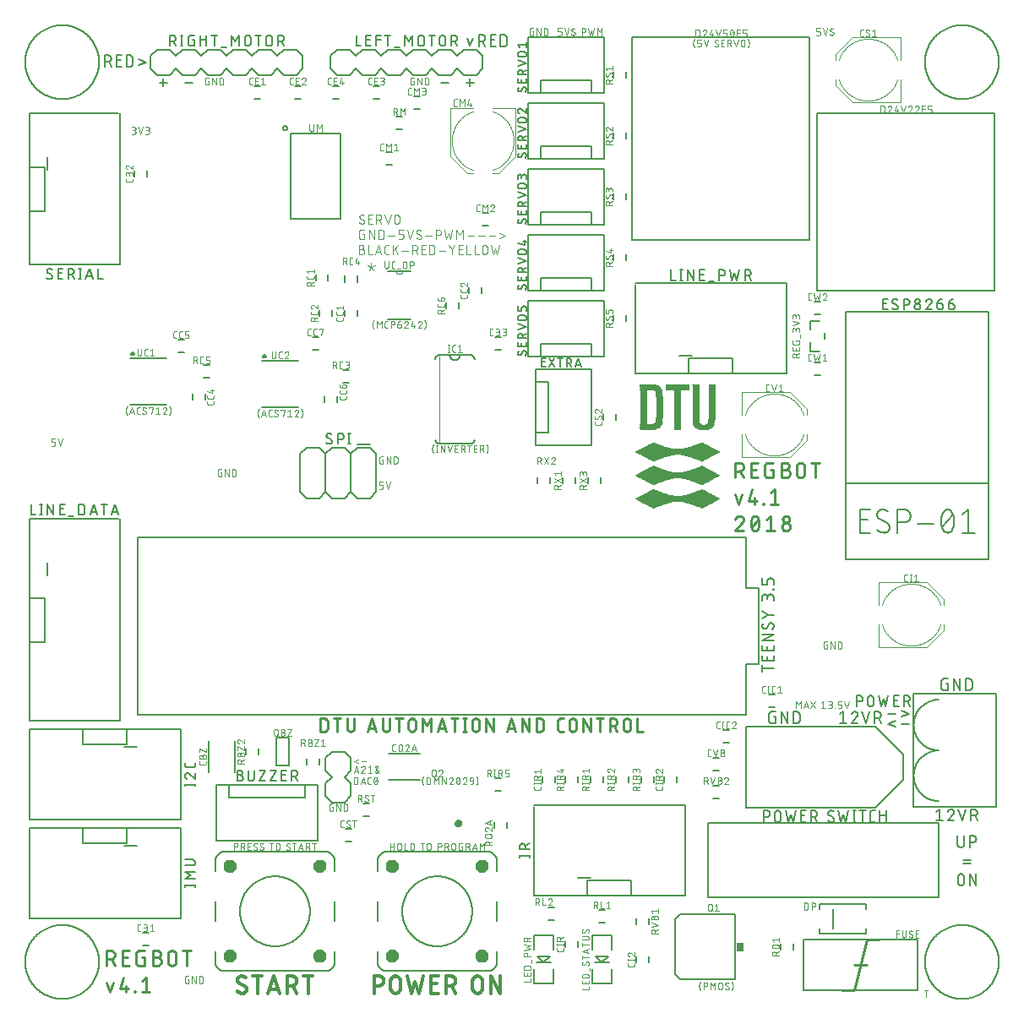
<source format=gto>
G75*
%MOIN*%
%OFA0B0*%
%FSLAX25Y25*%
%IPPOS*%
%LPD*%
%AMOC8*
5,1,8,0,0,1.08239X$1,22.5*
%
%ADD10C,0.00600*%
%ADD11C,0.00500*%
%ADD12C,0.00800*%
%ADD13C,0.01200*%
%ADD14C,0.00300*%
%ADD15C,0.01100*%
%ADD16C,0.00900*%
%ADD17C,0.00400*%
%ADD18C,0.00200*%
%ADD19C,0.01000*%
%ADD20R,0.03000X0.03400*%
%ADD21C,0.00000*%
%ADD22C,0.02756*%
%ADD23R,0.00091X0.00091*%
%ADD24R,0.00543X0.00091*%
%ADD25R,0.00906X0.00091*%
%ADD26R,0.01358X0.00091*%
%ADD27R,0.01720X0.00091*%
%ADD28R,0.02173X0.00091*%
%ADD29R,0.02445X0.00091*%
%ADD30R,0.02898X0.00091*%
%ADD31R,0.03350X0.00091*%
%ADD32R,0.03713X0.00091*%
%ADD33R,0.04165X0.00091*%
%ADD34R,0.04618X0.00091*%
%ADD35R,0.05071X0.00091*%
%ADD36R,0.05433X0.00091*%
%ADD37R,0.05886X0.00091*%
%ADD38R,0.06339X0.00091*%
%ADD39R,0.06791X0.00091*%
%ADD40R,0.07154X0.00091*%
%ADD41R,0.07516X0.00091*%
%ADD42R,0.07969X0.00091*%
%ADD43R,0.08421X0.00091*%
%ADD44R,0.08965X0.00091*%
%ADD45R,0.09417X0.00091*%
%ADD46R,0.09870X0.00091*%
%ADD47R,0.10413X0.00091*%
%ADD48R,0.10957X0.00091*%
%ADD49R,0.11591X0.00091*%
%ADD50R,0.12134X0.00091*%
%ADD51R,0.12768X0.00091*%
%ADD52R,0.12858X0.00091*%
%ADD53R,0.13764X0.00091*%
%ADD54R,0.29610X0.00091*%
%ADD55R,0.29972X0.00091*%
%ADD56R,0.30335X0.00091*%
%ADD57R,0.30697X0.00091*%
%ADD58R,0.31059X0.00091*%
%ADD59R,0.31421X0.00091*%
%ADD60R,0.31783X0.00091*%
%ADD61R,0.32055X0.00091*%
%ADD62R,0.32327X0.00091*%
%ADD63R,0.32689X0.00091*%
%ADD64R,0.33051X0.00091*%
%ADD65R,0.33232X0.00091*%
%ADD66R,0.31965X0.00091*%
%ADD67R,0.31602X0.00091*%
%ADD68R,0.31240X0.00091*%
%ADD69R,0.30878X0.00091*%
%ADD70R,0.30516X0.00091*%
%ADD71R,0.30154X0.00091*%
%ADD72R,0.29791X0.00091*%
%ADD73R,0.29429X0.00091*%
%ADD74R,0.13220X0.00091*%
%ADD75R,0.13311X0.00091*%
%ADD76R,0.12496X0.00091*%
%ADD77R,0.11862X0.00091*%
%ADD78R,0.11319X0.00091*%
%ADD79R,0.11228X0.00091*%
%ADD80R,0.10776X0.00091*%
%ADD81R,0.10685X0.00091*%
%ADD82R,0.10232X0.00091*%
%ADD83R,0.09689X0.00091*%
%ADD84R,0.09236X0.00091*%
%ADD85R,0.08693X0.00091*%
%ADD86R,0.08240X0.00091*%
%ADD87R,0.07787X0.00091*%
%ADD88R,0.07335X0.00091*%
%ADD89R,0.06972X0.00091*%
%ADD90R,0.06520X0.00091*%
%ADD91R,0.06157X0.00091*%
%ADD92R,0.06067X0.00091*%
%ADD93R,0.05705X0.00091*%
%ADD94R,0.05252X0.00091*%
%ADD95R,0.04799X0.00091*%
%ADD96R,0.04437X0.00091*%
%ADD97R,0.03984X0.00091*%
%ADD98R,0.03531X0.00091*%
%ADD99R,0.03622X0.00091*%
%ADD100R,0.03260X0.00091*%
%ADD101R,0.02807X0.00091*%
%ADD102R,0.02354X0.00091*%
%ADD103R,0.01992X0.00091*%
%ADD104R,0.01539X0.00091*%
%ADD105R,0.01087X0.00091*%
%ADD106R,0.00724X0.00091*%
%ADD107R,0.00272X0.00091*%
%ADD108R,0.00453X0.00091*%
%ADD109R,0.01268X0.00091*%
%ADD110R,0.02083X0.00091*%
%ADD111R,0.06610X0.00091*%
%ADD112R,0.07063X0.00091*%
%ADD113R,0.08874X0.00091*%
%ADD114R,0.11500X0.00091*%
%ADD115R,0.12043X0.00091*%
%ADD116R,0.13673X0.00091*%
%ADD117R,0.32146X0.00091*%
%ADD118R,0.29520X0.00091*%
%ADD119R,0.12587X0.00091*%
%ADD120R,0.07425X0.00091*%
%ADD121R,0.04890X0.00091*%
%ADD122R,0.01177X0.00091*%
%ADD123R,0.00362X0.00091*%
%ADD124R,0.01630X0.00091*%
%ADD125R,0.04980X0.00091*%
%ADD126R,0.11409X0.00091*%
%ADD127R,0.12677X0.00091*%
%ADD128R,0.13583X0.00091*%
%ADD129R,0.29882X0.00091*%
%ADD130R,0.13402X0.00091*%
%ADD131R,0.11953X0.00091*%
%ADD132R,0.08783X0.00091*%
%ADD133R,0.07878X0.00091*%
%ADD134R,0.04075X0.00091*%
%ADD135R,0.02717X0.00091*%
%ADD136R,0.04256X0.00091*%
%ADD137R,0.06429X0.00091*%
%ADD138R,0.04709X0.00091*%
%ADD139R,0.02988X0.00091*%
%ADD140R,0.07244X0.00091*%
%ADD141R,0.05795X0.00091*%
%ADD142R,0.05976X0.00091*%
%ADD143R,0.06248X0.00091*%
%ADD144R,0.07697X0.00091*%
%ADD145R,0.06701X0.00091*%
%ADD146R,0.06882X0.00091*%
%ADD147R,0.08059X0.00091*%
%ADD148R,0.08150X0.00091*%
%ADD149R,0.08331X0.00091*%
%ADD150R,0.08512X0.00091*%
%ADD151R,0.08602X0.00091*%
%ADD152R,0.03169X0.00091*%
%ADD153R,0.03079X0.00091*%
%ADD154R,0.03441X0.00091*%
%ADD155R,0.09055X0.00091*%
%ADD156R,0.07606X0.00091*%
%ADD157R,0.02626X0.00091*%
%ADD158R,0.05343X0.00091*%
D10*
X0007433Y0022000D02*
X0007437Y0022357D01*
X0007451Y0022715D01*
X0007472Y0023072D01*
X0007503Y0023428D01*
X0007543Y0023783D01*
X0007591Y0024137D01*
X0007647Y0024490D01*
X0007713Y0024842D01*
X0007787Y0025192D01*
X0007870Y0025539D01*
X0007961Y0025885D01*
X0008060Y0026229D01*
X0008168Y0026569D01*
X0008285Y0026907D01*
X0008409Y0027243D01*
X0008542Y0027575D01*
X0008683Y0027903D01*
X0008832Y0028228D01*
X0008988Y0028549D01*
X0009153Y0028867D01*
X0009325Y0029180D01*
X0009505Y0029489D01*
X0009693Y0029793D01*
X0009888Y0030093D01*
X0010090Y0030388D01*
X0010300Y0030678D01*
X0010516Y0030962D01*
X0010740Y0031241D01*
X0010970Y0031515D01*
X0011207Y0031783D01*
X0011450Y0032045D01*
X0011700Y0032300D01*
X0011955Y0032550D01*
X0012217Y0032793D01*
X0012485Y0033030D01*
X0012759Y0033260D01*
X0013038Y0033484D01*
X0013322Y0033700D01*
X0013612Y0033910D01*
X0013907Y0034112D01*
X0014207Y0034307D01*
X0014511Y0034495D01*
X0014820Y0034675D01*
X0015133Y0034847D01*
X0015451Y0035012D01*
X0015772Y0035168D01*
X0016097Y0035317D01*
X0016425Y0035458D01*
X0016757Y0035591D01*
X0017093Y0035715D01*
X0017431Y0035832D01*
X0017771Y0035940D01*
X0018115Y0036039D01*
X0018461Y0036130D01*
X0018808Y0036213D01*
X0019158Y0036287D01*
X0019510Y0036353D01*
X0019863Y0036409D01*
X0020217Y0036457D01*
X0020572Y0036497D01*
X0020928Y0036528D01*
X0021285Y0036549D01*
X0021643Y0036563D01*
X0022000Y0036567D01*
X0022357Y0036563D01*
X0022715Y0036549D01*
X0023072Y0036528D01*
X0023428Y0036497D01*
X0023783Y0036457D01*
X0024137Y0036409D01*
X0024490Y0036353D01*
X0024842Y0036287D01*
X0025192Y0036213D01*
X0025539Y0036130D01*
X0025885Y0036039D01*
X0026229Y0035940D01*
X0026569Y0035832D01*
X0026907Y0035715D01*
X0027243Y0035591D01*
X0027575Y0035458D01*
X0027903Y0035317D01*
X0028228Y0035168D01*
X0028549Y0035012D01*
X0028867Y0034847D01*
X0029180Y0034675D01*
X0029489Y0034495D01*
X0029793Y0034307D01*
X0030093Y0034112D01*
X0030388Y0033910D01*
X0030678Y0033700D01*
X0030962Y0033484D01*
X0031241Y0033260D01*
X0031515Y0033030D01*
X0031783Y0032793D01*
X0032045Y0032550D01*
X0032300Y0032300D01*
X0032550Y0032045D01*
X0032793Y0031783D01*
X0033030Y0031515D01*
X0033260Y0031241D01*
X0033484Y0030962D01*
X0033700Y0030678D01*
X0033910Y0030388D01*
X0034112Y0030093D01*
X0034307Y0029793D01*
X0034495Y0029489D01*
X0034675Y0029180D01*
X0034847Y0028867D01*
X0035012Y0028549D01*
X0035168Y0028228D01*
X0035317Y0027903D01*
X0035458Y0027575D01*
X0035591Y0027243D01*
X0035715Y0026907D01*
X0035832Y0026569D01*
X0035940Y0026229D01*
X0036039Y0025885D01*
X0036130Y0025539D01*
X0036213Y0025192D01*
X0036287Y0024842D01*
X0036353Y0024490D01*
X0036409Y0024137D01*
X0036457Y0023783D01*
X0036497Y0023428D01*
X0036528Y0023072D01*
X0036549Y0022715D01*
X0036563Y0022357D01*
X0036567Y0022000D01*
X0036563Y0021643D01*
X0036549Y0021285D01*
X0036528Y0020928D01*
X0036497Y0020572D01*
X0036457Y0020217D01*
X0036409Y0019863D01*
X0036353Y0019510D01*
X0036287Y0019158D01*
X0036213Y0018808D01*
X0036130Y0018461D01*
X0036039Y0018115D01*
X0035940Y0017771D01*
X0035832Y0017431D01*
X0035715Y0017093D01*
X0035591Y0016757D01*
X0035458Y0016425D01*
X0035317Y0016097D01*
X0035168Y0015772D01*
X0035012Y0015451D01*
X0034847Y0015133D01*
X0034675Y0014820D01*
X0034495Y0014511D01*
X0034307Y0014207D01*
X0034112Y0013907D01*
X0033910Y0013612D01*
X0033700Y0013322D01*
X0033484Y0013038D01*
X0033260Y0012759D01*
X0033030Y0012485D01*
X0032793Y0012217D01*
X0032550Y0011955D01*
X0032300Y0011700D01*
X0032045Y0011450D01*
X0031783Y0011207D01*
X0031515Y0010970D01*
X0031241Y0010740D01*
X0030962Y0010516D01*
X0030678Y0010300D01*
X0030388Y0010090D01*
X0030093Y0009888D01*
X0029793Y0009693D01*
X0029489Y0009505D01*
X0029180Y0009325D01*
X0028867Y0009153D01*
X0028549Y0008988D01*
X0028228Y0008832D01*
X0027903Y0008683D01*
X0027575Y0008542D01*
X0027243Y0008409D01*
X0026907Y0008285D01*
X0026569Y0008168D01*
X0026229Y0008060D01*
X0025885Y0007961D01*
X0025539Y0007870D01*
X0025192Y0007787D01*
X0024842Y0007713D01*
X0024490Y0007647D01*
X0024137Y0007591D01*
X0023783Y0007543D01*
X0023428Y0007503D01*
X0023072Y0007472D01*
X0022715Y0007451D01*
X0022357Y0007437D01*
X0022000Y0007433D01*
X0021643Y0007437D01*
X0021285Y0007451D01*
X0020928Y0007472D01*
X0020572Y0007503D01*
X0020217Y0007543D01*
X0019863Y0007591D01*
X0019510Y0007647D01*
X0019158Y0007713D01*
X0018808Y0007787D01*
X0018461Y0007870D01*
X0018115Y0007961D01*
X0017771Y0008060D01*
X0017431Y0008168D01*
X0017093Y0008285D01*
X0016757Y0008409D01*
X0016425Y0008542D01*
X0016097Y0008683D01*
X0015772Y0008832D01*
X0015451Y0008988D01*
X0015133Y0009153D01*
X0014820Y0009325D01*
X0014511Y0009505D01*
X0014207Y0009693D01*
X0013907Y0009888D01*
X0013612Y0010090D01*
X0013322Y0010300D01*
X0013038Y0010516D01*
X0012759Y0010740D01*
X0012485Y0010970D01*
X0012217Y0011207D01*
X0011955Y0011450D01*
X0011700Y0011700D01*
X0011450Y0011955D01*
X0011207Y0012217D01*
X0010970Y0012485D01*
X0010740Y0012759D01*
X0010516Y0013038D01*
X0010300Y0013322D01*
X0010090Y0013612D01*
X0009888Y0013907D01*
X0009693Y0014207D01*
X0009505Y0014511D01*
X0009325Y0014820D01*
X0009153Y0015133D01*
X0008988Y0015451D01*
X0008832Y0015772D01*
X0008683Y0016097D01*
X0008542Y0016425D01*
X0008409Y0016757D01*
X0008285Y0017093D01*
X0008168Y0017431D01*
X0008060Y0017771D01*
X0007961Y0018115D01*
X0007870Y0018461D01*
X0007787Y0018808D01*
X0007713Y0019158D01*
X0007647Y0019510D01*
X0007591Y0019863D01*
X0007543Y0020217D01*
X0007503Y0020572D01*
X0007472Y0020928D01*
X0007451Y0021285D01*
X0007437Y0021643D01*
X0007433Y0022000D01*
X0053819Y0028638D02*
X0056181Y0028638D01*
X0056181Y0033362D02*
X0053819Y0033362D01*
X0106400Y0099400D02*
X0106400Y0110600D01*
X0111600Y0110600D01*
X0111600Y0099400D01*
X0106400Y0099400D01*
X0099362Y0103819D02*
X0099362Y0106181D01*
X0094638Y0106181D02*
X0094638Y0103819D01*
X0118638Y0102181D02*
X0118638Y0099819D01*
X0123362Y0099819D02*
X0123362Y0102181D01*
X0140819Y0084362D02*
X0143181Y0084362D01*
X0143181Y0079638D02*
X0140819Y0079638D01*
X0136181Y0074362D02*
X0133819Y0074362D01*
X0133819Y0069638D02*
X0136181Y0069638D01*
X0192638Y0074819D02*
X0192638Y0077181D01*
X0197362Y0077181D02*
X0197362Y0074819D01*
X0195181Y0089638D02*
X0192819Y0089638D01*
X0192819Y0094362D02*
X0195181Y0094362D01*
X0211638Y0095181D02*
X0211638Y0092819D01*
X0216362Y0092819D02*
X0216362Y0095181D01*
X0220638Y0095181D02*
X0220638Y0092819D01*
X0225362Y0092819D02*
X0225362Y0095181D01*
X0230638Y0095181D02*
X0230638Y0092819D01*
X0235362Y0092819D02*
X0235362Y0095181D01*
X0240638Y0095181D02*
X0240638Y0092819D01*
X0245362Y0092819D02*
X0245362Y0095181D01*
X0250638Y0095181D02*
X0250638Y0092819D01*
X0255362Y0092819D02*
X0255362Y0095181D01*
X0259638Y0095181D02*
X0259638Y0092819D01*
X0264362Y0092819D02*
X0264362Y0095181D01*
X0278819Y0097638D02*
X0281181Y0097638D01*
X0281181Y0102362D02*
X0278819Y0102362D01*
X0282819Y0108638D02*
X0285181Y0108638D01*
X0285181Y0113362D02*
X0282819Y0113362D01*
X0300819Y0122638D02*
X0303181Y0122638D01*
X0303181Y0127362D02*
X0300819Y0127362D01*
X0281181Y0091362D02*
X0278819Y0091362D01*
X0278819Y0086638D02*
X0281181Y0086638D01*
X0236181Y0042362D02*
X0233819Y0042362D01*
X0233819Y0037638D02*
X0236181Y0037638D01*
X0248638Y0036819D02*
X0248638Y0039181D01*
X0253362Y0039181D02*
X0253362Y0036819D01*
X0253362Y0024181D02*
X0253362Y0021819D01*
X0248638Y0021819D02*
X0248638Y0024181D01*
X0225362Y0027819D02*
X0225362Y0030181D01*
X0220638Y0030181D02*
X0220638Y0027819D01*
X0216181Y0038638D02*
X0213819Y0038638D01*
X0213819Y0043362D02*
X0216181Y0043362D01*
X0305638Y0029181D02*
X0305638Y0026819D01*
X0310362Y0026819D02*
X0310362Y0029181D01*
X0362433Y0022000D02*
X0362437Y0022357D01*
X0362451Y0022715D01*
X0362472Y0023072D01*
X0362503Y0023428D01*
X0362543Y0023783D01*
X0362591Y0024137D01*
X0362647Y0024490D01*
X0362713Y0024842D01*
X0362787Y0025192D01*
X0362870Y0025539D01*
X0362961Y0025885D01*
X0363060Y0026229D01*
X0363168Y0026569D01*
X0363285Y0026907D01*
X0363409Y0027243D01*
X0363542Y0027575D01*
X0363683Y0027903D01*
X0363832Y0028228D01*
X0363988Y0028549D01*
X0364153Y0028867D01*
X0364325Y0029180D01*
X0364505Y0029489D01*
X0364693Y0029793D01*
X0364888Y0030093D01*
X0365090Y0030388D01*
X0365300Y0030678D01*
X0365516Y0030962D01*
X0365740Y0031241D01*
X0365970Y0031515D01*
X0366207Y0031783D01*
X0366450Y0032045D01*
X0366700Y0032300D01*
X0366955Y0032550D01*
X0367217Y0032793D01*
X0367485Y0033030D01*
X0367759Y0033260D01*
X0368038Y0033484D01*
X0368322Y0033700D01*
X0368612Y0033910D01*
X0368907Y0034112D01*
X0369207Y0034307D01*
X0369511Y0034495D01*
X0369820Y0034675D01*
X0370133Y0034847D01*
X0370451Y0035012D01*
X0370772Y0035168D01*
X0371097Y0035317D01*
X0371425Y0035458D01*
X0371757Y0035591D01*
X0372093Y0035715D01*
X0372431Y0035832D01*
X0372771Y0035940D01*
X0373115Y0036039D01*
X0373461Y0036130D01*
X0373808Y0036213D01*
X0374158Y0036287D01*
X0374510Y0036353D01*
X0374863Y0036409D01*
X0375217Y0036457D01*
X0375572Y0036497D01*
X0375928Y0036528D01*
X0376285Y0036549D01*
X0376643Y0036563D01*
X0377000Y0036567D01*
X0377357Y0036563D01*
X0377715Y0036549D01*
X0378072Y0036528D01*
X0378428Y0036497D01*
X0378783Y0036457D01*
X0379137Y0036409D01*
X0379490Y0036353D01*
X0379842Y0036287D01*
X0380192Y0036213D01*
X0380539Y0036130D01*
X0380885Y0036039D01*
X0381229Y0035940D01*
X0381569Y0035832D01*
X0381907Y0035715D01*
X0382243Y0035591D01*
X0382575Y0035458D01*
X0382903Y0035317D01*
X0383228Y0035168D01*
X0383549Y0035012D01*
X0383867Y0034847D01*
X0384180Y0034675D01*
X0384489Y0034495D01*
X0384793Y0034307D01*
X0385093Y0034112D01*
X0385388Y0033910D01*
X0385678Y0033700D01*
X0385962Y0033484D01*
X0386241Y0033260D01*
X0386515Y0033030D01*
X0386783Y0032793D01*
X0387045Y0032550D01*
X0387300Y0032300D01*
X0387550Y0032045D01*
X0387793Y0031783D01*
X0388030Y0031515D01*
X0388260Y0031241D01*
X0388484Y0030962D01*
X0388700Y0030678D01*
X0388910Y0030388D01*
X0389112Y0030093D01*
X0389307Y0029793D01*
X0389495Y0029489D01*
X0389675Y0029180D01*
X0389847Y0028867D01*
X0390012Y0028549D01*
X0390168Y0028228D01*
X0390317Y0027903D01*
X0390458Y0027575D01*
X0390591Y0027243D01*
X0390715Y0026907D01*
X0390832Y0026569D01*
X0390940Y0026229D01*
X0391039Y0025885D01*
X0391130Y0025539D01*
X0391213Y0025192D01*
X0391287Y0024842D01*
X0391353Y0024490D01*
X0391409Y0024137D01*
X0391457Y0023783D01*
X0391497Y0023428D01*
X0391528Y0023072D01*
X0391549Y0022715D01*
X0391563Y0022357D01*
X0391567Y0022000D01*
X0391563Y0021643D01*
X0391549Y0021285D01*
X0391528Y0020928D01*
X0391497Y0020572D01*
X0391457Y0020217D01*
X0391409Y0019863D01*
X0391353Y0019510D01*
X0391287Y0019158D01*
X0391213Y0018808D01*
X0391130Y0018461D01*
X0391039Y0018115D01*
X0390940Y0017771D01*
X0390832Y0017431D01*
X0390715Y0017093D01*
X0390591Y0016757D01*
X0390458Y0016425D01*
X0390317Y0016097D01*
X0390168Y0015772D01*
X0390012Y0015451D01*
X0389847Y0015133D01*
X0389675Y0014820D01*
X0389495Y0014511D01*
X0389307Y0014207D01*
X0389112Y0013907D01*
X0388910Y0013612D01*
X0388700Y0013322D01*
X0388484Y0013038D01*
X0388260Y0012759D01*
X0388030Y0012485D01*
X0387793Y0012217D01*
X0387550Y0011955D01*
X0387300Y0011700D01*
X0387045Y0011450D01*
X0386783Y0011207D01*
X0386515Y0010970D01*
X0386241Y0010740D01*
X0385962Y0010516D01*
X0385678Y0010300D01*
X0385388Y0010090D01*
X0385093Y0009888D01*
X0384793Y0009693D01*
X0384489Y0009505D01*
X0384180Y0009325D01*
X0383867Y0009153D01*
X0383549Y0008988D01*
X0383228Y0008832D01*
X0382903Y0008683D01*
X0382575Y0008542D01*
X0382243Y0008409D01*
X0381907Y0008285D01*
X0381569Y0008168D01*
X0381229Y0008060D01*
X0380885Y0007961D01*
X0380539Y0007870D01*
X0380192Y0007787D01*
X0379842Y0007713D01*
X0379490Y0007647D01*
X0379137Y0007591D01*
X0378783Y0007543D01*
X0378428Y0007503D01*
X0378072Y0007472D01*
X0377715Y0007451D01*
X0377357Y0007437D01*
X0377000Y0007433D01*
X0376643Y0007437D01*
X0376285Y0007451D01*
X0375928Y0007472D01*
X0375572Y0007503D01*
X0375217Y0007543D01*
X0374863Y0007591D01*
X0374510Y0007647D01*
X0374158Y0007713D01*
X0373808Y0007787D01*
X0373461Y0007870D01*
X0373115Y0007961D01*
X0372771Y0008060D01*
X0372431Y0008168D01*
X0372093Y0008285D01*
X0371757Y0008409D01*
X0371425Y0008542D01*
X0371097Y0008683D01*
X0370772Y0008832D01*
X0370451Y0008988D01*
X0370133Y0009153D01*
X0369820Y0009325D01*
X0369511Y0009505D01*
X0369207Y0009693D01*
X0368907Y0009888D01*
X0368612Y0010090D01*
X0368322Y0010300D01*
X0368038Y0010516D01*
X0367759Y0010740D01*
X0367485Y0010970D01*
X0367217Y0011207D01*
X0366955Y0011450D01*
X0366700Y0011700D01*
X0366450Y0011955D01*
X0366207Y0012217D01*
X0365970Y0012485D01*
X0365740Y0012759D01*
X0365516Y0013038D01*
X0365300Y0013322D01*
X0365090Y0013612D01*
X0364888Y0013907D01*
X0364693Y0014207D01*
X0364505Y0014511D01*
X0364325Y0014820D01*
X0364153Y0015133D01*
X0363988Y0015451D01*
X0363832Y0015772D01*
X0363683Y0016097D01*
X0363542Y0016425D01*
X0363409Y0016757D01*
X0363285Y0017093D01*
X0363168Y0017431D01*
X0363060Y0017771D01*
X0362961Y0018115D01*
X0362870Y0018461D01*
X0362787Y0018808D01*
X0362713Y0019158D01*
X0362647Y0019510D01*
X0362591Y0019863D01*
X0362543Y0020217D01*
X0362503Y0020572D01*
X0362472Y0020928D01*
X0362451Y0021285D01*
X0362437Y0021643D01*
X0362433Y0022000D01*
X0234362Y0210819D02*
X0234362Y0213181D01*
X0229638Y0213181D02*
X0229638Y0210819D01*
X0224362Y0210819D02*
X0224362Y0213181D01*
X0219638Y0213181D02*
X0219638Y0210819D01*
X0214362Y0210819D02*
X0214362Y0213181D01*
X0209638Y0213181D02*
X0209638Y0210819D01*
X0183200Y0226500D02*
X0170800Y0226500D01*
X0170724Y0226502D01*
X0170648Y0226508D01*
X0170573Y0226517D01*
X0170498Y0226531D01*
X0170424Y0226548D01*
X0170351Y0226569D01*
X0170279Y0226593D01*
X0170208Y0226622D01*
X0170139Y0226653D01*
X0170072Y0226688D01*
X0170007Y0226727D01*
X0169943Y0226769D01*
X0169882Y0226814D01*
X0169823Y0226862D01*
X0169767Y0226913D01*
X0169713Y0226967D01*
X0169662Y0227023D01*
X0169614Y0227082D01*
X0169569Y0227143D01*
X0169527Y0227207D01*
X0169488Y0227272D01*
X0169453Y0227339D01*
X0169422Y0227408D01*
X0169393Y0227479D01*
X0169369Y0227551D01*
X0169348Y0227624D01*
X0169331Y0227698D01*
X0169317Y0227773D01*
X0169308Y0227848D01*
X0169302Y0227924D01*
X0169300Y0228000D01*
X0183200Y0226500D02*
X0183276Y0226502D01*
X0183352Y0226508D01*
X0183427Y0226517D01*
X0183502Y0226531D01*
X0183576Y0226548D01*
X0183649Y0226569D01*
X0183721Y0226593D01*
X0183792Y0226622D01*
X0183861Y0226653D01*
X0183928Y0226688D01*
X0183993Y0226727D01*
X0184057Y0226769D01*
X0184118Y0226814D01*
X0184177Y0226862D01*
X0184233Y0226913D01*
X0184287Y0226967D01*
X0184338Y0227023D01*
X0184386Y0227082D01*
X0184431Y0227143D01*
X0184473Y0227207D01*
X0184512Y0227272D01*
X0184547Y0227339D01*
X0184578Y0227408D01*
X0184607Y0227479D01*
X0184631Y0227551D01*
X0184652Y0227624D01*
X0184669Y0227698D01*
X0184683Y0227773D01*
X0184692Y0227848D01*
X0184698Y0227924D01*
X0184700Y0228000D01*
X0184700Y0260000D02*
X0184698Y0260076D01*
X0184692Y0260152D01*
X0184683Y0260227D01*
X0184669Y0260302D01*
X0184652Y0260376D01*
X0184631Y0260449D01*
X0184607Y0260521D01*
X0184578Y0260592D01*
X0184547Y0260661D01*
X0184512Y0260728D01*
X0184473Y0260793D01*
X0184431Y0260857D01*
X0184386Y0260918D01*
X0184338Y0260977D01*
X0184287Y0261033D01*
X0184233Y0261087D01*
X0184177Y0261138D01*
X0184118Y0261186D01*
X0184057Y0261231D01*
X0183993Y0261273D01*
X0183928Y0261312D01*
X0183861Y0261347D01*
X0183792Y0261378D01*
X0183721Y0261407D01*
X0183649Y0261431D01*
X0183576Y0261452D01*
X0183502Y0261469D01*
X0183427Y0261483D01*
X0183352Y0261492D01*
X0183276Y0261498D01*
X0183200Y0261500D01*
X0179000Y0261500D01*
X0175000Y0261500D01*
X0170800Y0261500D01*
X0170724Y0261498D01*
X0170648Y0261492D01*
X0170573Y0261483D01*
X0170498Y0261469D01*
X0170424Y0261452D01*
X0170351Y0261431D01*
X0170279Y0261407D01*
X0170208Y0261378D01*
X0170139Y0261347D01*
X0170072Y0261312D01*
X0170007Y0261273D01*
X0169943Y0261231D01*
X0169882Y0261186D01*
X0169823Y0261138D01*
X0169767Y0261087D01*
X0169713Y0261033D01*
X0169662Y0260977D01*
X0169614Y0260918D01*
X0169569Y0260857D01*
X0169527Y0260793D01*
X0169488Y0260728D01*
X0169453Y0260661D01*
X0169422Y0260592D01*
X0169393Y0260521D01*
X0169369Y0260449D01*
X0169348Y0260376D01*
X0169331Y0260302D01*
X0169317Y0260227D01*
X0169308Y0260152D01*
X0169302Y0260076D01*
X0169300Y0260000D01*
X0175000Y0261500D02*
X0175002Y0261412D01*
X0175008Y0261323D01*
X0175018Y0261235D01*
X0175031Y0261148D01*
X0175049Y0261061D01*
X0175070Y0260975D01*
X0175095Y0260890D01*
X0175124Y0260807D01*
X0175157Y0260724D01*
X0175193Y0260644D01*
X0175232Y0260565D01*
X0175275Y0260487D01*
X0175322Y0260412D01*
X0175372Y0260339D01*
X0175425Y0260268D01*
X0175481Y0260199D01*
X0175540Y0260133D01*
X0175602Y0260070D01*
X0175666Y0260010D01*
X0175733Y0259952D01*
X0175803Y0259898D01*
X0175875Y0259846D01*
X0175949Y0259798D01*
X0176026Y0259753D01*
X0176104Y0259712D01*
X0176184Y0259674D01*
X0176265Y0259640D01*
X0176348Y0259609D01*
X0176433Y0259582D01*
X0176518Y0259559D01*
X0176604Y0259540D01*
X0176692Y0259524D01*
X0176779Y0259512D01*
X0176867Y0259504D01*
X0176956Y0259500D01*
X0177044Y0259500D01*
X0177133Y0259504D01*
X0177221Y0259512D01*
X0177308Y0259524D01*
X0177396Y0259540D01*
X0177482Y0259559D01*
X0177567Y0259582D01*
X0177652Y0259609D01*
X0177735Y0259640D01*
X0177816Y0259674D01*
X0177896Y0259712D01*
X0177974Y0259753D01*
X0178051Y0259798D01*
X0178125Y0259846D01*
X0178197Y0259898D01*
X0178267Y0259952D01*
X0178334Y0260010D01*
X0178398Y0260070D01*
X0178460Y0260133D01*
X0178519Y0260199D01*
X0178575Y0260268D01*
X0178628Y0260339D01*
X0178678Y0260412D01*
X0178725Y0260487D01*
X0178768Y0260565D01*
X0178807Y0260644D01*
X0178843Y0260724D01*
X0178876Y0260807D01*
X0178905Y0260890D01*
X0178930Y0260975D01*
X0178951Y0261061D01*
X0178969Y0261148D01*
X0178982Y0261235D01*
X0178992Y0261323D01*
X0178998Y0261412D01*
X0179000Y0261500D01*
X0192819Y0263638D02*
X0195181Y0263638D01*
X0201800Y0264906D02*
X0201800Y0266417D01*
X0201800Y0264906D02*
X0205200Y0264906D01*
X0205200Y0266417D01*
X0205200Y0268049D02*
X0201800Y0268049D01*
X0201800Y0268993D01*
X0201802Y0269053D01*
X0201808Y0269114D01*
X0201817Y0269173D01*
X0201831Y0269232D01*
X0201848Y0269290D01*
X0201869Y0269347D01*
X0201893Y0269403D01*
X0201921Y0269456D01*
X0201953Y0269508D01*
X0201987Y0269558D01*
X0202025Y0269605D01*
X0202066Y0269650D01*
X0202109Y0269692D01*
X0202155Y0269731D01*
X0202204Y0269767D01*
X0202255Y0269800D01*
X0202307Y0269830D01*
X0202362Y0269856D01*
X0202418Y0269879D01*
X0202475Y0269898D01*
X0202534Y0269913D01*
X0202593Y0269925D01*
X0202653Y0269933D01*
X0202714Y0269937D01*
X0202774Y0269937D01*
X0202835Y0269933D01*
X0202895Y0269925D01*
X0202954Y0269913D01*
X0203013Y0269898D01*
X0203070Y0269879D01*
X0203126Y0269856D01*
X0203181Y0269830D01*
X0203233Y0269800D01*
X0203284Y0269767D01*
X0203333Y0269731D01*
X0203379Y0269692D01*
X0203422Y0269650D01*
X0203463Y0269605D01*
X0203501Y0269558D01*
X0203535Y0269508D01*
X0203567Y0269456D01*
X0203595Y0269403D01*
X0203619Y0269347D01*
X0203640Y0269290D01*
X0203657Y0269232D01*
X0203671Y0269173D01*
X0203680Y0269114D01*
X0203686Y0269053D01*
X0203688Y0268993D01*
X0203689Y0268993D02*
X0203689Y0268049D01*
X0203689Y0269182D02*
X0205200Y0269938D01*
X0205200Y0272560D02*
X0201800Y0273693D01*
X0202744Y0275216D02*
X0204256Y0275216D01*
X0204316Y0275218D01*
X0204377Y0275224D01*
X0204436Y0275233D01*
X0204495Y0275247D01*
X0204553Y0275264D01*
X0204610Y0275285D01*
X0204666Y0275309D01*
X0204719Y0275337D01*
X0204771Y0275369D01*
X0204821Y0275403D01*
X0204868Y0275441D01*
X0204913Y0275482D01*
X0204955Y0275525D01*
X0204994Y0275571D01*
X0205030Y0275620D01*
X0205063Y0275671D01*
X0205093Y0275723D01*
X0205119Y0275778D01*
X0205142Y0275834D01*
X0205161Y0275891D01*
X0205176Y0275950D01*
X0205188Y0276009D01*
X0205196Y0276069D01*
X0205200Y0276130D01*
X0205200Y0276190D01*
X0205196Y0276251D01*
X0205188Y0276311D01*
X0205176Y0276370D01*
X0205161Y0276429D01*
X0205142Y0276486D01*
X0205119Y0276542D01*
X0205093Y0276597D01*
X0205063Y0276649D01*
X0205030Y0276700D01*
X0204994Y0276749D01*
X0204955Y0276795D01*
X0204913Y0276838D01*
X0204868Y0276879D01*
X0204821Y0276917D01*
X0204771Y0276951D01*
X0204719Y0276983D01*
X0204666Y0277011D01*
X0204610Y0277035D01*
X0204553Y0277056D01*
X0204495Y0277073D01*
X0204436Y0277087D01*
X0204377Y0277096D01*
X0204316Y0277102D01*
X0204256Y0277104D01*
X0202744Y0277104D01*
X0202684Y0277102D01*
X0202623Y0277096D01*
X0202564Y0277087D01*
X0202505Y0277073D01*
X0202447Y0277056D01*
X0202390Y0277035D01*
X0202334Y0277011D01*
X0202281Y0276983D01*
X0202229Y0276951D01*
X0202179Y0276917D01*
X0202132Y0276879D01*
X0202087Y0276838D01*
X0202045Y0276795D01*
X0202006Y0276749D01*
X0201970Y0276700D01*
X0201937Y0276649D01*
X0201907Y0276597D01*
X0201881Y0276542D01*
X0201858Y0276486D01*
X0201839Y0276429D01*
X0201824Y0276370D01*
X0201812Y0276311D01*
X0201804Y0276251D01*
X0201800Y0276190D01*
X0201800Y0276130D01*
X0201804Y0276069D01*
X0201812Y0276009D01*
X0201824Y0275950D01*
X0201839Y0275891D01*
X0201858Y0275834D01*
X0201881Y0275778D01*
X0201907Y0275723D01*
X0201937Y0275671D01*
X0201970Y0275620D01*
X0202006Y0275571D01*
X0202045Y0275525D01*
X0202087Y0275482D01*
X0202132Y0275441D01*
X0202179Y0275403D01*
X0202229Y0275369D01*
X0202281Y0275337D01*
X0202334Y0275309D01*
X0202390Y0275285D01*
X0202447Y0275264D01*
X0202505Y0275247D01*
X0202564Y0275233D01*
X0202623Y0275224D01*
X0202684Y0275218D01*
X0202744Y0275216D01*
X0205200Y0272560D02*
X0201800Y0271427D01*
X0203311Y0266039D02*
X0203311Y0264906D01*
X0203783Y0262807D02*
X0203217Y0261768D01*
X0201800Y0262146D02*
X0201802Y0262216D01*
X0201807Y0262286D01*
X0201816Y0262356D01*
X0201828Y0262425D01*
X0201843Y0262493D01*
X0201862Y0262561D01*
X0201884Y0262627D01*
X0201910Y0262693D01*
X0201938Y0262757D01*
X0201970Y0262819D01*
X0202005Y0262880D01*
X0202043Y0262939D01*
X0202083Y0262996D01*
X0203217Y0261768D02*
X0203188Y0261723D01*
X0203157Y0261680D01*
X0203122Y0261640D01*
X0203085Y0261602D01*
X0203046Y0261567D01*
X0203004Y0261534D01*
X0202959Y0261505D01*
X0202913Y0261478D01*
X0202865Y0261455D01*
X0202816Y0261435D01*
X0202766Y0261419D01*
X0202714Y0261406D01*
X0202662Y0261397D01*
X0202609Y0261392D01*
X0202556Y0261390D01*
X0202502Y0261392D01*
X0202448Y0261398D01*
X0202395Y0261407D01*
X0202343Y0261421D01*
X0202292Y0261438D01*
X0202242Y0261458D01*
X0202194Y0261482D01*
X0202147Y0261510D01*
X0202103Y0261541D01*
X0202061Y0261575D01*
X0202021Y0261611D01*
X0201985Y0261651D01*
X0201951Y0261693D01*
X0201920Y0261737D01*
X0201892Y0261784D01*
X0201868Y0261832D01*
X0201848Y0261882D01*
X0201831Y0261933D01*
X0201817Y0261985D01*
X0201808Y0262038D01*
X0201802Y0262092D01*
X0201800Y0262146D01*
X0204728Y0261296D02*
X0204782Y0261353D01*
X0204834Y0261412D01*
X0204883Y0261474D01*
X0204928Y0261538D01*
X0204971Y0261605D01*
X0205010Y0261673D01*
X0205045Y0261743D01*
X0205077Y0261815D01*
X0205106Y0261889D01*
X0205131Y0261963D01*
X0205152Y0262039D01*
X0205169Y0262116D01*
X0205183Y0262194D01*
X0205192Y0262272D01*
X0205198Y0262350D01*
X0205200Y0262429D01*
X0205198Y0262483D01*
X0205192Y0262537D01*
X0205183Y0262590D01*
X0205169Y0262642D01*
X0205152Y0262693D01*
X0205132Y0262743D01*
X0205108Y0262791D01*
X0205080Y0262838D01*
X0205049Y0262882D01*
X0205015Y0262924D01*
X0204979Y0262964D01*
X0204939Y0263000D01*
X0204897Y0263034D01*
X0204853Y0263065D01*
X0204806Y0263093D01*
X0204758Y0263117D01*
X0204708Y0263137D01*
X0204657Y0263154D01*
X0204605Y0263168D01*
X0204552Y0263177D01*
X0204498Y0263183D01*
X0204444Y0263185D01*
X0204444Y0263184D02*
X0204391Y0263182D01*
X0204338Y0263177D01*
X0204286Y0263168D01*
X0204234Y0263155D01*
X0204184Y0263139D01*
X0204135Y0263119D01*
X0204087Y0263096D01*
X0204041Y0263069D01*
X0203997Y0263040D01*
X0203954Y0263007D01*
X0203915Y0262972D01*
X0203878Y0262934D01*
X0203843Y0262894D01*
X0203812Y0262851D01*
X0203783Y0262806D01*
X0211246Y0260200D02*
X0211246Y0256800D01*
X0212757Y0256800D01*
X0214047Y0256800D02*
X0216314Y0260200D01*
X0217596Y0260200D02*
X0219485Y0260200D01*
X0218540Y0260200D02*
X0218540Y0256800D01*
X0216314Y0256800D02*
X0214047Y0260200D01*
X0212757Y0260200D02*
X0211246Y0260200D01*
X0211246Y0258689D02*
X0212380Y0258689D01*
X0221109Y0258311D02*
X0222054Y0258311D01*
X0222243Y0258311D02*
X0222998Y0256800D01*
X0224487Y0256800D02*
X0225620Y0260200D01*
X0226754Y0256800D01*
X0226470Y0257650D02*
X0224770Y0257650D01*
X0222054Y0258312D02*
X0222114Y0258314D01*
X0222175Y0258320D01*
X0222234Y0258329D01*
X0222293Y0258343D01*
X0222351Y0258360D01*
X0222408Y0258381D01*
X0222464Y0258405D01*
X0222517Y0258433D01*
X0222569Y0258465D01*
X0222619Y0258499D01*
X0222666Y0258537D01*
X0222711Y0258578D01*
X0222753Y0258621D01*
X0222792Y0258667D01*
X0222828Y0258716D01*
X0222861Y0258767D01*
X0222891Y0258819D01*
X0222917Y0258874D01*
X0222940Y0258930D01*
X0222959Y0258987D01*
X0222974Y0259046D01*
X0222986Y0259105D01*
X0222994Y0259165D01*
X0222998Y0259226D01*
X0222998Y0259286D01*
X0222994Y0259347D01*
X0222986Y0259407D01*
X0222974Y0259466D01*
X0222959Y0259525D01*
X0222940Y0259582D01*
X0222917Y0259638D01*
X0222891Y0259693D01*
X0222861Y0259745D01*
X0222828Y0259796D01*
X0222792Y0259845D01*
X0222753Y0259891D01*
X0222711Y0259934D01*
X0222666Y0259975D01*
X0222619Y0260013D01*
X0222569Y0260047D01*
X0222517Y0260079D01*
X0222464Y0260107D01*
X0222408Y0260131D01*
X0222351Y0260152D01*
X0222293Y0260169D01*
X0222234Y0260183D01*
X0222175Y0260192D01*
X0222114Y0260198D01*
X0222054Y0260200D01*
X0221109Y0260200D01*
X0221109Y0256800D01*
X0235638Y0238181D02*
X0235638Y0235819D01*
X0240362Y0235819D02*
X0240362Y0238181D01*
X0239638Y0274819D02*
X0239638Y0277181D01*
X0244362Y0277181D02*
X0244362Y0274819D01*
X0244362Y0298819D02*
X0244362Y0301181D01*
X0239638Y0301181D02*
X0239638Y0298819D01*
X0239638Y0322819D02*
X0239638Y0325181D01*
X0244362Y0325181D02*
X0244362Y0322819D01*
X0244362Y0346819D02*
X0244362Y0349181D01*
X0239638Y0349181D02*
X0239638Y0346819D01*
X0239638Y0370819D02*
X0239638Y0373181D01*
X0244362Y0373181D02*
X0244362Y0370819D01*
X0205200Y0370417D02*
X0205200Y0368906D01*
X0201800Y0368906D01*
X0201800Y0370417D01*
X0203311Y0370039D02*
X0203311Y0368906D01*
X0203783Y0366807D02*
X0203217Y0365768D01*
X0201800Y0366146D02*
X0201802Y0366216D01*
X0201807Y0366286D01*
X0201816Y0366356D01*
X0201828Y0366425D01*
X0201843Y0366493D01*
X0201862Y0366561D01*
X0201884Y0366627D01*
X0201910Y0366693D01*
X0201938Y0366757D01*
X0201970Y0366819D01*
X0202005Y0366880D01*
X0202043Y0366939D01*
X0202083Y0366996D01*
X0203217Y0365768D02*
X0203188Y0365723D01*
X0203157Y0365680D01*
X0203122Y0365640D01*
X0203085Y0365602D01*
X0203046Y0365567D01*
X0203004Y0365534D01*
X0202959Y0365505D01*
X0202913Y0365478D01*
X0202865Y0365455D01*
X0202816Y0365435D01*
X0202766Y0365419D01*
X0202714Y0365406D01*
X0202662Y0365397D01*
X0202609Y0365392D01*
X0202556Y0365390D01*
X0202502Y0365392D01*
X0202448Y0365398D01*
X0202395Y0365407D01*
X0202343Y0365421D01*
X0202292Y0365438D01*
X0202242Y0365458D01*
X0202194Y0365482D01*
X0202147Y0365510D01*
X0202103Y0365541D01*
X0202061Y0365575D01*
X0202021Y0365611D01*
X0201985Y0365651D01*
X0201951Y0365693D01*
X0201920Y0365737D01*
X0201892Y0365784D01*
X0201868Y0365832D01*
X0201848Y0365882D01*
X0201831Y0365933D01*
X0201817Y0365985D01*
X0201808Y0366038D01*
X0201802Y0366092D01*
X0201800Y0366146D01*
X0204728Y0365296D02*
X0204782Y0365353D01*
X0204834Y0365412D01*
X0204883Y0365474D01*
X0204928Y0365538D01*
X0204971Y0365605D01*
X0205010Y0365673D01*
X0205045Y0365743D01*
X0205077Y0365815D01*
X0205106Y0365889D01*
X0205131Y0365963D01*
X0205152Y0366039D01*
X0205169Y0366116D01*
X0205183Y0366194D01*
X0205192Y0366272D01*
X0205198Y0366350D01*
X0205200Y0366429D01*
X0205198Y0366483D01*
X0205192Y0366537D01*
X0205183Y0366590D01*
X0205169Y0366642D01*
X0205152Y0366693D01*
X0205132Y0366743D01*
X0205108Y0366791D01*
X0205080Y0366838D01*
X0205049Y0366882D01*
X0205015Y0366924D01*
X0204979Y0366964D01*
X0204939Y0367000D01*
X0204897Y0367034D01*
X0204853Y0367065D01*
X0204806Y0367093D01*
X0204758Y0367117D01*
X0204708Y0367137D01*
X0204657Y0367154D01*
X0204605Y0367168D01*
X0204552Y0367177D01*
X0204498Y0367183D01*
X0204444Y0367185D01*
X0204444Y0367184D02*
X0204391Y0367182D01*
X0204338Y0367177D01*
X0204286Y0367168D01*
X0204234Y0367155D01*
X0204184Y0367139D01*
X0204135Y0367119D01*
X0204087Y0367096D01*
X0204041Y0367069D01*
X0203997Y0367040D01*
X0203954Y0367007D01*
X0203915Y0366972D01*
X0203878Y0366934D01*
X0203843Y0366894D01*
X0203812Y0366851D01*
X0203783Y0366806D01*
X0203689Y0372049D02*
X0203689Y0372993D01*
X0203689Y0373182D02*
X0205200Y0373938D01*
X0205200Y0372049D02*
X0201800Y0372049D01*
X0201800Y0372993D01*
X0201802Y0373053D01*
X0201808Y0373114D01*
X0201817Y0373173D01*
X0201831Y0373232D01*
X0201848Y0373290D01*
X0201869Y0373347D01*
X0201893Y0373403D01*
X0201921Y0373456D01*
X0201953Y0373508D01*
X0201987Y0373558D01*
X0202025Y0373605D01*
X0202066Y0373650D01*
X0202109Y0373692D01*
X0202155Y0373731D01*
X0202204Y0373767D01*
X0202255Y0373800D01*
X0202307Y0373830D01*
X0202362Y0373856D01*
X0202418Y0373879D01*
X0202475Y0373898D01*
X0202534Y0373913D01*
X0202593Y0373925D01*
X0202653Y0373933D01*
X0202714Y0373937D01*
X0202774Y0373937D01*
X0202835Y0373933D01*
X0202895Y0373925D01*
X0202954Y0373913D01*
X0203013Y0373898D01*
X0203070Y0373879D01*
X0203126Y0373856D01*
X0203181Y0373830D01*
X0203233Y0373800D01*
X0203284Y0373767D01*
X0203333Y0373731D01*
X0203379Y0373692D01*
X0203422Y0373650D01*
X0203463Y0373605D01*
X0203501Y0373558D01*
X0203535Y0373508D01*
X0203567Y0373456D01*
X0203595Y0373403D01*
X0203619Y0373347D01*
X0203640Y0373290D01*
X0203657Y0373232D01*
X0203671Y0373173D01*
X0203680Y0373114D01*
X0203686Y0373053D01*
X0203688Y0372993D01*
X0201800Y0375427D02*
X0205200Y0376560D01*
X0201800Y0377693D01*
X0202744Y0379216D02*
X0204256Y0379216D01*
X0204316Y0379218D01*
X0204377Y0379224D01*
X0204436Y0379233D01*
X0204495Y0379247D01*
X0204553Y0379264D01*
X0204610Y0379285D01*
X0204666Y0379309D01*
X0204719Y0379337D01*
X0204771Y0379369D01*
X0204821Y0379403D01*
X0204868Y0379441D01*
X0204913Y0379482D01*
X0204955Y0379525D01*
X0204994Y0379571D01*
X0205030Y0379620D01*
X0205063Y0379671D01*
X0205093Y0379723D01*
X0205119Y0379778D01*
X0205142Y0379834D01*
X0205161Y0379891D01*
X0205176Y0379950D01*
X0205188Y0380009D01*
X0205196Y0380069D01*
X0205200Y0380130D01*
X0205200Y0380190D01*
X0205196Y0380251D01*
X0205188Y0380311D01*
X0205176Y0380370D01*
X0205161Y0380429D01*
X0205142Y0380486D01*
X0205119Y0380542D01*
X0205093Y0380597D01*
X0205063Y0380649D01*
X0205030Y0380700D01*
X0204994Y0380749D01*
X0204955Y0380795D01*
X0204913Y0380838D01*
X0204868Y0380879D01*
X0204821Y0380917D01*
X0204771Y0380951D01*
X0204719Y0380983D01*
X0204666Y0381011D01*
X0204610Y0381035D01*
X0204553Y0381056D01*
X0204495Y0381073D01*
X0204436Y0381087D01*
X0204377Y0381096D01*
X0204316Y0381102D01*
X0204256Y0381104D01*
X0202744Y0381104D01*
X0202684Y0381102D01*
X0202623Y0381096D01*
X0202564Y0381087D01*
X0202505Y0381073D01*
X0202447Y0381056D01*
X0202390Y0381035D01*
X0202334Y0381011D01*
X0202281Y0380983D01*
X0202229Y0380951D01*
X0202179Y0380917D01*
X0202132Y0380879D01*
X0202087Y0380838D01*
X0202045Y0380795D01*
X0202006Y0380749D01*
X0201970Y0380700D01*
X0201937Y0380649D01*
X0201907Y0380597D01*
X0201881Y0380542D01*
X0201858Y0380486D01*
X0201839Y0380429D01*
X0201824Y0380370D01*
X0201812Y0380311D01*
X0201804Y0380251D01*
X0201800Y0380190D01*
X0201800Y0380130D01*
X0201804Y0380069D01*
X0201812Y0380009D01*
X0201824Y0379950D01*
X0201839Y0379891D01*
X0201858Y0379834D01*
X0201881Y0379778D01*
X0201907Y0379723D01*
X0201937Y0379671D01*
X0201970Y0379620D01*
X0202006Y0379571D01*
X0202045Y0379525D01*
X0202087Y0379482D01*
X0202132Y0379441D01*
X0202179Y0379403D01*
X0202229Y0379369D01*
X0202281Y0379337D01*
X0202334Y0379309D01*
X0202390Y0379285D01*
X0202447Y0379264D01*
X0202505Y0379247D01*
X0202564Y0379233D01*
X0202623Y0379224D01*
X0202684Y0379218D01*
X0202744Y0379216D01*
X0202556Y0382816D02*
X0201800Y0383760D01*
X0205200Y0383760D01*
X0205200Y0382816D02*
X0205200Y0384704D01*
X0205200Y0358704D02*
X0205200Y0356816D01*
X0203311Y0358421D01*
X0201800Y0357854D02*
X0201802Y0357789D01*
X0201808Y0357724D01*
X0201818Y0357659D01*
X0201831Y0357595D01*
X0201849Y0357532D01*
X0201870Y0357470D01*
X0201895Y0357410D01*
X0201923Y0357351D01*
X0201955Y0357294D01*
X0201990Y0357238D01*
X0202028Y0357186D01*
X0202070Y0357135D01*
X0202115Y0357087D01*
X0202162Y0357042D01*
X0202212Y0357000D01*
X0202264Y0356961D01*
X0202319Y0356925D01*
X0202375Y0356892D01*
X0202434Y0356863D01*
X0202494Y0356837D01*
X0202556Y0356815D01*
X0203311Y0358421D02*
X0203271Y0358461D01*
X0203228Y0358498D01*
X0203183Y0358533D01*
X0203135Y0358564D01*
X0203086Y0358593D01*
X0203036Y0358619D01*
X0202983Y0358641D01*
X0202930Y0358660D01*
X0202875Y0358676D01*
X0202820Y0358688D01*
X0202763Y0358697D01*
X0202707Y0358702D01*
X0202650Y0358704D01*
X0202594Y0358702D01*
X0202539Y0358697D01*
X0202484Y0358688D01*
X0202430Y0358675D01*
X0202377Y0358659D01*
X0202325Y0358639D01*
X0202274Y0358616D01*
X0202225Y0358590D01*
X0202178Y0358561D01*
X0202133Y0358528D01*
X0202090Y0358493D01*
X0202049Y0358455D01*
X0202011Y0358414D01*
X0201976Y0358371D01*
X0201943Y0358326D01*
X0201914Y0358279D01*
X0201888Y0358230D01*
X0201865Y0358179D01*
X0201845Y0358127D01*
X0201829Y0358074D01*
X0201816Y0358020D01*
X0201807Y0357965D01*
X0201802Y0357910D01*
X0201800Y0357854D01*
X0202744Y0355104D02*
X0204256Y0355104D01*
X0204316Y0355102D01*
X0204377Y0355096D01*
X0204436Y0355087D01*
X0204495Y0355073D01*
X0204553Y0355056D01*
X0204610Y0355035D01*
X0204666Y0355011D01*
X0204719Y0354983D01*
X0204771Y0354951D01*
X0204821Y0354917D01*
X0204868Y0354879D01*
X0204913Y0354838D01*
X0204955Y0354795D01*
X0204994Y0354749D01*
X0205030Y0354700D01*
X0205063Y0354649D01*
X0205093Y0354597D01*
X0205119Y0354542D01*
X0205142Y0354486D01*
X0205161Y0354429D01*
X0205176Y0354370D01*
X0205188Y0354311D01*
X0205196Y0354251D01*
X0205200Y0354190D01*
X0205200Y0354130D01*
X0205196Y0354069D01*
X0205188Y0354009D01*
X0205176Y0353950D01*
X0205161Y0353891D01*
X0205142Y0353834D01*
X0205119Y0353778D01*
X0205093Y0353723D01*
X0205063Y0353671D01*
X0205030Y0353620D01*
X0204994Y0353571D01*
X0204955Y0353525D01*
X0204913Y0353482D01*
X0204868Y0353441D01*
X0204821Y0353403D01*
X0204771Y0353369D01*
X0204719Y0353337D01*
X0204666Y0353309D01*
X0204610Y0353285D01*
X0204553Y0353264D01*
X0204495Y0353247D01*
X0204436Y0353233D01*
X0204377Y0353224D01*
X0204316Y0353218D01*
X0204256Y0353216D01*
X0202744Y0353216D01*
X0202684Y0353218D01*
X0202623Y0353224D01*
X0202564Y0353233D01*
X0202505Y0353247D01*
X0202447Y0353264D01*
X0202390Y0353285D01*
X0202334Y0353309D01*
X0202281Y0353337D01*
X0202229Y0353369D01*
X0202179Y0353403D01*
X0202132Y0353441D01*
X0202087Y0353482D01*
X0202045Y0353525D01*
X0202006Y0353571D01*
X0201970Y0353620D01*
X0201937Y0353671D01*
X0201907Y0353723D01*
X0201881Y0353778D01*
X0201858Y0353834D01*
X0201839Y0353891D01*
X0201824Y0353950D01*
X0201812Y0354009D01*
X0201804Y0354069D01*
X0201800Y0354130D01*
X0201800Y0354190D01*
X0201804Y0354251D01*
X0201812Y0354311D01*
X0201824Y0354370D01*
X0201839Y0354429D01*
X0201858Y0354486D01*
X0201881Y0354542D01*
X0201907Y0354597D01*
X0201937Y0354649D01*
X0201970Y0354700D01*
X0202006Y0354749D01*
X0202045Y0354795D01*
X0202087Y0354838D01*
X0202132Y0354879D01*
X0202179Y0354917D01*
X0202229Y0354951D01*
X0202281Y0354983D01*
X0202334Y0355011D01*
X0202390Y0355035D01*
X0202447Y0355056D01*
X0202505Y0355073D01*
X0202564Y0355087D01*
X0202623Y0355096D01*
X0202684Y0355102D01*
X0202744Y0355104D01*
X0201800Y0351693D02*
X0205200Y0350560D01*
X0201800Y0349427D01*
X0201800Y0346993D02*
X0201800Y0346049D01*
X0205200Y0346049D01*
X0203689Y0346049D02*
X0203689Y0346993D01*
X0203689Y0347182D02*
X0205200Y0347938D01*
X0203688Y0346993D02*
X0203686Y0347053D01*
X0203680Y0347114D01*
X0203671Y0347173D01*
X0203657Y0347232D01*
X0203640Y0347290D01*
X0203619Y0347347D01*
X0203595Y0347403D01*
X0203567Y0347456D01*
X0203535Y0347508D01*
X0203501Y0347558D01*
X0203463Y0347605D01*
X0203422Y0347650D01*
X0203379Y0347692D01*
X0203333Y0347731D01*
X0203284Y0347767D01*
X0203233Y0347800D01*
X0203181Y0347830D01*
X0203126Y0347856D01*
X0203070Y0347879D01*
X0203013Y0347898D01*
X0202954Y0347913D01*
X0202895Y0347925D01*
X0202835Y0347933D01*
X0202774Y0347937D01*
X0202714Y0347937D01*
X0202653Y0347933D01*
X0202593Y0347925D01*
X0202534Y0347913D01*
X0202475Y0347898D01*
X0202418Y0347879D01*
X0202362Y0347856D01*
X0202307Y0347830D01*
X0202255Y0347800D01*
X0202204Y0347767D01*
X0202155Y0347731D01*
X0202109Y0347692D01*
X0202066Y0347650D01*
X0202025Y0347605D01*
X0201987Y0347558D01*
X0201953Y0347508D01*
X0201921Y0347456D01*
X0201893Y0347403D01*
X0201869Y0347347D01*
X0201848Y0347290D01*
X0201831Y0347232D01*
X0201817Y0347173D01*
X0201808Y0347114D01*
X0201802Y0347053D01*
X0201800Y0346993D01*
X0201800Y0344417D02*
X0201800Y0342906D01*
X0205200Y0342906D01*
X0205200Y0344417D01*
X0203311Y0344039D02*
X0203311Y0342906D01*
X0203783Y0340807D02*
X0203217Y0339768D01*
X0201800Y0340146D02*
X0201802Y0340216D01*
X0201807Y0340286D01*
X0201816Y0340356D01*
X0201828Y0340425D01*
X0201843Y0340493D01*
X0201862Y0340561D01*
X0201884Y0340627D01*
X0201910Y0340693D01*
X0201938Y0340757D01*
X0201970Y0340819D01*
X0202005Y0340880D01*
X0202043Y0340939D01*
X0202083Y0340996D01*
X0203217Y0339768D02*
X0203188Y0339723D01*
X0203157Y0339680D01*
X0203122Y0339640D01*
X0203085Y0339602D01*
X0203046Y0339567D01*
X0203004Y0339534D01*
X0202959Y0339505D01*
X0202913Y0339478D01*
X0202865Y0339455D01*
X0202816Y0339435D01*
X0202766Y0339419D01*
X0202714Y0339406D01*
X0202662Y0339397D01*
X0202609Y0339392D01*
X0202556Y0339390D01*
X0202502Y0339392D01*
X0202448Y0339398D01*
X0202395Y0339407D01*
X0202343Y0339421D01*
X0202292Y0339438D01*
X0202242Y0339458D01*
X0202194Y0339482D01*
X0202147Y0339510D01*
X0202103Y0339541D01*
X0202061Y0339575D01*
X0202021Y0339611D01*
X0201985Y0339651D01*
X0201951Y0339693D01*
X0201920Y0339737D01*
X0201892Y0339784D01*
X0201868Y0339832D01*
X0201848Y0339882D01*
X0201831Y0339933D01*
X0201817Y0339985D01*
X0201808Y0340038D01*
X0201802Y0340092D01*
X0201800Y0340146D01*
X0204728Y0339296D02*
X0204782Y0339353D01*
X0204834Y0339412D01*
X0204883Y0339474D01*
X0204928Y0339538D01*
X0204971Y0339605D01*
X0205010Y0339673D01*
X0205045Y0339743D01*
X0205077Y0339815D01*
X0205106Y0339889D01*
X0205131Y0339963D01*
X0205152Y0340039D01*
X0205169Y0340116D01*
X0205183Y0340194D01*
X0205192Y0340272D01*
X0205198Y0340350D01*
X0205200Y0340429D01*
X0205198Y0340483D01*
X0205192Y0340537D01*
X0205183Y0340590D01*
X0205169Y0340642D01*
X0205152Y0340693D01*
X0205132Y0340743D01*
X0205108Y0340791D01*
X0205080Y0340838D01*
X0205049Y0340882D01*
X0205015Y0340924D01*
X0204979Y0340964D01*
X0204939Y0341000D01*
X0204897Y0341034D01*
X0204853Y0341065D01*
X0204806Y0341093D01*
X0204758Y0341117D01*
X0204708Y0341137D01*
X0204657Y0341154D01*
X0204605Y0341168D01*
X0204552Y0341177D01*
X0204498Y0341183D01*
X0204444Y0341185D01*
X0204444Y0341184D02*
X0204391Y0341182D01*
X0204338Y0341177D01*
X0204286Y0341168D01*
X0204234Y0341155D01*
X0204184Y0341139D01*
X0204135Y0341119D01*
X0204087Y0341096D01*
X0204041Y0341069D01*
X0203997Y0341040D01*
X0203954Y0341007D01*
X0203915Y0340972D01*
X0203878Y0340934D01*
X0203843Y0340894D01*
X0203812Y0340851D01*
X0203783Y0340806D01*
X0203311Y0331949D02*
X0203311Y0331193D01*
X0203312Y0331949D02*
X0203310Y0332003D01*
X0203304Y0332057D01*
X0203295Y0332110D01*
X0203281Y0332162D01*
X0203264Y0332213D01*
X0203244Y0332263D01*
X0203220Y0332311D01*
X0203192Y0332358D01*
X0203161Y0332402D01*
X0203127Y0332444D01*
X0203091Y0332484D01*
X0203051Y0332520D01*
X0203009Y0332554D01*
X0202965Y0332585D01*
X0202918Y0332613D01*
X0202870Y0332637D01*
X0202820Y0332657D01*
X0202769Y0332674D01*
X0202717Y0332688D01*
X0202664Y0332697D01*
X0202610Y0332703D01*
X0202556Y0332705D01*
X0202502Y0332703D01*
X0202448Y0332697D01*
X0202395Y0332688D01*
X0202343Y0332674D01*
X0202292Y0332657D01*
X0202242Y0332637D01*
X0202194Y0332613D01*
X0202147Y0332585D01*
X0202103Y0332554D01*
X0202061Y0332520D01*
X0202021Y0332484D01*
X0201985Y0332444D01*
X0201951Y0332402D01*
X0201920Y0332358D01*
X0201892Y0332311D01*
X0201868Y0332263D01*
X0201848Y0332213D01*
X0201831Y0332162D01*
X0201817Y0332110D01*
X0201808Y0332057D01*
X0201802Y0332003D01*
X0201800Y0331949D01*
X0201800Y0330816D01*
X0202744Y0329104D02*
X0204256Y0329104D01*
X0204316Y0329102D01*
X0204377Y0329096D01*
X0204436Y0329087D01*
X0204495Y0329073D01*
X0204553Y0329056D01*
X0204610Y0329035D01*
X0204666Y0329011D01*
X0204719Y0328983D01*
X0204771Y0328951D01*
X0204821Y0328917D01*
X0204868Y0328879D01*
X0204913Y0328838D01*
X0204955Y0328795D01*
X0204994Y0328749D01*
X0205030Y0328700D01*
X0205063Y0328649D01*
X0205093Y0328597D01*
X0205119Y0328542D01*
X0205142Y0328486D01*
X0205161Y0328429D01*
X0205176Y0328370D01*
X0205188Y0328311D01*
X0205196Y0328251D01*
X0205200Y0328190D01*
X0205200Y0328130D01*
X0205196Y0328069D01*
X0205188Y0328009D01*
X0205176Y0327950D01*
X0205161Y0327891D01*
X0205142Y0327834D01*
X0205119Y0327778D01*
X0205093Y0327723D01*
X0205063Y0327671D01*
X0205030Y0327620D01*
X0204994Y0327571D01*
X0204955Y0327525D01*
X0204913Y0327482D01*
X0204868Y0327441D01*
X0204821Y0327403D01*
X0204771Y0327369D01*
X0204719Y0327337D01*
X0204666Y0327309D01*
X0204610Y0327285D01*
X0204553Y0327264D01*
X0204495Y0327247D01*
X0204436Y0327233D01*
X0204377Y0327224D01*
X0204316Y0327218D01*
X0204256Y0327216D01*
X0202744Y0327216D01*
X0202684Y0327218D01*
X0202623Y0327224D01*
X0202564Y0327233D01*
X0202505Y0327247D01*
X0202447Y0327264D01*
X0202390Y0327285D01*
X0202334Y0327309D01*
X0202281Y0327337D01*
X0202229Y0327369D01*
X0202179Y0327403D01*
X0202132Y0327441D01*
X0202087Y0327482D01*
X0202045Y0327525D01*
X0202006Y0327571D01*
X0201970Y0327620D01*
X0201937Y0327671D01*
X0201907Y0327723D01*
X0201881Y0327778D01*
X0201858Y0327834D01*
X0201839Y0327891D01*
X0201824Y0327950D01*
X0201812Y0328009D01*
X0201804Y0328069D01*
X0201800Y0328130D01*
X0201800Y0328190D01*
X0201804Y0328251D01*
X0201812Y0328311D01*
X0201824Y0328370D01*
X0201839Y0328429D01*
X0201858Y0328486D01*
X0201881Y0328542D01*
X0201907Y0328597D01*
X0201937Y0328649D01*
X0201970Y0328700D01*
X0202006Y0328749D01*
X0202045Y0328795D01*
X0202087Y0328838D01*
X0202132Y0328879D01*
X0202179Y0328917D01*
X0202229Y0328951D01*
X0202281Y0328983D01*
X0202334Y0329011D01*
X0202390Y0329035D01*
X0202447Y0329056D01*
X0202505Y0329073D01*
X0202564Y0329087D01*
X0202623Y0329096D01*
X0202684Y0329102D01*
X0202744Y0329104D01*
X0205200Y0330816D02*
X0205200Y0331760D01*
X0205198Y0331820D01*
X0205192Y0331881D01*
X0205183Y0331940D01*
X0205169Y0331999D01*
X0205152Y0332057D01*
X0205131Y0332114D01*
X0205107Y0332170D01*
X0205079Y0332223D01*
X0205047Y0332275D01*
X0205013Y0332325D01*
X0204975Y0332372D01*
X0204934Y0332417D01*
X0204891Y0332459D01*
X0204845Y0332498D01*
X0204796Y0332534D01*
X0204745Y0332567D01*
X0204693Y0332597D01*
X0204638Y0332623D01*
X0204582Y0332646D01*
X0204525Y0332665D01*
X0204466Y0332680D01*
X0204407Y0332692D01*
X0204347Y0332700D01*
X0204286Y0332704D01*
X0204226Y0332704D01*
X0204165Y0332700D01*
X0204105Y0332692D01*
X0204046Y0332680D01*
X0203987Y0332665D01*
X0203930Y0332646D01*
X0203874Y0332623D01*
X0203819Y0332597D01*
X0203767Y0332567D01*
X0203716Y0332534D01*
X0203667Y0332498D01*
X0203621Y0332459D01*
X0203578Y0332417D01*
X0203537Y0332372D01*
X0203499Y0332325D01*
X0203465Y0332275D01*
X0203433Y0332223D01*
X0203405Y0332170D01*
X0203381Y0332114D01*
X0203360Y0332057D01*
X0203343Y0331999D01*
X0203329Y0331940D01*
X0203320Y0331881D01*
X0203314Y0331820D01*
X0203312Y0331760D01*
X0201800Y0325693D02*
X0205200Y0324560D01*
X0201800Y0323427D01*
X0201800Y0320993D02*
X0201800Y0320049D01*
X0205200Y0320049D01*
X0203689Y0320049D02*
X0203689Y0320993D01*
X0203689Y0321182D02*
X0205200Y0321938D01*
X0203688Y0320993D02*
X0203686Y0321053D01*
X0203680Y0321114D01*
X0203671Y0321173D01*
X0203657Y0321232D01*
X0203640Y0321290D01*
X0203619Y0321347D01*
X0203595Y0321403D01*
X0203567Y0321456D01*
X0203535Y0321508D01*
X0203501Y0321558D01*
X0203463Y0321605D01*
X0203422Y0321650D01*
X0203379Y0321692D01*
X0203333Y0321731D01*
X0203284Y0321767D01*
X0203233Y0321800D01*
X0203181Y0321830D01*
X0203126Y0321856D01*
X0203070Y0321879D01*
X0203013Y0321898D01*
X0202954Y0321913D01*
X0202895Y0321925D01*
X0202835Y0321933D01*
X0202774Y0321937D01*
X0202714Y0321937D01*
X0202653Y0321933D01*
X0202593Y0321925D01*
X0202534Y0321913D01*
X0202475Y0321898D01*
X0202418Y0321879D01*
X0202362Y0321856D01*
X0202307Y0321830D01*
X0202255Y0321800D01*
X0202204Y0321767D01*
X0202155Y0321731D01*
X0202109Y0321692D01*
X0202066Y0321650D01*
X0202025Y0321605D01*
X0201987Y0321558D01*
X0201953Y0321508D01*
X0201921Y0321456D01*
X0201893Y0321403D01*
X0201869Y0321347D01*
X0201848Y0321290D01*
X0201831Y0321232D01*
X0201817Y0321173D01*
X0201808Y0321114D01*
X0201802Y0321053D01*
X0201800Y0320993D01*
X0201800Y0318417D02*
X0201800Y0316906D01*
X0205200Y0316906D01*
X0205200Y0318417D01*
X0203311Y0318039D02*
X0203311Y0316906D01*
X0203783Y0314807D02*
X0203217Y0313768D01*
X0201800Y0314146D02*
X0201802Y0314216D01*
X0201807Y0314286D01*
X0201816Y0314356D01*
X0201828Y0314425D01*
X0201843Y0314493D01*
X0201862Y0314561D01*
X0201884Y0314627D01*
X0201910Y0314693D01*
X0201938Y0314757D01*
X0201970Y0314819D01*
X0202005Y0314880D01*
X0202043Y0314939D01*
X0202083Y0314996D01*
X0203217Y0313768D02*
X0203188Y0313723D01*
X0203157Y0313680D01*
X0203122Y0313640D01*
X0203085Y0313602D01*
X0203046Y0313567D01*
X0203004Y0313534D01*
X0202959Y0313505D01*
X0202913Y0313478D01*
X0202865Y0313455D01*
X0202816Y0313435D01*
X0202766Y0313419D01*
X0202714Y0313406D01*
X0202662Y0313397D01*
X0202609Y0313392D01*
X0202556Y0313390D01*
X0202502Y0313392D01*
X0202448Y0313398D01*
X0202395Y0313407D01*
X0202343Y0313421D01*
X0202292Y0313438D01*
X0202242Y0313458D01*
X0202194Y0313482D01*
X0202147Y0313510D01*
X0202103Y0313541D01*
X0202061Y0313575D01*
X0202021Y0313611D01*
X0201985Y0313651D01*
X0201951Y0313693D01*
X0201920Y0313737D01*
X0201892Y0313784D01*
X0201868Y0313832D01*
X0201848Y0313882D01*
X0201831Y0313933D01*
X0201817Y0313985D01*
X0201808Y0314038D01*
X0201802Y0314092D01*
X0201800Y0314146D01*
X0204728Y0313296D02*
X0204782Y0313353D01*
X0204834Y0313412D01*
X0204883Y0313474D01*
X0204928Y0313538D01*
X0204971Y0313605D01*
X0205010Y0313673D01*
X0205045Y0313743D01*
X0205077Y0313815D01*
X0205106Y0313889D01*
X0205131Y0313963D01*
X0205152Y0314039D01*
X0205169Y0314116D01*
X0205183Y0314194D01*
X0205192Y0314272D01*
X0205198Y0314350D01*
X0205200Y0314429D01*
X0205198Y0314483D01*
X0205192Y0314537D01*
X0205183Y0314590D01*
X0205169Y0314642D01*
X0205152Y0314693D01*
X0205132Y0314743D01*
X0205108Y0314791D01*
X0205080Y0314838D01*
X0205049Y0314882D01*
X0205015Y0314924D01*
X0204979Y0314964D01*
X0204939Y0315000D01*
X0204897Y0315034D01*
X0204853Y0315065D01*
X0204806Y0315093D01*
X0204758Y0315117D01*
X0204708Y0315137D01*
X0204657Y0315154D01*
X0204605Y0315168D01*
X0204552Y0315177D01*
X0204498Y0315183D01*
X0204444Y0315185D01*
X0204444Y0315184D02*
X0204391Y0315182D01*
X0204338Y0315177D01*
X0204286Y0315168D01*
X0204234Y0315155D01*
X0204184Y0315139D01*
X0204135Y0315119D01*
X0204087Y0315096D01*
X0204041Y0315069D01*
X0203997Y0315040D01*
X0203954Y0315007D01*
X0203915Y0314972D01*
X0203878Y0314934D01*
X0203843Y0314894D01*
X0203812Y0314851D01*
X0203783Y0314806D01*
X0204444Y0306704D02*
X0204444Y0304816D01*
X0201800Y0305571D01*
X0203689Y0306138D02*
X0205200Y0306138D01*
X0204256Y0303104D02*
X0202744Y0303104D01*
X0202684Y0303102D01*
X0202623Y0303096D01*
X0202564Y0303087D01*
X0202505Y0303073D01*
X0202447Y0303056D01*
X0202390Y0303035D01*
X0202334Y0303011D01*
X0202281Y0302983D01*
X0202229Y0302951D01*
X0202179Y0302917D01*
X0202132Y0302879D01*
X0202087Y0302838D01*
X0202045Y0302795D01*
X0202006Y0302749D01*
X0201970Y0302700D01*
X0201937Y0302649D01*
X0201907Y0302597D01*
X0201881Y0302542D01*
X0201858Y0302486D01*
X0201839Y0302429D01*
X0201824Y0302370D01*
X0201812Y0302311D01*
X0201804Y0302251D01*
X0201800Y0302190D01*
X0201800Y0302130D01*
X0201804Y0302069D01*
X0201812Y0302009D01*
X0201824Y0301950D01*
X0201839Y0301891D01*
X0201858Y0301834D01*
X0201881Y0301778D01*
X0201907Y0301723D01*
X0201937Y0301671D01*
X0201970Y0301620D01*
X0202006Y0301571D01*
X0202045Y0301525D01*
X0202087Y0301482D01*
X0202132Y0301441D01*
X0202179Y0301403D01*
X0202229Y0301369D01*
X0202281Y0301337D01*
X0202334Y0301309D01*
X0202390Y0301285D01*
X0202447Y0301264D01*
X0202505Y0301247D01*
X0202564Y0301233D01*
X0202623Y0301224D01*
X0202684Y0301218D01*
X0202744Y0301216D01*
X0204256Y0301216D01*
X0204316Y0301218D01*
X0204377Y0301224D01*
X0204436Y0301233D01*
X0204495Y0301247D01*
X0204553Y0301264D01*
X0204610Y0301285D01*
X0204666Y0301309D01*
X0204719Y0301337D01*
X0204771Y0301369D01*
X0204821Y0301403D01*
X0204868Y0301441D01*
X0204913Y0301482D01*
X0204955Y0301525D01*
X0204994Y0301571D01*
X0205030Y0301620D01*
X0205063Y0301671D01*
X0205093Y0301723D01*
X0205119Y0301778D01*
X0205142Y0301834D01*
X0205161Y0301891D01*
X0205176Y0301950D01*
X0205188Y0302009D01*
X0205196Y0302069D01*
X0205200Y0302130D01*
X0205200Y0302190D01*
X0205196Y0302251D01*
X0205188Y0302311D01*
X0205176Y0302370D01*
X0205161Y0302429D01*
X0205142Y0302486D01*
X0205119Y0302542D01*
X0205093Y0302597D01*
X0205063Y0302649D01*
X0205030Y0302700D01*
X0204994Y0302749D01*
X0204955Y0302795D01*
X0204913Y0302838D01*
X0204868Y0302879D01*
X0204821Y0302917D01*
X0204771Y0302951D01*
X0204719Y0302983D01*
X0204666Y0303011D01*
X0204610Y0303035D01*
X0204553Y0303056D01*
X0204495Y0303073D01*
X0204436Y0303087D01*
X0204377Y0303096D01*
X0204316Y0303102D01*
X0204256Y0303104D01*
X0201800Y0299693D02*
X0205200Y0298560D01*
X0201800Y0297427D01*
X0201800Y0294993D02*
X0201800Y0294049D01*
X0205200Y0294049D01*
X0203689Y0294049D02*
X0203689Y0294993D01*
X0203689Y0295182D02*
X0205200Y0295938D01*
X0203688Y0294993D02*
X0203686Y0295053D01*
X0203680Y0295114D01*
X0203671Y0295173D01*
X0203657Y0295232D01*
X0203640Y0295290D01*
X0203619Y0295347D01*
X0203595Y0295403D01*
X0203567Y0295456D01*
X0203535Y0295508D01*
X0203501Y0295558D01*
X0203463Y0295605D01*
X0203422Y0295650D01*
X0203379Y0295692D01*
X0203333Y0295731D01*
X0203284Y0295767D01*
X0203233Y0295800D01*
X0203181Y0295830D01*
X0203126Y0295856D01*
X0203070Y0295879D01*
X0203013Y0295898D01*
X0202954Y0295913D01*
X0202895Y0295925D01*
X0202835Y0295933D01*
X0202774Y0295937D01*
X0202714Y0295937D01*
X0202653Y0295933D01*
X0202593Y0295925D01*
X0202534Y0295913D01*
X0202475Y0295898D01*
X0202418Y0295879D01*
X0202362Y0295856D01*
X0202307Y0295830D01*
X0202255Y0295800D01*
X0202204Y0295767D01*
X0202155Y0295731D01*
X0202109Y0295692D01*
X0202066Y0295650D01*
X0202025Y0295605D01*
X0201987Y0295558D01*
X0201953Y0295508D01*
X0201921Y0295456D01*
X0201893Y0295403D01*
X0201869Y0295347D01*
X0201848Y0295290D01*
X0201831Y0295232D01*
X0201817Y0295173D01*
X0201808Y0295114D01*
X0201802Y0295053D01*
X0201800Y0294993D01*
X0201800Y0292417D02*
X0201800Y0290906D01*
X0205200Y0290906D01*
X0205200Y0292417D01*
X0203311Y0292039D02*
X0203311Y0290906D01*
X0203783Y0288807D02*
X0203217Y0287768D01*
X0201800Y0288146D02*
X0201802Y0288216D01*
X0201807Y0288286D01*
X0201816Y0288356D01*
X0201828Y0288425D01*
X0201843Y0288493D01*
X0201862Y0288561D01*
X0201884Y0288627D01*
X0201910Y0288693D01*
X0201938Y0288757D01*
X0201970Y0288819D01*
X0202005Y0288880D01*
X0202043Y0288939D01*
X0202083Y0288996D01*
X0203217Y0287768D02*
X0203188Y0287723D01*
X0203157Y0287680D01*
X0203122Y0287640D01*
X0203085Y0287602D01*
X0203046Y0287567D01*
X0203004Y0287534D01*
X0202959Y0287505D01*
X0202913Y0287478D01*
X0202865Y0287455D01*
X0202816Y0287435D01*
X0202766Y0287419D01*
X0202714Y0287406D01*
X0202662Y0287397D01*
X0202609Y0287392D01*
X0202556Y0287390D01*
X0202502Y0287392D01*
X0202448Y0287398D01*
X0202395Y0287407D01*
X0202343Y0287421D01*
X0202292Y0287438D01*
X0202242Y0287458D01*
X0202194Y0287482D01*
X0202147Y0287510D01*
X0202103Y0287541D01*
X0202061Y0287575D01*
X0202021Y0287611D01*
X0201985Y0287651D01*
X0201951Y0287693D01*
X0201920Y0287737D01*
X0201892Y0287784D01*
X0201868Y0287832D01*
X0201848Y0287882D01*
X0201831Y0287933D01*
X0201817Y0287985D01*
X0201808Y0288038D01*
X0201802Y0288092D01*
X0201800Y0288146D01*
X0204728Y0287296D02*
X0204782Y0287353D01*
X0204834Y0287412D01*
X0204883Y0287474D01*
X0204928Y0287538D01*
X0204971Y0287605D01*
X0205010Y0287673D01*
X0205045Y0287743D01*
X0205077Y0287815D01*
X0205106Y0287889D01*
X0205131Y0287963D01*
X0205152Y0288039D01*
X0205169Y0288116D01*
X0205183Y0288194D01*
X0205192Y0288272D01*
X0205198Y0288350D01*
X0205200Y0288429D01*
X0205198Y0288483D01*
X0205192Y0288537D01*
X0205183Y0288590D01*
X0205169Y0288642D01*
X0205152Y0288693D01*
X0205132Y0288743D01*
X0205108Y0288791D01*
X0205080Y0288838D01*
X0205049Y0288882D01*
X0205015Y0288924D01*
X0204979Y0288964D01*
X0204939Y0289000D01*
X0204897Y0289034D01*
X0204853Y0289065D01*
X0204806Y0289093D01*
X0204758Y0289117D01*
X0204708Y0289137D01*
X0204657Y0289154D01*
X0204605Y0289168D01*
X0204552Y0289177D01*
X0204498Y0289183D01*
X0204444Y0289185D01*
X0204444Y0289184D02*
X0204391Y0289182D01*
X0204338Y0289177D01*
X0204286Y0289168D01*
X0204234Y0289155D01*
X0204184Y0289139D01*
X0204135Y0289119D01*
X0204087Y0289096D01*
X0204041Y0289069D01*
X0203997Y0289040D01*
X0203954Y0289007D01*
X0203915Y0288972D01*
X0203878Y0288934D01*
X0203843Y0288894D01*
X0203812Y0288851D01*
X0203783Y0288806D01*
X0204067Y0280704D02*
X0204444Y0280704D01*
X0204444Y0280705D02*
X0204498Y0280703D01*
X0204552Y0280697D01*
X0204605Y0280688D01*
X0204657Y0280674D01*
X0204708Y0280657D01*
X0204758Y0280637D01*
X0204806Y0280613D01*
X0204853Y0280585D01*
X0204897Y0280554D01*
X0204939Y0280520D01*
X0204979Y0280484D01*
X0205015Y0280444D01*
X0205049Y0280402D01*
X0205080Y0280358D01*
X0205108Y0280311D01*
X0205132Y0280263D01*
X0205152Y0280213D01*
X0205169Y0280162D01*
X0205183Y0280110D01*
X0205192Y0280057D01*
X0205198Y0280003D01*
X0205200Y0279949D01*
X0205200Y0278816D01*
X0204067Y0280705D02*
X0204013Y0280703D01*
X0203959Y0280697D01*
X0203906Y0280688D01*
X0203854Y0280674D01*
X0203803Y0280657D01*
X0203753Y0280637D01*
X0203705Y0280613D01*
X0203658Y0280585D01*
X0203614Y0280554D01*
X0203572Y0280520D01*
X0203532Y0280484D01*
X0203496Y0280444D01*
X0203462Y0280402D01*
X0203431Y0280358D01*
X0203403Y0280311D01*
X0203379Y0280263D01*
X0203359Y0280213D01*
X0203342Y0280162D01*
X0203328Y0280110D01*
X0203319Y0280057D01*
X0203313Y0280003D01*
X0203311Y0279949D01*
X0203311Y0278816D01*
X0201800Y0278816D01*
X0201800Y0280704D01*
X0195181Y0268362D02*
X0192819Y0268362D01*
X0178362Y0279819D02*
X0178362Y0282181D01*
X0182638Y0285819D02*
X0182638Y0288181D01*
X0187362Y0288181D02*
X0187362Y0285819D01*
X0173638Y0282181D02*
X0173638Y0279819D01*
X0159600Y0275400D02*
X0150400Y0275400D01*
X0138362Y0276819D02*
X0138362Y0279181D01*
X0133638Y0279181D02*
X0133638Y0276819D01*
X0128362Y0276819D02*
X0128362Y0279181D01*
X0123638Y0279181D02*
X0123638Y0276819D01*
X0123181Y0268362D02*
X0120819Y0268362D01*
X0120819Y0263638D02*
X0123181Y0263638D01*
X0115098Y0259299D02*
X0100902Y0259299D01*
X0100902Y0240701D02*
X0115098Y0240701D01*
X0125638Y0242819D02*
X0125638Y0245181D01*
X0130362Y0245181D02*
X0130362Y0242819D01*
X0132819Y0250638D02*
X0135181Y0250638D01*
X0135181Y0255362D02*
X0132819Y0255362D01*
X0133638Y0290319D02*
X0133638Y0292681D01*
X0138362Y0292681D02*
X0138362Y0290319D01*
X0126862Y0290819D02*
X0126862Y0293181D01*
X0122138Y0293181D02*
X0122138Y0290819D01*
X0150400Y0294600D02*
X0153800Y0294600D01*
X0156200Y0294600D01*
X0159600Y0294600D01*
X0187819Y0312638D02*
X0190181Y0312638D01*
X0190181Y0317362D02*
X0187819Y0317362D01*
X0156181Y0350638D02*
X0153819Y0350638D01*
X0153819Y0355362D02*
X0156181Y0355362D01*
X0160819Y0358638D02*
X0163181Y0358638D01*
X0163181Y0363362D02*
X0160819Y0363362D01*
X0147181Y0362638D02*
X0144819Y0362638D01*
X0144819Y0367362D02*
X0147181Y0367362D01*
X0131181Y0367362D02*
X0128819Y0367362D01*
X0128819Y0362638D02*
X0131181Y0362638D01*
X0116181Y0362638D02*
X0113819Y0362638D01*
X0113819Y0367362D02*
X0116181Y0367362D01*
X0100181Y0367362D02*
X0097819Y0367362D01*
X0097819Y0362638D02*
X0100181Y0362638D01*
X0055362Y0334181D02*
X0055362Y0331819D01*
X0050638Y0331819D02*
X0050638Y0334181D01*
X0007433Y0377000D02*
X0007437Y0377357D01*
X0007451Y0377715D01*
X0007472Y0378072D01*
X0007503Y0378428D01*
X0007543Y0378783D01*
X0007591Y0379137D01*
X0007647Y0379490D01*
X0007713Y0379842D01*
X0007787Y0380192D01*
X0007870Y0380539D01*
X0007961Y0380885D01*
X0008060Y0381229D01*
X0008168Y0381569D01*
X0008285Y0381907D01*
X0008409Y0382243D01*
X0008542Y0382575D01*
X0008683Y0382903D01*
X0008832Y0383228D01*
X0008988Y0383549D01*
X0009153Y0383867D01*
X0009325Y0384180D01*
X0009505Y0384489D01*
X0009693Y0384793D01*
X0009888Y0385093D01*
X0010090Y0385388D01*
X0010300Y0385678D01*
X0010516Y0385962D01*
X0010740Y0386241D01*
X0010970Y0386515D01*
X0011207Y0386783D01*
X0011450Y0387045D01*
X0011700Y0387300D01*
X0011955Y0387550D01*
X0012217Y0387793D01*
X0012485Y0388030D01*
X0012759Y0388260D01*
X0013038Y0388484D01*
X0013322Y0388700D01*
X0013612Y0388910D01*
X0013907Y0389112D01*
X0014207Y0389307D01*
X0014511Y0389495D01*
X0014820Y0389675D01*
X0015133Y0389847D01*
X0015451Y0390012D01*
X0015772Y0390168D01*
X0016097Y0390317D01*
X0016425Y0390458D01*
X0016757Y0390591D01*
X0017093Y0390715D01*
X0017431Y0390832D01*
X0017771Y0390940D01*
X0018115Y0391039D01*
X0018461Y0391130D01*
X0018808Y0391213D01*
X0019158Y0391287D01*
X0019510Y0391353D01*
X0019863Y0391409D01*
X0020217Y0391457D01*
X0020572Y0391497D01*
X0020928Y0391528D01*
X0021285Y0391549D01*
X0021643Y0391563D01*
X0022000Y0391567D01*
X0022357Y0391563D01*
X0022715Y0391549D01*
X0023072Y0391528D01*
X0023428Y0391497D01*
X0023783Y0391457D01*
X0024137Y0391409D01*
X0024490Y0391353D01*
X0024842Y0391287D01*
X0025192Y0391213D01*
X0025539Y0391130D01*
X0025885Y0391039D01*
X0026229Y0390940D01*
X0026569Y0390832D01*
X0026907Y0390715D01*
X0027243Y0390591D01*
X0027575Y0390458D01*
X0027903Y0390317D01*
X0028228Y0390168D01*
X0028549Y0390012D01*
X0028867Y0389847D01*
X0029180Y0389675D01*
X0029489Y0389495D01*
X0029793Y0389307D01*
X0030093Y0389112D01*
X0030388Y0388910D01*
X0030678Y0388700D01*
X0030962Y0388484D01*
X0031241Y0388260D01*
X0031515Y0388030D01*
X0031783Y0387793D01*
X0032045Y0387550D01*
X0032300Y0387300D01*
X0032550Y0387045D01*
X0032793Y0386783D01*
X0033030Y0386515D01*
X0033260Y0386241D01*
X0033484Y0385962D01*
X0033700Y0385678D01*
X0033910Y0385388D01*
X0034112Y0385093D01*
X0034307Y0384793D01*
X0034495Y0384489D01*
X0034675Y0384180D01*
X0034847Y0383867D01*
X0035012Y0383549D01*
X0035168Y0383228D01*
X0035317Y0382903D01*
X0035458Y0382575D01*
X0035591Y0382243D01*
X0035715Y0381907D01*
X0035832Y0381569D01*
X0035940Y0381229D01*
X0036039Y0380885D01*
X0036130Y0380539D01*
X0036213Y0380192D01*
X0036287Y0379842D01*
X0036353Y0379490D01*
X0036409Y0379137D01*
X0036457Y0378783D01*
X0036497Y0378428D01*
X0036528Y0378072D01*
X0036549Y0377715D01*
X0036563Y0377357D01*
X0036567Y0377000D01*
X0036563Y0376643D01*
X0036549Y0376285D01*
X0036528Y0375928D01*
X0036497Y0375572D01*
X0036457Y0375217D01*
X0036409Y0374863D01*
X0036353Y0374510D01*
X0036287Y0374158D01*
X0036213Y0373808D01*
X0036130Y0373461D01*
X0036039Y0373115D01*
X0035940Y0372771D01*
X0035832Y0372431D01*
X0035715Y0372093D01*
X0035591Y0371757D01*
X0035458Y0371425D01*
X0035317Y0371097D01*
X0035168Y0370772D01*
X0035012Y0370451D01*
X0034847Y0370133D01*
X0034675Y0369820D01*
X0034495Y0369511D01*
X0034307Y0369207D01*
X0034112Y0368907D01*
X0033910Y0368612D01*
X0033700Y0368322D01*
X0033484Y0368038D01*
X0033260Y0367759D01*
X0033030Y0367485D01*
X0032793Y0367217D01*
X0032550Y0366955D01*
X0032300Y0366700D01*
X0032045Y0366450D01*
X0031783Y0366207D01*
X0031515Y0365970D01*
X0031241Y0365740D01*
X0030962Y0365516D01*
X0030678Y0365300D01*
X0030388Y0365090D01*
X0030093Y0364888D01*
X0029793Y0364693D01*
X0029489Y0364505D01*
X0029180Y0364325D01*
X0028867Y0364153D01*
X0028549Y0363988D01*
X0028228Y0363832D01*
X0027903Y0363683D01*
X0027575Y0363542D01*
X0027243Y0363409D01*
X0026907Y0363285D01*
X0026569Y0363168D01*
X0026229Y0363060D01*
X0025885Y0362961D01*
X0025539Y0362870D01*
X0025192Y0362787D01*
X0024842Y0362713D01*
X0024490Y0362647D01*
X0024137Y0362591D01*
X0023783Y0362543D01*
X0023428Y0362503D01*
X0023072Y0362472D01*
X0022715Y0362451D01*
X0022357Y0362437D01*
X0022000Y0362433D01*
X0021643Y0362437D01*
X0021285Y0362451D01*
X0020928Y0362472D01*
X0020572Y0362503D01*
X0020217Y0362543D01*
X0019863Y0362591D01*
X0019510Y0362647D01*
X0019158Y0362713D01*
X0018808Y0362787D01*
X0018461Y0362870D01*
X0018115Y0362961D01*
X0017771Y0363060D01*
X0017431Y0363168D01*
X0017093Y0363285D01*
X0016757Y0363409D01*
X0016425Y0363542D01*
X0016097Y0363683D01*
X0015772Y0363832D01*
X0015451Y0363988D01*
X0015133Y0364153D01*
X0014820Y0364325D01*
X0014511Y0364505D01*
X0014207Y0364693D01*
X0013907Y0364888D01*
X0013612Y0365090D01*
X0013322Y0365300D01*
X0013038Y0365516D01*
X0012759Y0365740D01*
X0012485Y0365970D01*
X0012217Y0366207D01*
X0011955Y0366450D01*
X0011700Y0366700D01*
X0011450Y0366955D01*
X0011207Y0367217D01*
X0010970Y0367485D01*
X0010740Y0367759D01*
X0010516Y0368038D01*
X0010300Y0368322D01*
X0010090Y0368612D01*
X0009888Y0368907D01*
X0009693Y0369207D01*
X0009505Y0369511D01*
X0009325Y0369820D01*
X0009153Y0370133D01*
X0008988Y0370451D01*
X0008832Y0370772D01*
X0008683Y0371097D01*
X0008542Y0371425D01*
X0008409Y0371757D01*
X0008285Y0372093D01*
X0008168Y0372431D01*
X0008060Y0372771D01*
X0007961Y0373115D01*
X0007870Y0373461D01*
X0007787Y0373808D01*
X0007713Y0374158D01*
X0007647Y0374510D01*
X0007591Y0374863D01*
X0007543Y0375217D01*
X0007503Y0375572D01*
X0007472Y0375928D01*
X0007451Y0376285D01*
X0007437Y0376643D01*
X0007433Y0377000D01*
X0067819Y0267362D02*
X0070181Y0267362D01*
X0070181Y0262638D02*
X0067819Y0262638D01*
X0063098Y0260299D02*
X0048902Y0260299D01*
X0048902Y0241701D02*
X0063098Y0241701D01*
X0073638Y0243819D02*
X0073638Y0246181D01*
X0078362Y0246181D02*
X0078362Y0243819D01*
X0077819Y0252638D02*
X0080181Y0252638D01*
X0080181Y0257362D02*
X0077819Y0257362D01*
X0149819Y0336638D02*
X0152181Y0336638D01*
X0152181Y0341362D02*
X0149819Y0341362D01*
X0318819Y0282362D02*
X0321181Y0282362D01*
X0321181Y0277638D02*
X0318819Y0277638D01*
X0317200Y0275000D02*
X0317200Y0271400D01*
X0317200Y0275000D02*
X0321000Y0275000D01*
X0322800Y0270300D02*
X0322800Y0267700D01*
X0321000Y0263000D02*
X0317200Y0263000D01*
X0317200Y0266600D01*
X0318819Y0258362D02*
X0321181Y0258362D01*
X0321181Y0253638D02*
X0318819Y0253638D01*
X0362433Y0377000D02*
X0362437Y0377357D01*
X0362451Y0377715D01*
X0362472Y0378072D01*
X0362503Y0378428D01*
X0362543Y0378783D01*
X0362591Y0379137D01*
X0362647Y0379490D01*
X0362713Y0379842D01*
X0362787Y0380192D01*
X0362870Y0380539D01*
X0362961Y0380885D01*
X0363060Y0381229D01*
X0363168Y0381569D01*
X0363285Y0381907D01*
X0363409Y0382243D01*
X0363542Y0382575D01*
X0363683Y0382903D01*
X0363832Y0383228D01*
X0363988Y0383549D01*
X0364153Y0383867D01*
X0364325Y0384180D01*
X0364505Y0384489D01*
X0364693Y0384793D01*
X0364888Y0385093D01*
X0365090Y0385388D01*
X0365300Y0385678D01*
X0365516Y0385962D01*
X0365740Y0386241D01*
X0365970Y0386515D01*
X0366207Y0386783D01*
X0366450Y0387045D01*
X0366700Y0387300D01*
X0366955Y0387550D01*
X0367217Y0387793D01*
X0367485Y0388030D01*
X0367759Y0388260D01*
X0368038Y0388484D01*
X0368322Y0388700D01*
X0368612Y0388910D01*
X0368907Y0389112D01*
X0369207Y0389307D01*
X0369511Y0389495D01*
X0369820Y0389675D01*
X0370133Y0389847D01*
X0370451Y0390012D01*
X0370772Y0390168D01*
X0371097Y0390317D01*
X0371425Y0390458D01*
X0371757Y0390591D01*
X0372093Y0390715D01*
X0372431Y0390832D01*
X0372771Y0390940D01*
X0373115Y0391039D01*
X0373461Y0391130D01*
X0373808Y0391213D01*
X0374158Y0391287D01*
X0374510Y0391353D01*
X0374863Y0391409D01*
X0375217Y0391457D01*
X0375572Y0391497D01*
X0375928Y0391528D01*
X0376285Y0391549D01*
X0376643Y0391563D01*
X0377000Y0391567D01*
X0377357Y0391563D01*
X0377715Y0391549D01*
X0378072Y0391528D01*
X0378428Y0391497D01*
X0378783Y0391457D01*
X0379137Y0391409D01*
X0379490Y0391353D01*
X0379842Y0391287D01*
X0380192Y0391213D01*
X0380539Y0391130D01*
X0380885Y0391039D01*
X0381229Y0390940D01*
X0381569Y0390832D01*
X0381907Y0390715D01*
X0382243Y0390591D01*
X0382575Y0390458D01*
X0382903Y0390317D01*
X0383228Y0390168D01*
X0383549Y0390012D01*
X0383867Y0389847D01*
X0384180Y0389675D01*
X0384489Y0389495D01*
X0384793Y0389307D01*
X0385093Y0389112D01*
X0385388Y0388910D01*
X0385678Y0388700D01*
X0385962Y0388484D01*
X0386241Y0388260D01*
X0386515Y0388030D01*
X0386783Y0387793D01*
X0387045Y0387550D01*
X0387300Y0387300D01*
X0387550Y0387045D01*
X0387793Y0386783D01*
X0388030Y0386515D01*
X0388260Y0386241D01*
X0388484Y0385962D01*
X0388700Y0385678D01*
X0388910Y0385388D01*
X0389112Y0385093D01*
X0389307Y0384793D01*
X0389495Y0384489D01*
X0389675Y0384180D01*
X0389847Y0383867D01*
X0390012Y0383549D01*
X0390168Y0383228D01*
X0390317Y0382903D01*
X0390458Y0382575D01*
X0390591Y0382243D01*
X0390715Y0381907D01*
X0390832Y0381569D01*
X0390940Y0381229D01*
X0391039Y0380885D01*
X0391130Y0380539D01*
X0391213Y0380192D01*
X0391287Y0379842D01*
X0391353Y0379490D01*
X0391409Y0379137D01*
X0391457Y0378783D01*
X0391497Y0378428D01*
X0391528Y0378072D01*
X0391549Y0377715D01*
X0391563Y0377357D01*
X0391567Y0377000D01*
X0391563Y0376643D01*
X0391549Y0376285D01*
X0391528Y0375928D01*
X0391497Y0375572D01*
X0391457Y0375217D01*
X0391409Y0374863D01*
X0391353Y0374510D01*
X0391287Y0374158D01*
X0391213Y0373808D01*
X0391130Y0373461D01*
X0391039Y0373115D01*
X0390940Y0372771D01*
X0390832Y0372431D01*
X0390715Y0372093D01*
X0390591Y0371757D01*
X0390458Y0371425D01*
X0390317Y0371097D01*
X0390168Y0370772D01*
X0390012Y0370451D01*
X0389847Y0370133D01*
X0389675Y0369820D01*
X0389495Y0369511D01*
X0389307Y0369207D01*
X0389112Y0368907D01*
X0388910Y0368612D01*
X0388700Y0368322D01*
X0388484Y0368038D01*
X0388260Y0367759D01*
X0388030Y0367485D01*
X0387793Y0367217D01*
X0387550Y0366955D01*
X0387300Y0366700D01*
X0387045Y0366450D01*
X0386783Y0366207D01*
X0386515Y0365970D01*
X0386241Y0365740D01*
X0385962Y0365516D01*
X0385678Y0365300D01*
X0385388Y0365090D01*
X0385093Y0364888D01*
X0384793Y0364693D01*
X0384489Y0364505D01*
X0384180Y0364325D01*
X0383867Y0364153D01*
X0383549Y0363988D01*
X0383228Y0363832D01*
X0382903Y0363683D01*
X0382575Y0363542D01*
X0382243Y0363409D01*
X0381907Y0363285D01*
X0381569Y0363168D01*
X0381229Y0363060D01*
X0380885Y0362961D01*
X0380539Y0362870D01*
X0380192Y0362787D01*
X0379842Y0362713D01*
X0379490Y0362647D01*
X0379137Y0362591D01*
X0378783Y0362543D01*
X0378428Y0362503D01*
X0378072Y0362472D01*
X0377715Y0362451D01*
X0377357Y0362437D01*
X0377000Y0362433D01*
X0376643Y0362437D01*
X0376285Y0362451D01*
X0375928Y0362472D01*
X0375572Y0362503D01*
X0375217Y0362543D01*
X0374863Y0362591D01*
X0374510Y0362647D01*
X0374158Y0362713D01*
X0373808Y0362787D01*
X0373461Y0362870D01*
X0373115Y0362961D01*
X0372771Y0363060D01*
X0372431Y0363168D01*
X0372093Y0363285D01*
X0371757Y0363409D01*
X0371425Y0363542D01*
X0371097Y0363683D01*
X0370772Y0363832D01*
X0370451Y0363988D01*
X0370133Y0364153D01*
X0369820Y0364325D01*
X0369511Y0364505D01*
X0369207Y0364693D01*
X0368907Y0364888D01*
X0368612Y0365090D01*
X0368322Y0365300D01*
X0368038Y0365516D01*
X0367759Y0365740D01*
X0367485Y0365970D01*
X0367217Y0366207D01*
X0366955Y0366450D01*
X0366700Y0366700D01*
X0366450Y0366955D01*
X0366207Y0367217D01*
X0365970Y0367485D01*
X0365740Y0367759D01*
X0365516Y0368038D01*
X0365300Y0368322D01*
X0365090Y0368612D01*
X0364888Y0368907D01*
X0364693Y0369207D01*
X0364505Y0369511D01*
X0364325Y0369820D01*
X0364153Y0370133D01*
X0363988Y0370451D01*
X0363832Y0370772D01*
X0363683Y0371097D01*
X0363542Y0371425D01*
X0363409Y0371757D01*
X0363285Y0372093D01*
X0363168Y0372431D01*
X0363060Y0372771D01*
X0362961Y0373115D01*
X0362870Y0373461D01*
X0362787Y0373808D01*
X0362713Y0374158D01*
X0362647Y0374510D01*
X0362591Y0374863D01*
X0362543Y0375217D01*
X0362503Y0375572D01*
X0362472Y0375928D01*
X0362451Y0376285D01*
X0362437Y0376643D01*
X0362433Y0377000D01*
D11*
X0390000Y0357000D02*
X0390000Y0287000D01*
X0320000Y0287000D01*
X0320000Y0357000D01*
X0390000Y0357000D01*
X0317000Y0387000D02*
X0317000Y0307000D01*
X0247000Y0307000D01*
X0247000Y0387000D01*
X0317000Y0387000D01*
X0236000Y0387000D02*
X0236000Y0365000D01*
X0231000Y0365000D01*
X0231000Y0370000D01*
X0211000Y0370000D01*
X0211000Y0365000D01*
X0206000Y0365000D01*
X0206000Y0387000D01*
X0236000Y0387000D01*
X0231000Y0365000D02*
X0211000Y0365000D01*
X0206000Y0361000D02*
X0236000Y0361000D01*
X0236000Y0339000D01*
X0231000Y0339000D01*
X0231000Y0344000D01*
X0211000Y0344000D01*
X0211000Y0339000D01*
X0206000Y0339000D01*
X0206000Y0361000D01*
X0211000Y0339000D02*
X0231000Y0339000D01*
X0236000Y0335000D02*
X0206000Y0335000D01*
X0206000Y0313000D01*
X0211000Y0313000D01*
X0211000Y0318000D01*
X0231000Y0318000D01*
X0231000Y0313000D01*
X0211000Y0313000D01*
X0206000Y0309000D02*
X0236000Y0309000D01*
X0236000Y0287000D01*
X0231000Y0287000D01*
X0231000Y0292000D01*
X0211000Y0292000D01*
X0211000Y0287000D01*
X0206000Y0287000D01*
X0206000Y0309000D01*
X0211000Y0287000D02*
X0231000Y0287000D01*
X0236000Y0283000D02*
X0206000Y0283000D01*
X0206000Y0261000D01*
X0211000Y0261000D01*
X0211000Y0266000D01*
X0231000Y0266000D01*
X0231000Y0261000D01*
X0211000Y0261000D01*
X0209000Y0256000D02*
X0209000Y0251000D01*
X0214000Y0251000D01*
X0214000Y0231000D01*
X0209000Y0231000D01*
X0209000Y0251000D01*
X0209000Y0256000D02*
X0231000Y0256000D01*
X0231000Y0226000D01*
X0209000Y0226000D01*
X0209000Y0231000D01*
X0231000Y0261000D02*
X0236000Y0261000D01*
X0236000Y0283000D01*
X0236000Y0313000D02*
X0231000Y0313000D01*
X0236000Y0313000D02*
X0236000Y0335000D01*
X0196259Y0383250D02*
X0195009Y0383250D01*
X0195009Y0387750D01*
X0196259Y0387750D01*
X0196327Y0387748D01*
X0196394Y0387743D01*
X0196461Y0387734D01*
X0196528Y0387721D01*
X0196593Y0387704D01*
X0196658Y0387685D01*
X0196722Y0387661D01*
X0196784Y0387634D01*
X0196845Y0387604D01*
X0196903Y0387571D01*
X0196960Y0387535D01*
X0197015Y0387495D01*
X0197068Y0387453D01*
X0197119Y0387407D01*
X0197166Y0387360D01*
X0197212Y0387309D01*
X0197254Y0387256D01*
X0197294Y0387201D01*
X0197330Y0387144D01*
X0197363Y0387086D01*
X0197393Y0387025D01*
X0197420Y0386963D01*
X0197444Y0386899D01*
X0197463Y0386834D01*
X0197480Y0386769D01*
X0197493Y0386702D01*
X0197502Y0386635D01*
X0197507Y0386568D01*
X0197509Y0386500D01*
X0197509Y0384500D01*
X0197507Y0384432D01*
X0197502Y0384365D01*
X0197493Y0384298D01*
X0197480Y0384231D01*
X0197463Y0384166D01*
X0197444Y0384101D01*
X0197420Y0384037D01*
X0197393Y0383975D01*
X0197363Y0383914D01*
X0197330Y0383856D01*
X0197294Y0383799D01*
X0197254Y0383744D01*
X0197212Y0383691D01*
X0197166Y0383640D01*
X0197119Y0383593D01*
X0197068Y0383547D01*
X0197015Y0383505D01*
X0196960Y0383465D01*
X0196903Y0383429D01*
X0196845Y0383396D01*
X0196784Y0383366D01*
X0196722Y0383339D01*
X0196658Y0383315D01*
X0196593Y0383296D01*
X0196528Y0383279D01*
X0196461Y0383266D01*
X0196394Y0383257D01*
X0196327Y0383252D01*
X0196259Y0383250D01*
X0193119Y0383250D02*
X0191119Y0383250D01*
X0191119Y0387750D01*
X0193119Y0387750D01*
X0192619Y0385750D02*
X0191119Y0385750D01*
X0187991Y0385250D02*
X0188991Y0383250D01*
X0187741Y0385250D02*
X0186491Y0385250D01*
X0187741Y0385250D02*
X0187810Y0385252D01*
X0187879Y0385258D01*
X0187947Y0385267D01*
X0188014Y0385280D01*
X0188081Y0385297D01*
X0188147Y0385318D01*
X0188211Y0385342D01*
X0188274Y0385370D01*
X0188336Y0385401D01*
X0188396Y0385435D01*
X0188453Y0385473D01*
X0188509Y0385514D01*
X0188562Y0385557D01*
X0188613Y0385604D01*
X0188661Y0385653D01*
X0188706Y0385705D01*
X0188748Y0385760D01*
X0188787Y0385816D01*
X0188824Y0385875D01*
X0188856Y0385936D01*
X0188886Y0385998D01*
X0188912Y0386062D01*
X0188934Y0386127D01*
X0188953Y0386193D01*
X0188968Y0386260D01*
X0188979Y0386328D01*
X0188987Y0386397D01*
X0188991Y0386466D01*
X0188991Y0386534D01*
X0188987Y0386603D01*
X0188979Y0386672D01*
X0188968Y0386740D01*
X0188953Y0386807D01*
X0188934Y0386873D01*
X0188912Y0386938D01*
X0188886Y0387002D01*
X0188856Y0387064D01*
X0188824Y0387125D01*
X0188787Y0387184D01*
X0188748Y0387240D01*
X0188706Y0387295D01*
X0188661Y0387347D01*
X0188613Y0387396D01*
X0188562Y0387443D01*
X0188509Y0387486D01*
X0188453Y0387527D01*
X0188396Y0387565D01*
X0188336Y0387599D01*
X0188274Y0387630D01*
X0188211Y0387658D01*
X0188147Y0387682D01*
X0188081Y0387703D01*
X0188014Y0387720D01*
X0187947Y0387733D01*
X0187879Y0387742D01*
X0187810Y0387748D01*
X0187741Y0387750D01*
X0186491Y0387750D01*
X0186491Y0383250D01*
X0183000Y0383500D02*
X0184250Y0386500D01*
X0181750Y0386500D02*
X0183000Y0383500D01*
X0183000Y0370500D02*
X0183000Y0367500D01*
X0181500Y0369000D02*
X0184500Y0369000D01*
X0174500Y0369000D02*
X0171500Y0369000D01*
X0073500Y0369000D02*
X0070500Y0369000D01*
X0063500Y0369000D02*
X0060500Y0369000D01*
X0062000Y0367500D02*
X0062000Y0370500D01*
X0055109Y0377000D02*
X0052109Y0375750D01*
X0049909Y0376500D02*
X0049909Y0378500D01*
X0049907Y0378568D01*
X0049902Y0378635D01*
X0049893Y0378702D01*
X0049880Y0378769D01*
X0049863Y0378834D01*
X0049844Y0378899D01*
X0049820Y0378963D01*
X0049793Y0379025D01*
X0049763Y0379086D01*
X0049730Y0379144D01*
X0049694Y0379201D01*
X0049654Y0379256D01*
X0049612Y0379309D01*
X0049566Y0379360D01*
X0049519Y0379407D01*
X0049468Y0379453D01*
X0049415Y0379495D01*
X0049360Y0379535D01*
X0049303Y0379571D01*
X0049245Y0379604D01*
X0049184Y0379634D01*
X0049122Y0379661D01*
X0049058Y0379685D01*
X0048993Y0379704D01*
X0048928Y0379721D01*
X0048861Y0379734D01*
X0048794Y0379743D01*
X0048727Y0379748D01*
X0048659Y0379750D01*
X0047409Y0379750D01*
X0047409Y0375250D01*
X0048659Y0375250D01*
X0048727Y0375252D01*
X0048794Y0375257D01*
X0048861Y0375266D01*
X0048928Y0375279D01*
X0048993Y0375296D01*
X0049058Y0375315D01*
X0049122Y0375339D01*
X0049184Y0375366D01*
X0049245Y0375396D01*
X0049303Y0375429D01*
X0049360Y0375465D01*
X0049415Y0375505D01*
X0049468Y0375547D01*
X0049519Y0375593D01*
X0049566Y0375640D01*
X0049612Y0375691D01*
X0049654Y0375744D01*
X0049694Y0375799D01*
X0049730Y0375856D01*
X0049763Y0375914D01*
X0049793Y0375975D01*
X0049820Y0376037D01*
X0049844Y0376101D01*
X0049863Y0376166D01*
X0049880Y0376231D01*
X0049893Y0376298D01*
X0049902Y0376365D01*
X0049907Y0376432D01*
X0049909Y0376500D01*
X0052109Y0378250D02*
X0055109Y0377000D01*
X0045519Y0375250D02*
X0043519Y0375250D01*
X0043519Y0379750D01*
X0045519Y0379750D01*
X0045019Y0377750D02*
X0043519Y0377750D01*
X0040391Y0377250D02*
X0041391Y0375250D01*
X0040141Y0377250D02*
X0038891Y0377250D01*
X0040141Y0377250D02*
X0040210Y0377252D01*
X0040279Y0377258D01*
X0040347Y0377267D01*
X0040414Y0377280D01*
X0040481Y0377297D01*
X0040547Y0377318D01*
X0040611Y0377342D01*
X0040674Y0377370D01*
X0040736Y0377401D01*
X0040796Y0377435D01*
X0040853Y0377473D01*
X0040909Y0377514D01*
X0040962Y0377557D01*
X0041013Y0377604D01*
X0041061Y0377653D01*
X0041106Y0377705D01*
X0041148Y0377760D01*
X0041187Y0377816D01*
X0041224Y0377875D01*
X0041256Y0377936D01*
X0041286Y0377998D01*
X0041312Y0378062D01*
X0041334Y0378127D01*
X0041353Y0378193D01*
X0041368Y0378260D01*
X0041379Y0378328D01*
X0041387Y0378397D01*
X0041391Y0378466D01*
X0041391Y0378534D01*
X0041387Y0378603D01*
X0041379Y0378672D01*
X0041368Y0378740D01*
X0041353Y0378807D01*
X0041334Y0378873D01*
X0041312Y0378938D01*
X0041286Y0379002D01*
X0041256Y0379064D01*
X0041224Y0379125D01*
X0041187Y0379184D01*
X0041148Y0379240D01*
X0041106Y0379295D01*
X0041061Y0379347D01*
X0041013Y0379396D01*
X0040962Y0379443D01*
X0040909Y0379486D01*
X0040853Y0379527D01*
X0040796Y0379565D01*
X0040736Y0379599D01*
X0040674Y0379630D01*
X0040611Y0379658D01*
X0040547Y0379682D01*
X0040481Y0379703D01*
X0040414Y0379720D01*
X0040347Y0379733D01*
X0040279Y0379742D01*
X0040210Y0379748D01*
X0040141Y0379750D01*
X0038891Y0379750D01*
X0038891Y0375250D01*
X0298250Y0173350D02*
X0298250Y0170850D01*
X0300250Y0170850D01*
X0300250Y0172350D01*
X0300252Y0172410D01*
X0300257Y0172471D01*
X0300266Y0172530D01*
X0300279Y0172589D01*
X0300295Y0172648D01*
X0300315Y0172705D01*
X0300338Y0172760D01*
X0300365Y0172815D01*
X0300394Y0172867D01*
X0300427Y0172918D01*
X0300463Y0172967D01*
X0300501Y0173013D01*
X0300543Y0173057D01*
X0300587Y0173099D01*
X0300633Y0173137D01*
X0300682Y0173173D01*
X0300733Y0173206D01*
X0300785Y0173235D01*
X0300840Y0173262D01*
X0300895Y0173285D01*
X0300952Y0173305D01*
X0301011Y0173321D01*
X0301070Y0173334D01*
X0301129Y0173343D01*
X0301190Y0173348D01*
X0301250Y0173350D01*
X0301750Y0173350D01*
X0301810Y0173348D01*
X0301871Y0173343D01*
X0301930Y0173334D01*
X0301989Y0173321D01*
X0302048Y0173305D01*
X0302105Y0173285D01*
X0302160Y0173262D01*
X0302215Y0173235D01*
X0302267Y0173206D01*
X0302318Y0173173D01*
X0302367Y0173137D01*
X0302413Y0173099D01*
X0302457Y0173057D01*
X0302499Y0173013D01*
X0302537Y0172967D01*
X0302573Y0172918D01*
X0302606Y0172867D01*
X0302635Y0172815D01*
X0302662Y0172760D01*
X0302685Y0172705D01*
X0302705Y0172648D01*
X0302721Y0172589D01*
X0302734Y0172530D01*
X0302743Y0172471D01*
X0302748Y0172410D01*
X0302750Y0172350D01*
X0302750Y0170850D01*
X0302750Y0169075D02*
X0302750Y0168825D01*
X0302500Y0168825D01*
X0302500Y0169075D01*
X0302750Y0169075D01*
X0302750Y0165800D02*
X0302750Y0164550D01*
X0302750Y0165800D02*
X0302748Y0165869D01*
X0302742Y0165938D01*
X0302733Y0166006D01*
X0302720Y0166073D01*
X0302703Y0166140D01*
X0302682Y0166206D01*
X0302658Y0166270D01*
X0302630Y0166333D01*
X0302599Y0166395D01*
X0302565Y0166455D01*
X0302527Y0166512D01*
X0302486Y0166568D01*
X0302443Y0166621D01*
X0302396Y0166672D01*
X0302347Y0166720D01*
X0302295Y0166765D01*
X0302240Y0166807D01*
X0302184Y0166846D01*
X0302125Y0166883D01*
X0302064Y0166915D01*
X0302002Y0166945D01*
X0301938Y0166971D01*
X0301873Y0166993D01*
X0301807Y0167012D01*
X0301740Y0167027D01*
X0301672Y0167038D01*
X0301603Y0167046D01*
X0301534Y0167050D01*
X0301466Y0167050D01*
X0301397Y0167046D01*
X0301328Y0167038D01*
X0301260Y0167027D01*
X0301193Y0167012D01*
X0301127Y0166993D01*
X0301062Y0166971D01*
X0300998Y0166945D01*
X0300936Y0166915D01*
X0300875Y0166883D01*
X0300816Y0166846D01*
X0300760Y0166807D01*
X0300705Y0166765D01*
X0300653Y0166720D01*
X0300604Y0166672D01*
X0300557Y0166621D01*
X0300514Y0166568D01*
X0300473Y0166512D01*
X0300435Y0166455D01*
X0300401Y0166395D01*
X0300370Y0166333D01*
X0300342Y0166270D01*
X0300318Y0166206D01*
X0300297Y0166140D01*
X0300280Y0166073D01*
X0300267Y0166006D01*
X0300258Y0165938D01*
X0300252Y0165869D01*
X0300250Y0165800D01*
X0300250Y0166050D02*
X0300250Y0165050D01*
X0300250Y0166050D02*
X0300248Y0166112D01*
X0300242Y0166173D01*
X0300233Y0166234D01*
X0300220Y0166294D01*
X0300203Y0166353D01*
X0300182Y0166411D01*
X0300158Y0166468D01*
X0300131Y0166523D01*
X0300100Y0166576D01*
X0300066Y0166628D01*
X0300029Y0166677D01*
X0299989Y0166724D01*
X0299946Y0166768D01*
X0299901Y0166809D01*
X0299853Y0166848D01*
X0299802Y0166884D01*
X0299750Y0166916D01*
X0299696Y0166945D01*
X0299640Y0166971D01*
X0299582Y0166993D01*
X0299524Y0167012D01*
X0299464Y0167027D01*
X0299403Y0167038D01*
X0299342Y0167046D01*
X0299281Y0167050D01*
X0299219Y0167050D01*
X0299158Y0167046D01*
X0299097Y0167038D01*
X0299036Y0167027D01*
X0298976Y0167012D01*
X0298918Y0166993D01*
X0298860Y0166971D01*
X0298804Y0166945D01*
X0298750Y0166916D01*
X0298698Y0166884D01*
X0298647Y0166848D01*
X0298599Y0166809D01*
X0298554Y0166768D01*
X0298511Y0166724D01*
X0298471Y0166677D01*
X0298434Y0166628D01*
X0298400Y0166576D01*
X0298369Y0166523D01*
X0298342Y0166468D01*
X0298318Y0166411D01*
X0298297Y0166353D01*
X0298280Y0166294D01*
X0298267Y0166234D01*
X0298258Y0166173D01*
X0298252Y0166112D01*
X0298250Y0166050D01*
X0298250Y0164550D01*
X0298250Y0160400D02*
X0300375Y0158900D01*
X0302750Y0158900D01*
X0300375Y0158900D02*
X0298250Y0157400D01*
X0300125Y0153925D02*
X0300092Y0153873D01*
X0300056Y0153822D01*
X0300017Y0153774D01*
X0299975Y0153729D01*
X0299930Y0153686D01*
X0299882Y0153646D01*
X0299833Y0153609D01*
X0299781Y0153575D01*
X0299727Y0153544D01*
X0299671Y0153516D01*
X0299614Y0153492D01*
X0299555Y0153472D01*
X0299496Y0153455D01*
X0299435Y0153442D01*
X0299374Y0153433D01*
X0299312Y0153427D01*
X0299250Y0153425D01*
X0299190Y0153427D01*
X0299129Y0153432D01*
X0299070Y0153441D01*
X0299011Y0153454D01*
X0298952Y0153470D01*
X0298895Y0153490D01*
X0298840Y0153513D01*
X0298785Y0153540D01*
X0298733Y0153569D01*
X0298682Y0153602D01*
X0298633Y0153638D01*
X0298587Y0153676D01*
X0298543Y0153718D01*
X0298501Y0153762D01*
X0298463Y0153808D01*
X0298427Y0153857D01*
X0298394Y0153908D01*
X0298365Y0153960D01*
X0298338Y0154015D01*
X0298315Y0154070D01*
X0298295Y0154127D01*
X0298279Y0154186D01*
X0298266Y0154245D01*
X0298257Y0154304D01*
X0298252Y0154365D01*
X0298250Y0154425D01*
X0298252Y0154505D01*
X0298257Y0154586D01*
X0298266Y0154666D01*
X0298278Y0154745D01*
X0298293Y0154824D01*
X0298312Y0154902D01*
X0298334Y0154980D01*
X0298359Y0155056D01*
X0298388Y0155131D01*
X0298420Y0155205D01*
X0298455Y0155277D01*
X0298493Y0155348D01*
X0298534Y0155417D01*
X0298578Y0155485D01*
X0298625Y0155550D01*
X0302126Y0153300D02*
X0302187Y0153363D01*
X0302245Y0153428D01*
X0302301Y0153496D01*
X0302354Y0153567D01*
X0302403Y0153639D01*
X0302450Y0153713D01*
X0302494Y0153789D01*
X0302534Y0153867D01*
X0302571Y0153947D01*
X0302605Y0154028D01*
X0302635Y0154110D01*
X0302662Y0154194D01*
X0302686Y0154279D01*
X0302706Y0154364D01*
X0302722Y0154450D01*
X0302735Y0154537D01*
X0302744Y0154625D01*
X0302749Y0154712D01*
X0302751Y0154800D01*
X0302750Y0154800D02*
X0302748Y0154860D01*
X0302743Y0154921D01*
X0302734Y0154980D01*
X0302721Y0155039D01*
X0302705Y0155098D01*
X0302685Y0155155D01*
X0302662Y0155210D01*
X0302635Y0155265D01*
X0302606Y0155317D01*
X0302573Y0155368D01*
X0302537Y0155417D01*
X0302499Y0155463D01*
X0302457Y0155507D01*
X0302413Y0155549D01*
X0302367Y0155587D01*
X0302318Y0155623D01*
X0302267Y0155656D01*
X0302215Y0155685D01*
X0302160Y0155712D01*
X0302105Y0155735D01*
X0302048Y0155755D01*
X0301989Y0155771D01*
X0301930Y0155784D01*
X0301871Y0155793D01*
X0301810Y0155798D01*
X0301750Y0155800D01*
X0300875Y0155300D02*
X0300125Y0153925D01*
X0300875Y0155300D02*
X0300908Y0155352D01*
X0300944Y0155403D01*
X0300983Y0155451D01*
X0301025Y0155496D01*
X0301070Y0155539D01*
X0301118Y0155579D01*
X0301167Y0155616D01*
X0301219Y0155650D01*
X0301273Y0155681D01*
X0301329Y0155709D01*
X0301386Y0155733D01*
X0301445Y0155753D01*
X0301504Y0155770D01*
X0301565Y0155783D01*
X0301626Y0155792D01*
X0301688Y0155798D01*
X0301750Y0155800D01*
X0302750Y0151300D02*
X0298250Y0151300D01*
X0298250Y0148800D02*
X0302750Y0151300D01*
X0302750Y0148800D02*
X0298250Y0148800D01*
X0298250Y0146910D02*
X0298250Y0144910D01*
X0302750Y0144910D01*
X0302750Y0146910D01*
X0300250Y0146410D02*
X0300250Y0144910D01*
X0300250Y0142510D02*
X0300250Y0141010D01*
X0298250Y0141010D02*
X0302750Y0141010D01*
X0302750Y0143010D01*
X0298250Y0143010D02*
X0298250Y0141010D01*
X0298250Y0139150D02*
X0298250Y0136650D01*
X0298250Y0137900D02*
X0302750Y0137900D01*
X0303450Y0120750D02*
X0301950Y0120750D01*
X0301890Y0120748D01*
X0301829Y0120743D01*
X0301770Y0120734D01*
X0301711Y0120721D01*
X0301652Y0120705D01*
X0301595Y0120685D01*
X0301540Y0120662D01*
X0301485Y0120635D01*
X0301433Y0120606D01*
X0301382Y0120573D01*
X0301333Y0120537D01*
X0301287Y0120499D01*
X0301243Y0120457D01*
X0301201Y0120413D01*
X0301163Y0120367D01*
X0301127Y0120318D01*
X0301094Y0120267D01*
X0301065Y0120215D01*
X0301038Y0120160D01*
X0301015Y0120105D01*
X0300995Y0120048D01*
X0300979Y0119989D01*
X0300966Y0119930D01*
X0300957Y0119871D01*
X0300952Y0119810D01*
X0300950Y0119750D01*
X0300950Y0117250D01*
X0300952Y0117190D01*
X0300957Y0117129D01*
X0300966Y0117070D01*
X0300979Y0117011D01*
X0300995Y0116952D01*
X0301015Y0116895D01*
X0301038Y0116840D01*
X0301065Y0116785D01*
X0301094Y0116733D01*
X0301127Y0116682D01*
X0301163Y0116633D01*
X0301201Y0116587D01*
X0301243Y0116543D01*
X0301287Y0116501D01*
X0301333Y0116463D01*
X0301382Y0116427D01*
X0301433Y0116394D01*
X0301485Y0116365D01*
X0301540Y0116338D01*
X0301595Y0116315D01*
X0301652Y0116295D01*
X0301711Y0116279D01*
X0301770Y0116266D01*
X0301829Y0116257D01*
X0301890Y0116252D01*
X0301950Y0116250D01*
X0303450Y0116250D01*
X0303450Y0118750D01*
X0302700Y0118750D01*
X0305750Y0120750D02*
X0305750Y0116250D01*
X0308250Y0116250D02*
X0305750Y0120750D01*
X0308250Y0120750D02*
X0308250Y0116250D01*
X0310550Y0116250D02*
X0311800Y0116250D01*
X0311868Y0116252D01*
X0311935Y0116257D01*
X0312002Y0116266D01*
X0312069Y0116279D01*
X0312134Y0116296D01*
X0312199Y0116315D01*
X0312263Y0116339D01*
X0312325Y0116366D01*
X0312386Y0116396D01*
X0312444Y0116429D01*
X0312501Y0116465D01*
X0312556Y0116505D01*
X0312609Y0116547D01*
X0312660Y0116593D01*
X0312707Y0116640D01*
X0312753Y0116691D01*
X0312795Y0116744D01*
X0312835Y0116799D01*
X0312871Y0116856D01*
X0312904Y0116914D01*
X0312934Y0116975D01*
X0312961Y0117037D01*
X0312985Y0117101D01*
X0313004Y0117166D01*
X0313021Y0117231D01*
X0313034Y0117298D01*
X0313043Y0117365D01*
X0313048Y0117432D01*
X0313050Y0117500D01*
X0313050Y0119500D01*
X0313048Y0119568D01*
X0313043Y0119635D01*
X0313034Y0119702D01*
X0313021Y0119769D01*
X0313004Y0119834D01*
X0312985Y0119899D01*
X0312961Y0119963D01*
X0312934Y0120025D01*
X0312904Y0120086D01*
X0312871Y0120144D01*
X0312835Y0120201D01*
X0312795Y0120256D01*
X0312753Y0120309D01*
X0312707Y0120360D01*
X0312660Y0120407D01*
X0312609Y0120453D01*
X0312556Y0120495D01*
X0312501Y0120535D01*
X0312444Y0120571D01*
X0312386Y0120604D01*
X0312325Y0120634D01*
X0312263Y0120661D01*
X0312199Y0120685D01*
X0312134Y0120704D01*
X0312069Y0120721D01*
X0312002Y0120734D01*
X0311935Y0120743D01*
X0311868Y0120748D01*
X0311800Y0120750D01*
X0310550Y0120750D01*
X0310550Y0116250D01*
X0292000Y0115000D02*
X0292000Y0083000D01*
X0343000Y0083000D01*
X0353950Y0094000D01*
X0353950Y0104000D01*
X0343000Y0115000D01*
X0292000Y0115000D01*
X0298838Y0081750D02*
X0300088Y0081750D01*
X0300157Y0081748D01*
X0300226Y0081742D01*
X0300294Y0081733D01*
X0300361Y0081720D01*
X0300428Y0081703D01*
X0300494Y0081682D01*
X0300558Y0081658D01*
X0300621Y0081630D01*
X0300683Y0081599D01*
X0300743Y0081565D01*
X0300800Y0081527D01*
X0300856Y0081486D01*
X0300909Y0081443D01*
X0300960Y0081396D01*
X0301008Y0081347D01*
X0301053Y0081295D01*
X0301095Y0081240D01*
X0301134Y0081184D01*
X0301171Y0081125D01*
X0301203Y0081064D01*
X0301233Y0081002D01*
X0301259Y0080938D01*
X0301281Y0080873D01*
X0301300Y0080807D01*
X0301315Y0080740D01*
X0301326Y0080672D01*
X0301334Y0080603D01*
X0301338Y0080534D01*
X0301338Y0080466D01*
X0301334Y0080397D01*
X0301326Y0080328D01*
X0301315Y0080260D01*
X0301300Y0080193D01*
X0301281Y0080127D01*
X0301259Y0080062D01*
X0301233Y0079998D01*
X0301203Y0079936D01*
X0301171Y0079875D01*
X0301134Y0079816D01*
X0301095Y0079760D01*
X0301053Y0079705D01*
X0301008Y0079653D01*
X0300960Y0079604D01*
X0300909Y0079557D01*
X0300856Y0079514D01*
X0300800Y0079473D01*
X0300743Y0079435D01*
X0300683Y0079401D01*
X0300621Y0079370D01*
X0300558Y0079342D01*
X0300494Y0079318D01*
X0300428Y0079297D01*
X0300361Y0079280D01*
X0300294Y0079267D01*
X0300226Y0079258D01*
X0300157Y0079252D01*
X0300088Y0079250D01*
X0298838Y0079250D01*
X0298838Y0077250D02*
X0298838Y0081750D01*
X0303113Y0080500D02*
X0303113Y0078500D01*
X0303115Y0078431D01*
X0303121Y0078362D01*
X0303130Y0078294D01*
X0303143Y0078227D01*
X0303160Y0078160D01*
X0303181Y0078094D01*
X0303205Y0078030D01*
X0303233Y0077967D01*
X0303264Y0077905D01*
X0303298Y0077845D01*
X0303336Y0077788D01*
X0303377Y0077732D01*
X0303420Y0077679D01*
X0303467Y0077628D01*
X0303516Y0077580D01*
X0303568Y0077535D01*
X0303623Y0077493D01*
X0303679Y0077454D01*
X0303738Y0077417D01*
X0303799Y0077385D01*
X0303861Y0077355D01*
X0303925Y0077329D01*
X0303990Y0077307D01*
X0304056Y0077288D01*
X0304123Y0077273D01*
X0304191Y0077262D01*
X0304260Y0077254D01*
X0304329Y0077250D01*
X0304397Y0077250D01*
X0304466Y0077254D01*
X0304535Y0077262D01*
X0304603Y0077273D01*
X0304670Y0077288D01*
X0304736Y0077307D01*
X0304801Y0077329D01*
X0304865Y0077355D01*
X0304927Y0077385D01*
X0304988Y0077417D01*
X0305047Y0077454D01*
X0305103Y0077493D01*
X0305158Y0077535D01*
X0305210Y0077580D01*
X0305259Y0077628D01*
X0305306Y0077679D01*
X0305349Y0077732D01*
X0305390Y0077788D01*
X0305428Y0077845D01*
X0305462Y0077905D01*
X0305493Y0077967D01*
X0305521Y0078030D01*
X0305545Y0078094D01*
X0305566Y0078160D01*
X0305583Y0078227D01*
X0305596Y0078294D01*
X0305605Y0078362D01*
X0305611Y0078431D01*
X0305613Y0078500D01*
X0305613Y0080500D01*
X0305611Y0080569D01*
X0305605Y0080638D01*
X0305596Y0080706D01*
X0305583Y0080773D01*
X0305566Y0080840D01*
X0305545Y0080906D01*
X0305521Y0080970D01*
X0305493Y0081033D01*
X0305462Y0081095D01*
X0305428Y0081155D01*
X0305390Y0081212D01*
X0305349Y0081268D01*
X0305306Y0081321D01*
X0305259Y0081372D01*
X0305210Y0081420D01*
X0305158Y0081465D01*
X0305103Y0081507D01*
X0305047Y0081546D01*
X0304988Y0081583D01*
X0304927Y0081615D01*
X0304865Y0081645D01*
X0304801Y0081671D01*
X0304736Y0081693D01*
X0304670Y0081712D01*
X0304603Y0081727D01*
X0304535Y0081738D01*
X0304466Y0081746D01*
X0304397Y0081750D01*
X0304329Y0081750D01*
X0304260Y0081746D01*
X0304191Y0081738D01*
X0304123Y0081727D01*
X0304056Y0081712D01*
X0303990Y0081693D01*
X0303925Y0081671D01*
X0303861Y0081645D01*
X0303799Y0081615D01*
X0303738Y0081583D01*
X0303679Y0081546D01*
X0303623Y0081507D01*
X0303568Y0081465D01*
X0303516Y0081420D01*
X0303467Y0081372D01*
X0303420Y0081321D01*
X0303377Y0081268D01*
X0303336Y0081212D01*
X0303298Y0081155D01*
X0303264Y0081095D01*
X0303233Y0081033D01*
X0303205Y0080970D01*
X0303181Y0080906D01*
X0303160Y0080840D01*
X0303143Y0080773D01*
X0303130Y0080706D01*
X0303121Y0080638D01*
X0303115Y0080569D01*
X0303113Y0080500D01*
X0307463Y0081750D02*
X0308463Y0077250D01*
X0309463Y0080250D01*
X0310463Y0077250D01*
X0311463Y0081750D01*
X0313473Y0081750D02*
X0315473Y0081750D01*
X0317395Y0081750D02*
X0318645Y0081750D01*
X0317395Y0081750D02*
X0317395Y0077250D01*
X0315473Y0077250D02*
X0313473Y0077250D01*
X0313473Y0081750D01*
X0313473Y0079750D02*
X0314973Y0079750D01*
X0317395Y0079250D02*
X0318645Y0079250D01*
X0318895Y0079250D02*
X0319895Y0077250D01*
X0318645Y0079250D02*
X0318714Y0079252D01*
X0318783Y0079258D01*
X0318851Y0079267D01*
X0318918Y0079280D01*
X0318985Y0079297D01*
X0319051Y0079318D01*
X0319115Y0079342D01*
X0319178Y0079370D01*
X0319240Y0079401D01*
X0319300Y0079435D01*
X0319357Y0079473D01*
X0319413Y0079514D01*
X0319466Y0079557D01*
X0319517Y0079604D01*
X0319565Y0079653D01*
X0319610Y0079705D01*
X0319652Y0079760D01*
X0319691Y0079816D01*
X0319728Y0079875D01*
X0319760Y0079936D01*
X0319790Y0079998D01*
X0319816Y0080062D01*
X0319838Y0080127D01*
X0319857Y0080193D01*
X0319872Y0080260D01*
X0319883Y0080328D01*
X0319891Y0080397D01*
X0319895Y0080466D01*
X0319895Y0080534D01*
X0319891Y0080603D01*
X0319883Y0080672D01*
X0319872Y0080740D01*
X0319857Y0080807D01*
X0319838Y0080873D01*
X0319816Y0080938D01*
X0319790Y0081002D01*
X0319760Y0081064D01*
X0319728Y0081125D01*
X0319691Y0081184D01*
X0319652Y0081240D01*
X0319610Y0081295D01*
X0319565Y0081347D01*
X0319517Y0081396D01*
X0319466Y0081443D01*
X0319413Y0081486D01*
X0319357Y0081527D01*
X0319300Y0081565D01*
X0319240Y0081599D01*
X0319178Y0081630D01*
X0319115Y0081658D01*
X0319051Y0081682D01*
X0318985Y0081703D01*
X0318918Y0081720D01*
X0318851Y0081733D01*
X0318783Y0081742D01*
X0318714Y0081748D01*
X0318645Y0081750D01*
X0324738Y0079875D02*
X0326113Y0079125D01*
X0325613Y0077250D02*
X0325525Y0077252D01*
X0325438Y0077257D01*
X0325350Y0077266D01*
X0325263Y0077279D01*
X0325177Y0077295D01*
X0325092Y0077315D01*
X0325007Y0077339D01*
X0324923Y0077366D01*
X0324841Y0077396D01*
X0324760Y0077430D01*
X0324680Y0077467D01*
X0324602Y0077507D01*
X0324526Y0077551D01*
X0324452Y0077598D01*
X0324380Y0077647D01*
X0324309Y0077700D01*
X0324241Y0077756D01*
X0324176Y0077814D01*
X0324113Y0077875D01*
X0326113Y0079125D02*
X0326165Y0079092D01*
X0326216Y0079056D01*
X0326264Y0079017D01*
X0326309Y0078975D01*
X0326352Y0078930D01*
X0326392Y0078882D01*
X0326429Y0078833D01*
X0326463Y0078781D01*
X0326494Y0078727D01*
X0326522Y0078671D01*
X0326546Y0078614D01*
X0326566Y0078555D01*
X0326583Y0078496D01*
X0326596Y0078435D01*
X0326605Y0078374D01*
X0326611Y0078312D01*
X0326613Y0078250D01*
X0326611Y0078190D01*
X0326606Y0078129D01*
X0326597Y0078070D01*
X0326584Y0078011D01*
X0326568Y0077952D01*
X0326548Y0077895D01*
X0326525Y0077840D01*
X0326498Y0077785D01*
X0326469Y0077733D01*
X0326436Y0077682D01*
X0326400Y0077633D01*
X0326362Y0077587D01*
X0326320Y0077543D01*
X0326276Y0077501D01*
X0326230Y0077463D01*
X0326181Y0077427D01*
X0326130Y0077394D01*
X0326078Y0077365D01*
X0326023Y0077338D01*
X0325968Y0077315D01*
X0325911Y0077295D01*
X0325852Y0077279D01*
X0325793Y0077266D01*
X0325734Y0077257D01*
X0325673Y0077252D01*
X0325613Y0077250D01*
X0326363Y0081375D02*
X0326298Y0081422D01*
X0326230Y0081466D01*
X0326161Y0081507D01*
X0326090Y0081545D01*
X0326018Y0081580D01*
X0325944Y0081612D01*
X0325869Y0081641D01*
X0325793Y0081666D01*
X0325715Y0081688D01*
X0325637Y0081707D01*
X0325558Y0081722D01*
X0325479Y0081734D01*
X0325399Y0081743D01*
X0325318Y0081748D01*
X0325238Y0081750D01*
X0325178Y0081748D01*
X0325117Y0081743D01*
X0325058Y0081734D01*
X0324999Y0081721D01*
X0324940Y0081705D01*
X0324883Y0081685D01*
X0324828Y0081662D01*
X0324773Y0081635D01*
X0324721Y0081606D01*
X0324670Y0081573D01*
X0324621Y0081537D01*
X0324575Y0081499D01*
X0324531Y0081457D01*
X0324489Y0081413D01*
X0324451Y0081367D01*
X0324415Y0081318D01*
X0324382Y0081267D01*
X0324353Y0081215D01*
X0324326Y0081160D01*
X0324303Y0081105D01*
X0324283Y0081048D01*
X0324267Y0080989D01*
X0324254Y0080930D01*
X0324245Y0080871D01*
X0324240Y0080810D01*
X0324238Y0080750D01*
X0324237Y0080750D02*
X0324239Y0080688D01*
X0324245Y0080626D01*
X0324254Y0080565D01*
X0324267Y0080504D01*
X0324284Y0080445D01*
X0324304Y0080386D01*
X0324328Y0080329D01*
X0324356Y0080273D01*
X0324387Y0080219D01*
X0324421Y0080167D01*
X0324458Y0080118D01*
X0324498Y0080070D01*
X0324541Y0080025D01*
X0324586Y0079983D01*
X0324634Y0079944D01*
X0324685Y0079908D01*
X0324737Y0079875D01*
X0328313Y0081750D02*
X0329313Y0077250D01*
X0330313Y0080250D01*
X0331313Y0077250D01*
X0332313Y0081750D01*
X0334013Y0081750D02*
X0335013Y0081750D01*
X0334513Y0081750D02*
X0334513Y0077250D01*
X0334013Y0077250D02*
X0335013Y0077250D01*
X0337813Y0077250D02*
X0337813Y0081750D01*
X0336563Y0081750D02*
X0339063Y0081750D01*
X0340748Y0080750D02*
X0340748Y0078250D01*
X0340750Y0078190D01*
X0340755Y0078129D01*
X0340764Y0078070D01*
X0340777Y0078011D01*
X0340793Y0077952D01*
X0340813Y0077895D01*
X0340836Y0077840D01*
X0340863Y0077785D01*
X0340892Y0077733D01*
X0340925Y0077682D01*
X0340961Y0077633D01*
X0340999Y0077587D01*
X0341041Y0077543D01*
X0341085Y0077501D01*
X0341131Y0077463D01*
X0341180Y0077427D01*
X0341231Y0077394D01*
X0341283Y0077365D01*
X0341338Y0077338D01*
X0341393Y0077315D01*
X0341450Y0077295D01*
X0341509Y0077279D01*
X0341568Y0077266D01*
X0341627Y0077257D01*
X0341688Y0077252D01*
X0341748Y0077250D01*
X0342748Y0077250D01*
X0344662Y0077250D02*
X0344662Y0081750D01*
X0342748Y0081750D02*
X0341748Y0081750D01*
X0341688Y0081748D01*
X0341627Y0081743D01*
X0341568Y0081734D01*
X0341509Y0081721D01*
X0341450Y0081705D01*
X0341393Y0081685D01*
X0341338Y0081662D01*
X0341283Y0081635D01*
X0341231Y0081606D01*
X0341180Y0081573D01*
X0341131Y0081537D01*
X0341085Y0081499D01*
X0341041Y0081457D01*
X0340999Y0081413D01*
X0340961Y0081367D01*
X0340925Y0081318D01*
X0340892Y0081267D01*
X0340863Y0081215D01*
X0340836Y0081160D01*
X0340813Y0081105D01*
X0340793Y0081048D01*
X0340777Y0080989D01*
X0340764Y0080930D01*
X0340755Y0080871D01*
X0340750Y0080810D01*
X0340748Y0080750D01*
X0344662Y0079750D02*
X0347162Y0079750D01*
X0347162Y0081750D02*
X0347162Y0077250D01*
X0358000Y0083118D02*
X0390677Y0083118D01*
X0390677Y0128000D01*
X0358000Y0128000D01*
X0358000Y0083118D01*
X0366909Y0081250D02*
X0368159Y0082250D01*
X0368159Y0077750D01*
X0368000Y0077004D02*
X0277000Y0077004D01*
X0277000Y0047512D01*
X0368000Y0047512D01*
X0368000Y0077004D01*
X0366909Y0077750D02*
X0369409Y0077750D01*
X0371409Y0077750D02*
X0373909Y0077750D01*
X0371409Y0077750D02*
X0373534Y0080250D01*
X0372784Y0082250D02*
X0372711Y0082248D01*
X0372639Y0082243D01*
X0372567Y0082234D01*
X0372495Y0082221D01*
X0372424Y0082205D01*
X0372354Y0082185D01*
X0372286Y0082161D01*
X0372218Y0082135D01*
X0372152Y0082104D01*
X0372087Y0082071D01*
X0372025Y0082034D01*
X0371964Y0081995D01*
X0371905Y0081952D01*
X0371848Y0081906D01*
X0371794Y0081858D01*
X0371743Y0081807D01*
X0371693Y0081753D01*
X0371647Y0081697D01*
X0371604Y0081639D01*
X0371563Y0081578D01*
X0371526Y0081516D01*
X0371492Y0081452D01*
X0371461Y0081386D01*
X0371433Y0081319D01*
X0371409Y0081250D01*
X0373533Y0080250D02*
X0373579Y0080296D01*
X0373623Y0080345D01*
X0373663Y0080396D01*
X0373701Y0080449D01*
X0373736Y0080504D01*
X0373768Y0080561D01*
X0373797Y0080619D01*
X0373823Y0080679D01*
X0373845Y0080741D01*
X0373864Y0080803D01*
X0373880Y0080866D01*
X0373892Y0080930D01*
X0373901Y0080995D01*
X0373906Y0081060D01*
X0373908Y0081125D01*
X0373909Y0081125D02*
X0373907Y0081190D01*
X0373901Y0081256D01*
X0373892Y0081320D01*
X0373879Y0081384D01*
X0373862Y0081448D01*
X0373841Y0081510D01*
X0373817Y0081571D01*
X0373789Y0081630D01*
X0373758Y0081688D01*
X0373724Y0081743D01*
X0373686Y0081797D01*
X0373646Y0081848D01*
X0373602Y0081897D01*
X0373556Y0081943D01*
X0373507Y0081987D01*
X0373456Y0082027D01*
X0373402Y0082065D01*
X0373347Y0082099D01*
X0373289Y0082130D01*
X0373230Y0082158D01*
X0373169Y0082182D01*
X0373107Y0082203D01*
X0373043Y0082220D01*
X0372979Y0082233D01*
X0372915Y0082242D01*
X0372849Y0082248D01*
X0372784Y0082250D01*
X0375659Y0082250D02*
X0377159Y0077750D01*
X0378659Y0082250D01*
X0380591Y0082250D02*
X0380591Y0077750D01*
X0380591Y0079750D02*
X0381841Y0079750D01*
X0382091Y0079750D02*
X0383091Y0077750D01*
X0381841Y0079750D02*
X0381910Y0079752D01*
X0381979Y0079758D01*
X0382047Y0079767D01*
X0382114Y0079780D01*
X0382181Y0079797D01*
X0382247Y0079818D01*
X0382311Y0079842D01*
X0382374Y0079870D01*
X0382436Y0079901D01*
X0382496Y0079935D01*
X0382553Y0079973D01*
X0382609Y0080014D01*
X0382662Y0080057D01*
X0382713Y0080104D01*
X0382761Y0080153D01*
X0382806Y0080205D01*
X0382848Y0080260D01*
X0382887Y0080316D01*
X0382924Y0080375D01*
X0382956Y0080436D01*
X0382986Y0080498D01*
X0383012Y0080562D01*
X0383034Y0080627D01*
X0383053Y0080693D01*
X0383068Y0080760D01*
X0383079Y0080828D01*
X0383087Y0080897D01*
X0383091Y0080966D01*
X0383091Y0081034D01*
X0383087Y0081103D01*
X0383079Y0081172D01*
X0383068Y0081240D01*
X0383053Y0081307D01*
X0383034Y0081373D01*
X0383012Y0081438D01*
X0382986Y0081502D01*
X0382956Y0081564D01*
X0382924Y0081625D01*
X0382887Y0081684D01*
X0382848Y0081740D01*
X0382806Y0081795D01*
X0382761Y0081847D01*
X0382713Y0081896D01*
X0382662Y0081943D01*
X0382609Y0081986D01*
X0382553Y0082027D01*
X0382496Y0082065D01*
X0382436Y0082099D01*
X0382374Y0082130D01*
X0382311Y0082158D01*
X0382247Y0082182D01*
X0382181Y0082203D01*
X0382114Y0082220D01*
X0382047Y0082233D01*
X0381979Y0082242D01*
X0381910Y0082248D01*
X0381841Y0082250D01*
X0380591Y0082250D01*
X0380187Y0071750D02*
X0381437Y0071750D01*
X0380187Y0071750D02*
X0380187Y0067250D01*
X0380187Y0069250D02*
X0381437Y0069250D01*
X0381506Y0069252D01*
X0381575Y0069258D01*
X0381643Y0069267D01*
X0381710Y0069280D01*
X0381777Y0069297D01*
X0381843Y0069318D01*
X0381907Y0069342D01*
X0381970Y0069370D01*
X0382032Y0069401D01*
X0382092Y0069435D01*
X0382149Y0069473D01*
X0382205Y0069514D01*
X0382258Y0069557D01*
X0382309Y0069604D01*
X0382357Y0069653D01*
X0382402Y0069705D01*
X0382444Y0069760D01*
X0382483Y0069816D01*
X0382520Y0069875D01*
X0382552Y0069936D01*
X0382582Y0069998D01*
X0382608Y0070062D01*
X0382630Y0070127D01*
X0382649Y0070193D01*
X0382664Y0070260D01*
X0382675Y0070328D01*
X0382683Y0070397D01*
X0382687Y0070466D01*
X0382687Y0070534D01*
X0382683Y0070603D01*
X0382675Y0070672D01*
X0382664Y0070740D01*
X0382649Y0070807D01*
X0382630Y0070873D01*
X0382608Y0070938D01*
X0382582Y0071002D01*
X0382552Y0071064D01*
X0382520Y0071125D01*
X0382483Y0071184D01*
X0382444Y0071240D01*
X0382402Y0071295D01*
X0382357Y0071347D01*
X0382309Y0071396D01*
X0382258Y0071443D01*
X0382205Y0071486D01*
X0382149Y0071527D01*
X0382092Y0071565D01*
X0382032Y0071599D01*
X0381970Y0071630D01*
X0381907Y0071658D01*
X0381843Y0071682D01*
X0381777Y0071703D01*
X0381710Y0071720D01*
X0381643Y0071733D01*
X0381575Y0071742D01*
X0381506Y0071748D01*
X0381437Y0071750D01*
X0377812Y0071750D02*
X0377812Y0068500D01*
X0377810Y0068431D01*
X0377804Y0068362D01*
X0377795Y0068294D01*
X0377782Y0068227D01*
X0377765Y0068160D01*
X0377744Y0068094D01*
X0377720Y0068030D01*
X0377692Y0067967D01*
X0377661Y0067905D01*
X0377627Y0067845D01*
X0377589Y0067788D01*
X0377548Y0067732D01*
X0377505Y0067679D01*
X0377458Y0067628D01*
X0377409Y0067580D01*
X0377357Y0067535D01*
X0377302Y0067493D01*
X0377246Y0067454D01*
X0377187Y0067417D01*
X0377126Y0067385D01*
X0377064Y0067355D01*
X0377000Y0067329D01*
X0376935Y0067307D01*
X0376869Y0067288D01*
X0376802Y0067273D01*
X0376734Y0067262D01*
X0376665Y0067254D01*
X0376596Y0067250D01*
X0376528Y0067250D01*
X0376459Y0067254D01*
X0376390Y0067262D01*
X0376322Y0067273D01*
X0376255Y0067288D01*
X0376189Y0067307D01*
X0376124Y0067329D01*
X0376060Y0067355D01*
X0375998Y0067385D01*
X0375937Y0067417D01*
X0375878Y0067454D01*
X0375822Y0067493D01*
X0375767Y0067535D01*
X0375715Y0067580D01*
X0375666Y0067628D01*
X0375619Y0067679D01*
X0375576Y0067732D01*
X0375535Y0067788D01*
X0375497Y0067845D01*
X0375463Y0067905D01*
X0375432Y0067967D01*
X0375404Y0068030D01*
X0375380Y0068094D01*
X0375359Y0068160D01*
X0375342Y0068227D01*
X0375329Y0068294D01*
X0375320Y0068362D01*
X0375314Y0068431D01*
X0375312Y0068500D01*
X0375312Y0071750D01*
X0377500Y0062250D02*
X0380500Y0062250D01*
X0380500Y0060750D02*
X0377500Y0060750D01*
X0380075Y0056750D02*
X0382575Y0052250D01*
X0382575Y0056750D01*
X0380075Y0056750D02*
X0380075Y0052250D01*
X0377925Y0053500D02*
X0377925Y0055500D01*
X0377923Y0055569D01*
X0377917Y0055638D01*
X0377908Y0055706D01*
X0377895Y0055773D01*
X0377878Y0055840D01*
X0377857Y0055906D01*
X0377833Y0055970D01*
X0377805Y0056033D01*
X0377774Y0056095D01*
X0377740Y0056155D01*
X0377702Y0056212D01*
X0377661Y0056268D01*
X0377618Y0056321D01*
X0377571Y0056372D01*
X0377522Y0056420D01*
X0377470Y0056465D01*
X0377415Y0056507D01*
X0377359Y0056546D01*
X0377300Y0056583D01*
X0377239Y0056615D01*
X0377177Y0056645D01*
X0377113Y0056671D01*
X0377048Y0056693D01*
X0376982Y0056712D01*
X0376915Y0056727D01*
X0376847Y0056738D01*
X0376778Y0056746D01*
X0376709Y0056750D01*
X0376641Y0056750D01*
X0376572Y0056746D01*
X0376503Y0056738D01*
X0376435Y0056727D01*
X0376368Y0056712D01*
X0376302Y0056693D01*
X0376237Y0056671D01*
X0376173Y0056645D01*
X0376111Y0056615D01*
X0376050Y0056583D01*
X0375991Y0056546D01*
X0375935Y0056507D01*
X0375880Y0056465D01*
X0375828Y0056420D01*
X0375779Y0056372D01*
X0375732Y0056321D01*
X0375689Y0056268D01*
X0375648Y0056212D01*
X0375610Y0056155D01*
X0375576Y0056095D01*
X0375545Y0056033D01*
X0375517Y0055970D01*
X0375493Y0055906D01*
X0375472Y0055840D01*
X0375455Y0055773D01*
X0375442Y0055706D01*
X0375433Y0055638D01*
X0375427Y0055569D01*
X0375425Y0055500D01*
X0375425Y0053500D01*
X0375427Y0053431D01*
X0375433Y0053362D01*
X0375442Y0053294D01*
X0375455Y0053227D01*
X0375472Y0053160D01*
X0375493Y0053094D01*
X0375517Y0053030D01*
X0375545Y0052967D01*
X0375576Y0052905D01*
X0375610Y0052845D01*
X0375648Y0052788D01*
X0375689Y0052732D01*
X0375732Y0052679D01*
X0375779Y0052628D01*
X0375828Y0052580D01*
X0375880Y0052535D01*
X0375935Y0052493D01*
X0375991Y0052454D01*
X0376050Y0052417D01*
X0376111Y0052385D01*
X0376173Y0052355D01*
X0376237Y0052329D01*
X0376302Y0052307D01*
X0376368Y0052288D01*
X0376435Y0052273D01*
X0376503Y0052262D01*
X0376572Y0052254D01*
X0376641Y0052250D01*
X0376709Y0052250D01*
X0376778Y0052254D01*
X0376847Y0052262D01*
X0376915Y0052273D01*
X0376982Y0052288D01*
X0377048Y0052307D01*
X0377113Y0052329D01*
X0377177Y0052355D01*
X0377239Y0052385D01*
X0377300Y0052417D01*
X0377359Y0052454D01*
X0377415Y0052493D01*
X0377470Y0052535D01*
X0377522Y0052580D01*
X0377571Y0052628D01*
X0377618Y0052679D01*
X0377661Y0052732D01*
X0377702Y0052788D01*
X0377740Y0052845D01*
X0377774Y0052905D01*
X0377805Y0052967D01*
X0377833Y0053030D01*
X0377857Y0053094D01*
X0377878Y0053160D01*
X0377895Y0053227D01*
X0377908Y0053294D01*
X0377917Y0053362D01*
X0377923Y0053431D01*
X0377925Y0053500D01*
X0359500Y0031000D02*
X0359500Y0011000D01*
X0334500Y0011000D01*
X0329500Y0011000D02*
X0314500Y0011000D01*
X0314500Y0031000D01*
X0339500Y0031000D01*
X0344500Y0031000D02*
X0359500Y0031000D01*
X0368000Y0085500D02*
X0367756Y0085503D01*
X0367513Y0085512D01*
X0367270Y0085527D01*
X0367027Y0085547D01*
X0366785Y0085574D01*
X0366544Y0085607D01*
X0366304Y0085645D01*
X0366064Y0085689D01*
X0365826Y0085739D01*
X0365589Y0085795D01*
X0365353Y0085857D01*
X0365119Y0085924D01*
X0364887Y0085997D01*
X0364656Y0086076D01*
X0364428Y0086160D01*
X0364201Y0086250D01*
X0363977Y0086345D01*
X0363755Y0086446D01*
X0363536Y0086552D01*
X0363320Y0086663D01*
X0363106Y0086780D01*
X0362895Y0086901D01*
X0362687Y0087028D01*
X0362482Y0087160D01*
X0362281Y0087297D01*
X0362083Y0087439D01*
X0361888Y0087585D01*
X0361697Y0087736D01*
X0361510Y0087892D01*
X0361327Y0088052D01*
X0361147Y0088217D01*
X0360972Y0088386D01*
X0360801Y0088559D01*
X0360634Y0088737D01*
X0360472Y0088918D01*
X0360314Y0089103D01*
X0360160Y0089292D01*
X0360011Y0089485D01*
X0359867Y0089681D01*
X0359728Y0089881D01*
X0359593Y0090084D01*
X0359464Y0090291D01*
X0359340Y0090500D01*
X0359221Y0090712D01*
X0359107Y0090928D01*
X0358998Y0091145D01*
X0358895Y0091366D01*
X0358797Y0091589D01*
X0358704Y0091814D01*
X0358617Y0092042D01*
X0358536Y0092271D01*
X0358460Y0092503D01*
X0358390Y0092736D01*
X0358325Y0092971D01*
X0358266Y0093207D01*
X0358213Y0093445D01*
X0358166Y0093684D01*
X0358125Y0093924D01*
X0358090Y0094165D01*
X0358060Y0094406D01*
X0358036Y0094649D01*
X0358019Y0094892D01*
X0358007Y0095135D01*
X0358001Y0095378D01*
X0358001Y0095622D01*
X0358007Y0095865D01*
X0358019Y0096108D01*
X0358036Y0096351D01*
X0358060Y0096594D01*
X0358090Y0096835D01*
X0358125Y0097076D01*
X0358166Y0097316D01*
X0358213Y0097555D01*
X0358266Y0097793D01*
X0358325Y0098029D01*
X0358390Y0098264D01*
X0358460Y0098497D01*
X0358536Y0098729D01*
X0358617Y0098958D01*
X0358704Y0099186D01*
X0358797Y0099411D01*
X0358895Y0099634D01*
X0358998Y0099855D01*
X0359107Y0100072D01*
X0359221Y0100288D01*
X0359340Y0100500D01*
X0359464Y0100709D01*
X0359593Y0100916D01*
X0359728Y0101119D01*
X0359867Y0101319D01*
X0360011Y0101515D01*
X0360160Y0101708D01*
X0360314Y0101897D01*
X0360472Y0102082D01*
X0360634Y0102263D01*
X0360801Y0102441D01*
X0360972Y0102614D01*
X0361147Y0102783D01*
X0361327Y0102948D01*
X0361510Y0103108D01*
X0361697Y0103264D01*
X0361888Y0103415D01*
X0362083Y0103561D01*
X0362281Y0103703D01*
X0362482Y0103840D01*
X0362687Y0103972D01*
X0362895Y0104099D01*
X0363106Y0104220D01*
X0363320Y0104337D01*
X0363536Y0104448D01*
X0363755Y0104554D01*
X0363977Y0104655D01*
X0364201Y0104750D01*
X0364428Y0104840D01*
X0364656Y0104924D01*
X0364887Y0105003D01*
X0365119Y0105076D01*
X0365353Y0105143D01*
X0365589Y0105205D01*
X0365826Y0105261D01*
X0366064Y0105311D01*
X0366304Y0105355D01*
X0366544Y0105393D01*
X0366785Y0105426D01*
X0367027Y0105453D01*
X0367270Y0105473D01*
X0367513Y0105488D01*
X0367756Y0105497D01*
X0368000Y0105500D01*
X0367756Y0105503D01*
X0367513Y0105512D01*
X0367270Y0105527D01*
X0367027Y0105547D01*
X0366785Y0105574D01*
X0366544Y0105607D01*
X0366304Y0105645D01*
X0366064Y0105689D01*
X0365826Y0105739D01*
X0365589Y0105795D01*
X0365353Y0105857D01*
X0365119Y0105924D01*
X0364887Y0105997D01*
X0364656Y0106076D01*
X0364428Y0106160D01*
X0364201Y0106250D01*
X0363977Y0106345D01*
X0363755Y0106446D01*
X0363536Y0106552D01*
X0363320Y0106663D01*
X0363106Y0106780D01*
X0362895Y0106901D01*
X0362687Y0107028D01*
X0362482Y0107160D01*
X0362281Y0107297D01*
X0362083Y0107439D01*
X0361888Y0107585D01*
X0361697Y0107736D01*
X0361510Y0107892D01*
X0361327Y0108052D01*
X0361147Y0108217D01*
X0360972Y0108386D01*
X0360801Y0108559D01*
X0360634Y0108737D01*
X0360472Y0108918D01*
X0360314Y0109103D01*
X0360160Y0109292D01*
X0360011Y0109485D01*
X0359867Y0109681D01*
X0359728Y0109881D01*
X0359593Y0110084D01*
X0359464Y0110291D01*
X0359340Y0110500D01*
X0359221Y0110712D01*
X0359107Y0110928D01*
X0358998Y0111145D01*
X0358895Y0111366D01*
X0358797Y0111589D01*
X0358704Y0111814D01*
X0358617Y0112042D01*
X0358536Y0112271D01*
X0358460Y0112503D01*
X0358390Y0112736D01*
X0358325Y0112971D01*
X0358266Y0113207D01*
X0358213Y0113445D01*
X0358166Y0113684D01*
X0358125Y0113924D01*
X0358090Y0114165D01*
X0358060Y0114406D01*
X0358036Y0114649D01*
X0358019Y0114892D01*
X0358007Y0115135D01*
X0358001Y0115378D01*
X0358001Y0115622D01*
X0358007Y0115865D01*
X0358019Y0116108D01*
X0358036Y0116351D01*
X0358060Y0116594D01*
X0358090Y0116835D01*
X0358125Y0117076D01*
X0358166Y0117316D01*
X0358213Y0117555D01*
X0358266Y0117793D01*
X0358325Y0118029D01*
X0358390Y0118264D01*
X0358460Y0118497D01*
X0358536Y0118729D01*
X0358617Y0118958D01*
X0358704Y0119186D01*
X0358797Y0119411D01*
X0358895Y0119634D01*
X0358998Y0119855D01*
X0359107Y0120072D01*
X0359221Y0120288D01*
X0359340Y0120500D01*
X0359464Y0120709D01*
X0359593Y0120916D01*
X0359728Y0121119D01*
X0359867Y0121319D01*
X0360011Y0121515D01*
X0360160Y0121708D01*
X0360314Y0121897D01*
X0360472Y0122082D01*
X0360634Y0122263D01*
X0360801Y0122441D01*
X0360972Y0122614D01*
X0361147Y0122783D01*
X0361327Y0122948D01*
X0361510Y0123108D01*
X0361697Y0123264D01*
X0361888Y0123415D01*
X0362083Y0123561D01*
X0362281Y0123703D01*
X0362482Y0123840D01*
X0362687Y0123972D01*
X0362895Y0124099D01*
X0363106Y0124220D01*
X0363320Y0124337D01*
X0363536Y0124448D01*
X0363755Y0124554D01*
X0363977Y0124655D01*
X0364201Y0124750D01*
X0364428Y0124840D01*
X0364656Y0124924D01*
X0364887Y0125003D01*
X0365119Y0125076D01*
X0365353Y0125143D01*
X0365589Y0125205D01*
X0365826Y0125261D01*
X0366064Y0125311D01*
X0366304Y0125355D01*
X0366544Y0125393D01*
X0366785Y0125426D01*
X0367027Y0125453D01*
X0367270Y0125473D01*
X0367513Y0125488D01*
X0367756Y0125497D01*
X0368000Y0125500D01*
X0369950Y0129250D02*
X0371450Y0129250D01*
X0371450Y0131750D01*
X0370700Y0131750D01*
X0368950Y0132750D02*
X0368952Y0132810D01*
X0368957Y0132871D01*
X0368966Y0132930D01*
X0368979Y0132989D01*
X0368995Y0133048D01*
X0369015Y0133105D01*
X0369038Y0133160D01*
X0369065Y0133215D01*
X0369094Y0133267D01*
X0369127Y0133318D01*
X0369163Y0133367D01*
X0369201Y0133413D01*
X0369243Y0133457D01*
X0369287Y0133499D01*
X0369333Y0133537D01*
X0369382Y0133573D01*
X0369433Y0133606D01*
X0369485Y0133635D01*
X0369540Y0133662D01*
X0369595Y0133685D01*
X0369652Y0133705D01*
X0369711Y0133721D01*
X0369770Y0133734D01*
X0369829Y0133743D01*
X0369890Y0133748D01*
X0369950Y0133750D01*
X0371450Y0133750D01*
X0373750Y0133750D02*
X0373750Y0129250D01*
X0376250Y0129250D02*
X0373750Y0133750D01*
X0376250Y0133750D02*
X0376250Y0129250D01*
X0378550Y0129250D02*
X0379800Y0129250D01*
X0378550Y0129250D02*
X0378550Y0133750D01*
X0379800Y0133750D01*
X0379868Y0133748D01*
X0379935Y0133743D01*
X0380002Y0133734D01*
X0380069Y0133721D01*
X0380134Y0133704D01*
X0380199Y0133685D01*
X0380263Y0133661D01*
X0380325Y0133634D01*
X0380386Y0133604D01*
X0380444Y0133571D01*
X0380501Y0133535D01*
X0380556Y0133495D01*
X0380609Y0133453D01*
X0380660Y0133407D01*
X0380707Y0133360D01*
X0380753Y0133309D01*
X0380795Y0133256D01*
X0380835Y0133201D01*
X0380871Y0133144D01*
X0380904Y0133086D01*
X0380934Y0133025D01*
X0380961Y0132963D01*
X0380985Y0132899D01*
X0381004Y0132834D01*
X0381021Y0132769D01*
X0381034Y0132702D01*
X0381043Y0132635D01*
X0381048Y0132568D01*
X0381050Y0132500D01*
X0381050Y0130500D01*
X0381048Y0130432D01*
X0381043Y0130365D01*
X0381034Y0130298D01*
X0381021Y0130231D01*
X0381004Y0130166D01*
X0380985Y0130101D01*
X0380961Y0130037D01*
X0380934Y0129975D01*
X0380904Y0129914D01*
X0380871Y0129856D01*
X0380835Y0129799D01*
X0380795Y0129744D01*
X0380753Y0129691D01*
X0380707Y0129640D01*
X0380660Y0129593D01*
X0380609Y0129547D01*
X0380556Y0129505D01*
X0380501Y0129465D01*
X0380444Y0129429D01*
X0380386Y0129396D01*
X0380325Y0129366D01*
X0380263Y0129339D01*
X0380199Y0129315D01*
X0380134Y0129296D01*
X0380069Y0129279D01*
X0380002Y0129266D01*
X0379935Y0129257D01*
X0379868Y0129252D01*
X0379800Y0129250D01*
X0369950Y0129250D02*
X0369890Y0129252D01*
X0369829Y0129257D01*
X0369770Y0129266D01*
X0369711Y0129279D01*
X0369652Y0129295D01*
X0369595Y0129315D01*
X0369540Y0129338D01*
X0369485Y0129365D01*
X0369433Y0129394D01*
X0369382Y0129427D01*
X0369333Y0129463D01*
X0369287Y0129501D01*
X0369243Y0129543D01*
X0369201Y0129587D01*
X0369163Y0129633D01*
X0369127Y0129682D01*
X0369094Y0129733D01*
X0369065Y0129785D01*
X0369038Y0129840D01*
X0369015Y0129895D01*
X0368995Y0129952D01*
X0368979Y0130011D01*
X0368966Y0130070D01*
X0368957Y0130129D01*
X0368952Y0130190D01*
X0368950Y0130250D01*
X0368950Y0132750D01*
X0356050Y0120000D02*
X0353050Y0118750D01*
X0350950Y0120000D02*
X0347950Y0120000D01*
X0347950Y0116000D02*
X0350950Y0114750D01*
X0353050Y0116000D02*
X0356050Y0116000D01*
X0356050Y0120000D02*
X0353050Y0121250D01*
X0350950Y0117250D02*
X0347950Y0116000D01*
X0345091Y0116250D02*
X0344091Y0118250D01*
X0343841Y0118250D02*
X0342591Y0118250D01*
X0343841Y0118250D02*
X0343910Y0118252D01*
X0343979Y0118258D01*
X0344047Y0118267D01*
X0344114Y0118280D01*
X0344181Y0118297D01*
X0344247Y0118318D01*
X0344311Y0118342D01*
X0344374Y0118370D01*
X0344436Y0118401D01*
X0344496Y0118435D01*
X0344553Y0118473D01*
X0344609Y0118514D01*
X0344662Y0118557D01*
X0344713Y0118604D01*
X0344761Y0118653D01*
X0344806Y0118705D01*
X0344848Y0118760D01*
X0344887Y0118816D01*
X0344924Y0118875D01*
X0344956Y0118936D01*
X0344986Y0118998D01*
X0345012Y0119062D01*
X0345034Y0119127D01*
X0345053Y0119193D01*
X0345068Y0119260D01*
X0345079Y0119328D01*
X0345087Y0119397D01*
X0345091Y0119466D01*
X0345091Y0119534D01*
X0345087Y0119603D01*
X0345079Y0119672D01*
X0345068Y0119740D01*
X0345053Y0119807D01*
X0345034Y0119873D01*
X0345012Y0119938D01*
X0344986Y0120002D01*
X0344956Y0120064D01*
X0344924Y0120125D01*
X0344887Y0120184D01*
X0344848Y0120240D01*
X0344806Y0120295D01*
X0344761Y0120347D01*
X0344713Y0120396D01*
X0344662Y0120443D01*
X0344609Y0120486D01*
X0344553Y0120527D01*
X0344496Y0120565D01*
X0344436Y0120599D01*
X0344374Y0120630D01*
X0344311Y0120658D01*
X0344247Y0120682D01*
X0344181Y0120703D01*
X0344114Y0120720D01*
X0344047Y0120733D01*
X0343979Y0120742D01*
X0343910Y0120748D01*
X0343841Y0120750D01*
X0342591Y0120750D01*
X0342591Y0116250D01*
X0339159Y0116250D02*
X0337659Y0120750D01*
X0335534Y0118750D02*
X0333409Y0116250D01*
X0335909Y0116250D01*
X0339159Y0116250D02*
X0340659Y0120750D01*
X0335909Y0119625D02*
X0335907Y0119690D01*
X0335901Y0119756D01*
X0335892Y0119820D01*
X0335879Y0119884D01*
X0335862Y0119948D01*
X0335841Y0120010D01*
X0335817Y0120071D01*
X0335789Y0120130D01*
X0335758Y0120188D01*
X0335724Y0120243D01*
X0335686Y0120297D01*
X0335646Y0120348D01*
X0335602Y0120397D01*
X0335556Y0120443D01*
X0335507Y0120487D01*
X0335456Y0120527D01*
X0335402Y0120565D01*
X0335347Y0120599D01*
X0335289Y0120630D01*
X0335230Y0120658D01*
X0335169Y0120682D01*
X0335107Y0120703D01*
X0335043Y0120720D01*
X0334979Y0120733D01*
X0334915Y0120742D01*
X0334849Y0120748D01*
X0334784Y0120750D01*
X0335908Y0119625D02*
X0335906Y0119560D01*
X0335901Y0119495D01*
X0335892Y0119430D01*
X0335880Y0119366D01*
X0335864Y0119303D01*
X0335845Y0119241D01*
X0335823Y0119179D01*
X0335797Y0119119D01*
X0335768Y0119061D01*
X0335736Y0119004D01*
X0335701Y0118949D01*
X0335663Y0118896D01*
X0335623Y0118845D01*
X0335579Y0118796D01*
X0335533Y0118750D01*
X0334784Y0120750D02*
X0334711Y0120748D01*
X0334639Y0120743D01*
X0334567Y0120734D01*
X0334495Y0120721D01*
X0334424Y0120705D01*
X0334354Y0120685D01*
X0334286Y0120661D01*
X0334218Y0120635D01*
X0334152Y0120604D01*
X0334087Y0120571D01*
X0334025Y0120534D01*
X0333964Y0120495D01*
X0333905Y0120452D01*
X0333848Y0120406D01*
X0333794Y0120358D01*
X0333743Y0120307D01*
X0333693Y0120253D01*
X0333647Y0120197D01*
X0333604Y0120139D01*
X0333563Y0120078D01*
X0333526Y0120016D01*
X0333492Y0119952D01*
X0333461Y0119886D01*
X0333433Y0119819D01*
X0333409Y0119750D01*
X0330159Y0120750D02*
X0330159Y0116250D01*
X0328909Y0116250D02*
X0331409Y0116250D01*
X0328909Y0119750D02*
X0330159Y0120750D01*
X0331309Y0180945D02*
X0387559Y0180945D01*
X0387559Y0210945D01*
X0331309Y0210945D01*
X0331309Y0180945D01*
X0331309Y0210945D02*
X0331309Y0278445D01*
X0387559Y0278445D01*
X0387559Y0210945D01*
X0123000Y0092000D02*
X0123000Y0070000D01*
X0083000Y0070000D01*
X0083000Y0092000D01*
X0088000Y0092000D01*
X0088000Y0087000D01*
X0118000Y0087000D01*
X0118000Y0092000D01*
X0123000Y0092000D01*
X0118000Y0092000D02*
X0088000Y0092000D01*
D12*
X0091062Y0093400D02*
X0091062Y0097600D01*
X0092228Y0097600D01*
X0092288Y0097598D01*
X0092347Y0097592D01*
X0092406Y0097583D01*
X0092465Y0097569D01*
X0092522Y0097552D01*
X0092578Y0097532D01*
X0092633Y0097508D01*
X0092686Y0097480D01*
X0092737Y0097449D01*
X0092786Y0097415D01*
X0092833Y0097377D01*
X0092877Y0097337D01*
X0092919Y0097294D01*
X0092957Y0097249D01*
X0092993Y0097201D01*
X0093026Y0097151D01*
X0093055Y0097099D01*
X0093081Y0097045D01*
X0093104Y0096989D01*
X0093122Y0096932D01*
X0093138Y0096875D01*
X0093149Y0096816D01*
X0093157Y0096757D01*
X0093161Y0096697D01*
X0093161Y0096637D01*
X0093157Y0096577D01*
X0093149Y0096518D01*
X0093138Y0096459D01*
X0093122Y0096402D01*
X0093104Y0096345D01*
X0093081Y0096289D01*
X0093055Y0096235D01*
X0093026Y0096183D01*
X0092993Y0096133D01*
X0092957Y0096085D01*
X0092919Y0096040D01*
X0092877Y0095997D01*
X0092833Y0095957D01*
X0092786Y0095919D01*
X0092737Y0095885D01*
X0092686Y0095854D01*
X0092633Y0095826D01*
X0092578Y0095802D01*
X0092522Y0095782D01*
X0092465Y0095765D01*
X0092406Y0095751D01*
X0092347Y0095742D01*
X0092288Y0095736D01*
X0092228Y0095734D01*
X0092228Y0095733D02*
X0091062Y0095733D01*
X0090118Y0096701D02*
X0090118Y0109299D01*
X0079882Y0109299D02*
X0079882Y0096701D01*
X0074600Y0096610D02*
X0074600Y0094276D01*
X0072267Y0096260D01*
X0070400Y0095560D02*
X0070402Y0095489D01*
X0070407Y0095419D01*
X0070417Y0095349D01*
X0070430Y0095279D01*
X0070446Y0095211D01*
X0070466Y0095143D01*
X0070490Y0095076D01*
X0070517Y0095011D01*
X0070547Y0094947D01*
X0070581Y0094885D01*
X0070618Y0094825D01*
X0070658Y0094767D01*
X0070701Y0094711D01*
X0070747Y0094657D01*
X0070796Y0094606D01*
X0070847Y0094557D01*
X0070901Y0094511D01*
X0070957Y0094468D01*
X0071015Y0094428D01*
X0071075Y0094391D01*
X0071138Y0094358D01*
X0071201Y0094327D01*
X0071267Y0094300D01*
X0071333Y0094277D01*
X0072267Y0096260D02*
X0072220Y0096306D01*
X0072172Y0096349D01*
X0072120Y0096389D01*
X0072067Y0096427D01*
X0072011Y0096461D01*
X0071954Y0096491D01*
X0071894Y0096519D01*
X0071834Y0096543D01*
X0071772Y0096563D01*
X0071709Y0096580D01*
X0071645Y0096593D01*
X0071580Y0096602D01*
X0071515Y0096608D01*
X0071450Y0096610D01*
X0071387Y0096608D01*
X0071323Y0096602D01*
X0071261Y0096593D01*
X0071199Y0096579D01*
X0071138Y0096562D01*
X0071078Y0096542D01*
X0071019Y0096517D01*
X0070962Y0096490D01*
X0070907Y0096459D01*
X0070854Y0096424D01*
X0070802Y0096387D01*
X0070754Y0096346D01*
X0070708Y0096302D01*
X0070664Y0096256D01*
X0070623Y0096208D01*
X0070586Y0096156D01*
X0070551Y0096103D01*
X0070520Y0096048D01*
X0070493Y0095991D01*
X0070468Y0095932D01*
X0070448Y0095872D01*
X0070431Y0095811D01*
X0070417Y0095749D01*
X0070408Y0095687D01*
X0070402Y0095623D01*
X0070400Y0095560D01*
X0070400Y0092310D02*
X0070400Y0091376D01*
X0070400Y0091843D02*
X0074600Y0091843D01*
X0074600Y0091376D02*
X0074600Y0092310D01*
X0073667Y0098757D02*
X0071333Y0098757D01*
X0071272Y0098759D01*
X0071211Y0098765D01*
X0071151Y0098775D01*
X0071092Y0098789D01*
X0071033Y0098807D01*
X0070976Y0098828D01*
X0070920Y0098853D01*
X0070867Y0098882D01*
X0070815Y0098914D01*
X0070765Y0098950D01*
X0070718Y0098989D01*
X0070673Y0099030D01*
X0070632Y0099075D01*
X0070593Y0099122D01*
X0070557Y0099172D01*
X0070525Y0099223D01*
X0070496Y0099277D01*
X0070471Y0099333D01*
X0070450Y0099390D01*
X0070432Y0099449D01*
X0070418Y0099508D01*
X0070408Y0099568D01*
X0070402Y0099629D01*
X0070400Y0099690D01*
X0070400Y0100624D01*
X0073667Y0098757D02*
X0073728Y0098759D01*
X0073789Y0098765D01*
X0073849Y0098775D01*
X0073908Y0098789D01*
X0073967Y0098807D01*
X0074024Y0098828D01*
X0074080Y0098853D01*
X0074134Y0098882D01*
X0074185Y0098914D01*
X0074235Y0098950D01*
X0074282Y0098989D01*
X0074327Y0099030D01*
X0074368Y0099075D01*
X0074407Y0099122D01*
X0074443Y0099172D01*
X0074475Y0099224D01*
X0074504Y0099277D01*
X0074529Y0099333D01*
X0074550Y0099390D01*
X0074568Y0099449D01*
X0074582Y0099508D01*
X0074592Y0099568D01*
X0074598Y0099629D01*
X0074600Y0099690D01*
X0074600Y0100624D01*
X0068764Y0113717D02*
X0068764Y0078677D01*
X0068764Y0078283D02*
X0009236Y0078283D01*
X0009236Y0113717D01*
X0030339Y0113717D01*
X0030339Y0107811D01*
X0047661Y0107811D01*
X0047661Y0113717D01*
X0068764Y0113717D01*
X0052000Y0119500D02*
X0052000Y0189500D01*
X0292000Y0189500D01*
X0292000Y0169500D01*
X0297000Y0169500D01*
X0297000Y0139500D01*
X0292000Y0139500D01*
X0292000Y0119500D01*
X0052000Y0119500D01*
X0044717Y0117236D02*
X0009283Y0117236D01*
X0009283Y0148339D01*
X0015189Y0148339D01*
X0015189Y0165661D01*
X0009283Y0165661D01*
X0009283Y0196764D01*
X0044323Y0196764D01*
X0044717Y0196764D02*
X0044717Y0117236D01*
X0047661Y0113717D02*
X0030339Y0113717D01*
X0046500Y0106925D02*
X0051500Y0106925D01*
X0047661Y0074717D02*
X0030339Y0074717D01*
X0030339Y0068811D01*
X0047661Y0068811D01*
X0047661Y0074717D01*
X0068764Y0074717D01*
X0068764Y0039677D01*
X0068764Y0039283D02*
X0009236Y0039283D01*
X0009236Y0074717D01*
X0030339Y0074717D01*
X0046500Y0067925D02*
X0051500Y0067925D01*
X0070400Y0062392D02*
X0073433Y0062392D01*
X0073500Y0062390D01*
X0073566Y0062384D01*
X0073632Y0062375D01*
X0073697Y0062362D01*
X0073762Y0062345D01*
X0073825Y0062324D01*
X0073887Y0062300D01*
X0073948Y0062272D01*
X0074007Y0062241D01*
X0074064Y0062207D01*
X0074119Y0062169D01*
X0074172Y0062128D01*
X0074222Y0062085D01*
X0074270Y0062038D01*
X0074315Y0061989D01*
X0074357Y0061938D01*
X0074396Y0061884D01*
X0074432Y0061828D01*
X0074465Y0061770D01*
X0074495Y0061710D01*
X0074520Y0061648D01*
X0074543Y0061586D01*
X0074562Y0061522D01*
X0074577Y0061457D01*
X0074588Y0061391D01*
X0074596Y0061325D01*
X0074600Y0061258D01*
X0074600Y0061192D01*
X0074596Y0061125D01*
X0074588Y0061059D01*
X0074577Y0060993D01*
X0074562Y0060928D01*
X0074543Y0060864D01*
X0074520Y0060802D01*
X0074495Y0060740D01*
X0074465Y0060680D01*
X0074432Y0060622D01*
X0074396Y0060566D01*
X0074357Y0060512D01*
X0074315Y0060461D01*
X0074270Y0060412D01*
X0074222Y0060365D01*
X0074172Y0060322D01*
X0074119Y0060281D01*
X0074064Y0060243D01*
X0074007Y0060209D01*
X0073948Y0060178D01*
X0073887Y0060150D01*
X0073825Y0060126D01*
X0073762Y0060105D01*
X0073697Y0060088D01*
X0073632Y0060075D01*
X0073566Y0060066D01*
X0073500Y0060060D01*
X0073433Y0060058D01*
X0070400Y0060058D01*
X0070400Y0057525D02*
X0074600Y0057525D01*
X0072733Y0056125D02*
X0070400Y0057525D01*
X0072733Y0056125D02*
X0070400Y0054725D01*
X0074600Y0054725D01*
X0074600Y0052542D02*
X0074600Y0051608D01*
X0074600Y0052075D02*
X0070400Y0052075D01*
X0070400Y0051608D02*
X0070400Y0052542D01*
X0082378Y0057748D02*
X0082378Y0061685D01*
X0082380Y0061809D01*
X0082386Y0061932D01*
X0082395Y0062056D01*
X0082409Y0062178D01*
X0082426Y0062301D01*
X0082448Y0062423D01*
X0082473Y0062544D01*
X0082502Y0062664D01*
X0082534Y0062783D01*
X0082571Y0062902D01*
X0082611Y0063019D01*
X0082654Y0063134D01*
X0082702Y0063249D01*
X0082753Y0063361D01*
X0082807Y0063472D01*
X0082865Y0063582D01*
X0082926Y0063689D01*
X0082991Y0063795D01*
X0083059Y0063898D01*
X0083130Y0063999D01*
X0083204Y0064098D01*
X0083281Y0064195D01*
X0083362Y0064289D01*
X0083445Y0064380D01*
X0083531Y0064469D01*
X0083620Y0064555D01*
X0083711Y0064638D01*
X0083805Y0064719D01*
X0083902Y0064796D01*
X0084001Y0064870D01*
X0084102Y0064941D01*
X0084205Y0065009D01*
X0084311Y0065074D01*
X0084418Y0065135D01*
X0084528Y0065193D01*
X0084639Y0065247D01*
X0084751Y0065298D01*
X0084866Y0065346D01*
X0084981Y0065389D01*
X0085098Y0065429D01*
X0085217Y0065466D01*
X0085336Y0065498D01*
X0085456Y0065527D01*
X0085577Y0065552D01*
X0085699Y0065574D01*
X0085822Y0065591D01*
X0085944Y0065605D01*
X0086068Y0065614D01*
X0086191Y0065620D01*
X0086315Y0065622D01*
X0125685Y0065622D01*
X0125809Y0065620D01*
X0125932Y0065614D01*
X0126056Y0065605D01*
X0126178Y0065591D01*
X0126301Y0065574D01*
X0126423Y0065552D01*
X0126544Y0065527D01*
X0126664Y0065498D01*
X0126783Y0065466D01*
X0126902Y0065429D01*
X0127019Y0065389D01*
X0127134Y0065346D01*
X0127249Y0065298D01*
X0127361Y0065247D01*
X0127472Y0065193D01*
X0127582Y0065135D01*
X0127689Y0065074D01*
X0127795Y0065009D01*
X0127898Y0064941D01*
X0127999Y0064870D01*
X0128098Y0064796D01*
X0128195Y0064719D01*
X0128289Y0064638D01*
X0128380Y0064555D01*
X0128469Y0064469D01*
X0128555Y0064380D01*
X0128638Y0064289D01*
X0128719Y0064195D01*
X0128796Y0064098D01*
X0128870Y0063999D01*
X0128941Y0063898D01*
X0129009Y0063795D01*
X0129074Y0063689D01*
X0129135Y0063582D01*
X0129193Y0063472D01*
X0129247Y0063361D01*
X0129298Y0063249D01*
X0129346Y0063134D01*
X0129389Y0063019D01*
X0129429Y0062902D01*
X0129466Y0062783D01*
X0129498Y0062664D01*
X0129527Y0062544D01*
X0129552Y0062423D01*
X0129574Y0062301D01*
X0129591Y0062178D01*
X0129605Y0062056D01*
X0129614Y0061932D01*
X0129620Y0061809D01*
X0129622Y0061685D01*
X0129622Y0057748D01*
X0129622Y0045937D02*
X0129622Y0038063D01*
X0129622Y0026252D02*
X0129622Y0022315D01*
X0129620Y0022191D01*
X0129614Y0022068D01*
X0129605Y0021944D01*
X0129591Y0021822D01*
X0129574Y0021699D01*
X0129552Y0021577D01*
X0129527Y0021456D01*
X0129498Y0021336D01*
X0129466Y0021217D01*
X0129429Y0021098D01*
X0129389Y0020981D01*
X0129346Y0020866D01*
X0129298Y0020751D01*
X0129247Y0020639D01*
X0129193Y0020528D01*
X0129135Y0020418D01*
X0129074Y0020311D01*
X0129009Y0020205D01*
X0128941Y0020102D01*
X0128870Y0020001D01*
X0128796Y0019902D01*
X0128719Y0019805D01*
X0128638Y0019711D01*
X0128555Y0019620D01*
X0128469Y0019531D01*
X0128380Y0019445D01*
X0128289Y0019362D01*
X0128195Y0019281D01*
X0128098Y0019204D01*
X0127999Y0019130D01*
X0127898Y0019059D01*
X0127795Y0018991D01*
X0127689Y0018926D01*
X0127582Y0018865D01*
X0127472Y0018807D01*
X0127361Y0018753D01*
X0127249Y0018702D01*
X0127134Y0018654D01*
X0127019Y0018611D01*
X0126902Y0018571D01*
X0126783Y0018534D01*
X0126664Y0018502D01*
X0126544Y0018473D01*
X0126423Y0018448D01*
X0126301Y0018426D01*
X0126178Y0018409D01*
X0126056Y0018395D01*
X0125932Y0018386D01*
X0125809Y0018380D01*
X0125685Y0018378D01*
X0086315Y0018378D01*
X0086191Y0018380D01*
X0086068Y0018386D01*
X0085944Y0018395D01*
X0085822Y0018409D01*
X0085699Y0018426D01*
X0085577Y0018448D01*
X0085456Y0018473D01*
X0085336Y0018502D01*
X0085217Y0018534D01*
X0085098Y0018571D01*
X0084981Y0018611D01*
X0084866Y0018654D01*
X0084751Y0018702D01*
X0084639Y0018753D01*
X0084528Y0018807D01*
X0084418Y0018865D01*
X0084311Y0018926D01*
X0084205Y0018991D01*
X0084102Y0019059D01*
X0084001Y0019130D01*
X0083902Y0019204D01*
X0083805Y0019281D01*
X0083711Y0019362D01*
X0083620Y0019445D01*
X0083531Y0019531D01*
X0083445Y0019620D01*
X0083362Y0019711D01*
X0083281Y0019805D01*
X0083204Y0019902D01*
X0083130Y0020001D01*
X0083059Y0020102D01*
X0082991Y0020205D01*
X0082926Y0020311D01*
X0082865Y0020418D01*
X0082807Y0020528D01*
X0082753Y0020639D01*
X0082702Y0020751D01*
X0082654Y0020866D01*
X0082611Y0020981D01*
X0082571Y0021098D01*
X0082534Y0021217D01*
X0082502Y0021336D01*
X0082473Y0021456D01*
X0082448Y0021577D01*
X0082426Y0021699D01*
X0082409Y0021822D01*
X0082395Y0021944D01*
X0082386Y0022068D01*
X0082380Y0022191D01*
X0082378Y0022315D01*
X0082378Y0026252D01*
X0082378Y0038063D02*
X0082378Y0045937D01*
X0092220Y0042000D02*
X0092224Y0042338D01*
X0092237Y0042676D01*
X0092257Y0043014D01*
X0092286Y0043351D01*
X0092324Y0043687D01*
X0092369Y0044022D01*
X0092423Y0044356D01*
X0092485Y0044688D01*
X0092555Y0045019D01*
X0092633Y0045348D01*
X0092719Y0045675D01*
X0092813Y0046000D01*
X0092916Y0046323D01*
X0093026Y0046642D01*
X0093143Y0046959D01*
X0093269Y0047273D01*
X0093402Y0047584D01*
X0093543Y0047892D01*
X0093691Y0048196D01*
X0093847Y0048496D01*
X0094010Y0048792D01*
X0094180Y0049084D01*
X0094358Y0049372D01*
X0094542Y0049656D01*
X0094734Y0049935D01*
X0094932Y0050209D01*
X0095137Y0050478D01*
X0095348Y0050742D01*
X0095566Y0051001D01*
X0095790Y0051254D01*
X0096020Y0051502D01*
X0096256Y0051744D01*
X0096498Y0051980D01*
X0096746Y0052210D01*
X0096999Y0052434D01*
X0097258Y0052652D01*
X0097522Y0052863D01*
X0097791Y0053068D01*
X0098065Y0053266D01*
X0098344Y0053458D01*
X0098628Y0053642D01*
X0098916Y0053820D01*
X0099208Y0053990D01*
X0099504Y0054153D01*
X0099804Y0054309D01*
X0100108Y0054457D01*
X0100416Y0054598D01*
X0100727Y0054731D01*
X0101041Y0054857D01*
X0101358Y0054974D01*
X0101677Y0055084D01*
X0102000Y0055187D01*
X0102325Y0055281D01*
X0102652Y0055367D01*
X0102981Y0055445D01*
X0103312Y0055515D01*
X0103644Y0055577D01*
X0103978Y0055631D01*
X0104313Y0055676D01*
X0104649Y0055714D01*
X0104986Y0055743D01*
X0105324Y0055763D01*
X0105662Y0055776D01*
X0106000Y0055780D01*
X0106338Y0055776D01*
X0106676Y0055763D01*
X0107014Y0055743D01*
X0107351Y0055714D01*
X0107687Y0055676D01*
X0108022Y0055631D01*
X0108356Y0055577D01*
X0108688Y0055515D01*
X0109019Y0055445D01*
X0109348Y0055367D01*
X0109675Y0055281D01*
X0110000Y0055187D01*
X0110323Y0055084D01*
X0110642Y0054974D01*
X0110959Y0054857D01*
X0111273Y0054731D01*
X0111584Y0054598D01*
X0111892Y0054457D01*
X0112196Y0054309D01*
X0112496Y0054153D01*
X0112792Y0053990D01*
X0113084Y0053820D01*
X0113372Y0053642D01*
X0113656Y0053458D01*
X0113935Y0053266D01*
X0114209Y0053068D01*
X0114478Y0052863D01*
X0114742Y0052652D01*
X0115001Y0052434D01*
X0115254Y0052210D01*
X0115502Y0051980D01*
X0115744Y0051744D01*
X0115980Y0051502D01*
X0116210Y0051254D01*
X0116434Y0051001D01*
X0116652Y0050742D01*
X0116863Y0050478D01*
X0117068Y0050209D01*
X0117266Y0049935D01*
X0117458Y0049656D01*
X0117642Y0049372D01*
X0117820Y0049084D01*
X0117990Y0048792D01*
X0118153Y0048496D01*
X0118309Y0048196D01*
X0118457Y0047892D01*
X0118598Y0047584D01*
X0118731Y0047273D01*
X0118857Y0046959D01*
X0118974Y0046642D01*
X0119084Y0046323D01*
X0119187Y0046000D01*
X0119281Y0045675D01*
X0119367Y0045348D01*
X0119445Y0045019D01*
X0119515Y0044688D01*
X0119577Y0044356D01*
X0119631Y0044022D01*
X0119676Y0043687D01*
X0119714Y0043351D01*
X0119743Y0043014D01*
X0119763Y0042676D01*
X0119776Y0042338D01*
X0119780Y0042000D01*
X0119776Y0041662D01*
X0119763Y0041324D01*
X0119743Y0040986D01*
X0119714Y0040649D01*
X0119676Y0040313D01*
X0119631Y0039978D01*
X0119577Y0039644D01*
X0119515Y0039312D01*
X0119445Y0038981D01*
X0119367Y0038652D01*
X0119281Y0038325D01*
X0119187Y0038000D01*
X0119084Y0037677D01*
X0118974Y0037358D01*
X0118857Y0037041D01*
X0118731Y0036727D01*
X0118598Y0036416D01*
X0118457Y0036108D01*
X0118309Y0035804D01*
X0118153Y0035504D01*
X0117990Y0035208D01*
X0117820Y0034916D01*
X0117642Y0034628D01*
X0117458Y0034344D01*
X0117266Y0034065D01*
X0117068Y0033791D01*
X0116863Y0033522D01*
X0116652Y0033258D01*
X0116434Y0032999D01*
X0116210Y0032746D01*
X0115980Y0032498D01*
X0115744Y0032256D01*
X0115502Y0032020D01*
X0115254Y0031790D01*
X0115001Y0031566D01*
X0114742Y0031348D01*
X0114478Y0031137D01*
X0114209Y0030932D01*
X0113935Y0030734D01*
X0113656Y0030542D01*
X0113372Y0030358D01*
X0113084Y0030180D01*
X0112792Y0030010D01*
X0112496Y0029847D01*
X0112196Y0029691D01*
X0111892Y0029543D01*
X0111584Y0029402D01*
X0111273Y0029269D01*
X0110959Y0029143D01*
X0110642Y0029026D01*
X0110323Y0028916D01*
X0110000Y0028813D01*
X0109675Y0028719D01*
X0109348Y0028633D01*
X0109019Y0028555D01*
X0108688Y0028485D01*
X0108356Y0028423D01*
X0108022Y0028369D01*
X0107687Y0028324D01*
X0107351Y0028286D01*
X0107014Y0028257D01*
X0106676Y0028237D01*
X0106338Y0028224D01*
X0106000Y0028220D01*
X0105662Y0028224D01*
X0105324Y0028237D01*
X0104986Y0028257D01*
X0104649Y0028286D01*
X0104313Y0028324D01*
X0103978Y0028369D01*
X0103644Y0028423D01*
X0103312Y0028485D01*
X0102981Y0028555D01*
X0102652Y0028633D01*
X0102325Y0028719D01*
X0102000Y0028813D01*
X0101677Y0028916D01*
X0101358Y0029026D01*
X0101041Y0029143D01*
X0100727Y0029269D01*
X0100416Y0029402D01*
X0100108Y0029543D01*
X0099804Y0029691D01*
X0099504Y0029847D01*
X0099208Y0030010D01*
X0098916Y0030180D01*
X0098628Y0030358D01*
X0098344Y0030542D01*
X0098065Y0030734D01*
X0097791Y0030932D01*
X0097522Y0031137D01*
X0097258Y0031348D01*
X0096999Y0031566D01*
X0096746Y0031790D01*
X0096498Y0032020D01*
X0096256Y0032256D01*
X0096020Y0032498D01*
X0095790Y0032746D01*
X0095566Y0032999D01*
X0095348Y0033258D01*
X0095137Y0033522D01*
X0094932Y0033791D01*
X0094734Y0034065D01*
X0094542Y0034344D01*
X0094358Y0034628D01*
X0094180Y0034916D01*
X0094010Y0035208D01*
X0093847Y0035504D01*
X0093691Y0035804D01*
X0093543Y0036108D01*
X0093402Y0036416D01*
X0093269Y0036727D01*
X0093143Y0037041D01*
X0093026Y0037358D01*
X0092916Y0037677D01*
X0092813Y0038000D01*
X0092719Y0038325D01*
X0092633Y0038652D01*
X0092555Y0038981D01*
X0092485Y0039312D01*
X0092423Y0039644D01*
X0092369Y0039978D01*
X0092324Y0040313D01*
X0092286Y0040649D01*
X0092257Y0040986D01*
X0092237Y0041324D01*
X0092224Y0041662D01*
X0092220Y0042000D01*
X0128500Y0085000D02*
X0133500Y0085000D01*
X0136000Y0087500D01*
X0136000Y0092500D01*
X0133500Y0095000D01*
X0136000Y0097500D01*
X0136000Y0102500D01*
X0133500Y0105000D01*
X0128500Y0105000D01*
X0126000Y0102500D01*
X0126000Y0097500D01*
X0128500Y0095000D01*
X0126000Y0092500D01*
X0126000Y0087500D01*
X0128500Y0085000D01*
X0114938Y0093400D02*
X0114005Y0095267D01*
X0113772Y0095267D02*
X0112605Y0095267D01*
X0113772Y0095266D02*
X0113839Y0095268D01*
X0113905Y0095274D01*
X0113971Y0095283D01*
X0114036Y0095296D01*
X0114101Y0095313D01*
X0114164Y0095334D01*
X0114226Y0095358D01*
X0114287Y0095386D01*
X0114346Y0095417D01*
X0114403Y0095451D01*
X0114458Y0095489D01*
X0114511Y0095530D01*
X0114561Y0095573D01*
X0114609Y0095620D01*
X0114654Y0095669D01*
X0114696Y0095720D01*
X0114735Y0095774D01*
X0114771Y0095830D01*
X0114804Y0095888D01*
X0114834Y0095948D01*
X0114859Y0096010D01*
X0114882Y0096072D01*
X0114901Y0096136D01*
X0114916Y0096201D01*
X0114927Y0096267D01*
X0114935Y0096333D01*
X0114939Y0096400D01*
X0114939Y0096466D01*
X0114935Y0096533D01*
X0114927Y0096599D01*
X0114916Y0096665D01*
X0114901Y0096730D01*
X0114882Y0096794D01*
X0114859Y0096856D01*
X0114834Y0096918D01*
X0114804Y0096978D01*
X0114771Y0097036D01*
X0114735Y0097092D01*
X0114696Y0097146D01*
X0114654Y0097197D01*
X0114609Y0097246D01*
X0114561Y0097293D01*
X0114511Y0097336D01*
X0114458Y0097377D01*
X0114403Y0097415D01*
X0114346Y0097449D01*
X0114287Y0097480D01*
X0114226Y0097508D01*
X0114164Y0097532D01*
X0114101Y0097553D01*
X0114036Y0097570D01*
X0113971Y0097583D01*
X0113905Y0097592D01*
X0113839Y0097598D01*
X0113772Y0097600D01*
X0112605Y0097600D01*
X0112605Y0093400D01*
X0110542Y0093400D02*
X0108675Y0093400D01*
X0108675Y0097600D01*
X0110542Y0097600D01*
X0110075Y0095733D02*
X0108675Y0095733D01*
X0106495Y0097600D02*
X0104162Y0093400D01*
X0106495Y0093400D01*
X0106495Y0097600D02*
X0104162Y0097600D01*
X0102295Y0097600D02*
X0099962Y0093400D01*
X0102295Y0093400D01*
X0102295Y0097600D02*
X0099962Y0097600D01*
X0097795Y0097600D02*
X0097795Y0094567D01*
X0097793Y0094500D01*
X0097787Y0094434D01*
X0097778Y0094368D01*
X0097765Y0094303D01*
X0097748Y0094238D01*
X0097727Y0094175D01*
X0097703Y0094113D01*
X0097675Y0094052D01*
X0097644Y0093993D01*
X0097610Y0093936D01*
X0097572Y0093881D01*
X0097531Y0093828D01*
X0097488Y0093778D01*
X0097441Y0093730D01*
X0097392Y0093685D01*
X0097341Y0093643D01*
X0097287Y0093604D01*
X0097231Y0093568D01*
X0097173Y0093535D01*
X0097113Y0093505D01*
X0097051Y0093480D01*
X0096989Y0093457D01*
X0096925Y0093438D01*
X0096860Y0093423D01*
X0096794Y0093412D01*
X0096728Y0093404D01*
X0096661Y0093400D01*
X0096595Y0093400D01*
X0096528Y0093404D01*
X0096462Y0093412D01*
X0096396Y0093423D01*
X0096331Y0093438D01*
X0096267Y0093457D01*
X0096205Y0093480D01*
X0096143Y0093505D01*
X0096083Y0093535D01*
X0096025Y0093568D01*
X0095969Y0093604D01*
X0095915Y0093643D01*
X0095864Y0093685D01*
X0095815Y0093730D01*
X0095768Y0093778D01*
X0095725Y0093828D01*
X0095684Y0093881D01*
X0095646Y0093936D01*
X0095612Y0093993D01*
X0095581Y0094052D01*
X0095553Y0094113D01*
X0095529Y0094175D01*
X0095508Y0094238D01*
X0095491Y0094303D01*
X0095478Y0094368D01*
X0095469Y0094434D01*
X0095463Y0094500D01*
X0095461Y0094567D01*
X0095462Y0094567D02*
X0095462Y0097600D01*
X0092228Y0095734D02*
X0092295Y0095732D01*
X0092361Y0095726D01*
X0092427Y0095717D01*
X0092492Y0095704D01*
X0092557Y0095687D01*
X0092620Y0095666D01*
X0092682Y0095642D01*
X0092743Y0095614D01*
X0092802Y0095583D01*
X0092859Y0095549D01*
X0092914Y0095511D01*
X0092967Y0095470D01*
X0093017Y0095427D01*
X0093065Y0095380D01*
X0093110Y0095331D01*
X0093152Y0095280D01*
X0093191Y0095226D01*
X0093227Y0095170D01*
X0093260Y0095112D01*
X0093290Y0095052D01*
X0093315Y0094990D01*
X0093338Y0094928D01*
X0093357Y0094864D01*
X0093372Y0094799D01*
X0093383Y0094733D01*
X0093391Y0094667D01*
X0093395Y0094600D01*
X0093395Y0094534D01*
X0093391Y0094467D01*
X0093383Y0094401D01*
X0093372Y0094335D01*
X0093357Y0094270D01*
X0093338Y0094206D01*
X0093315Y0094144D01*
X0093290Y0094082D01*
X0093260Y0094022D01*
X0093227Y0093964D01*
X0093191Y0093908D01*
X0093152Y0093854D01*
X0093110Y0093803D01*
X0093065Y0093754D01*
X0093017Y0093707D01*
X0092967Y0093664D01*
X0092914Y0093623D01*
X0092859Y0093585D01*
X0092802Y0093551D01*
X0092743Y0093520D01*
X0092682Y0093492D01*
X0092620Y0093468D01*
X0092557Y0093447D01*
X0092492Y0093430D01*
X0092427Y0093417D01*
X0092361Y0093408D01*
X0092295Y0093402D01*
X0092228Y0093400D01*
X0091062Y0093400D01*
X0146378Y0061685D02*
X0146378Y0057748D01*
X0146378Y0061685D02*
X0146380Y0061809D01*
X0146386Y0061932D01*
X0146395Y0062056D01*
X0146409Y0062178D01*
X0146426Y0062301D01*
X0146448Y0062423D01*
X0146473Y0062544D01*
X0146502Y0062664D01*
X0146534Y0062783D01*
X0146571Y0062902D01*
X0146611Y0063019D01*
X0146654Y0063134D01*
X0146702Y0063249D01*
X0146753Y0063361D01*
X0146807Y0063472D01*
X0146865Y0063582D01*
X0146926Y0063689D01*
X0146991Y0063795D01*
X0147059Y0063898D01*
X0147130Y0063999D01*
X0147204Y0064098D01*
X0147281Y0064195D01*
X0147362Y0064289D01*
X0147445Y0064380D01*
X0147531Y0064469D01*
X0147620Y0064555D01*
X0147711Y0064638D01*
X0147805Y0064719D01*
X0147902Y0064796D01*
X0148001Y0064870D01*
X0148102Y0064941D01*
X0148205Y0065009D01*
X0148311Y0065074D01*
X0148418Y0065135D01*
X0148528Y0065193D01*
X0148639Y0065247D01*
X0148751Y0065298D01*
X0148866Y0065346D01*
X0148981Y0065389D01*
X0149098Y0065429D01*
X0149217Y0065466D01*
X0149336Y0065498D01*
X0149456Y0065527D01*
X0149577Y0065552D01*
X0149699Y0065574D01*
X0149822Y0065591D01*
X0149944Y0065605D01*
X0150068Y0065614D01*
X0150191Y0065620D01*
X0150315Y0065622D01*
X0189685Y0065622D01*
X0189809Y0065620D01*
X0189932Y0065614D01*
X0190056Y0065605D01*
X0190178Y0065591D01*
X0190301Y0065574D01*
X0190423Y0065552D01*
X0190544Y0065527D01*
X0190664Y0065498D01*
X0190783Y0065466D01*
X0190902Y0065429D01*
X0191019Y0065389D01*
X0191134Y0065346D01*
X0191249Y0065298D01*
X0191361Y0065247D01*
X0191472Y0065193D01*
X0191582Y0065135D01*
X0191689Y0065074D01*
X0191795Y0065009D01*
X0191898Y0064941D01*
X0191999Y0064870D01*
X0192098Y0064796D01*
X0192195Y0064719D01*
X0192289Y0064638D01*
X0192380Y0064555D01*
X0192469Y0064469D01*
X0192555Y0064380D01*
X0192638Y0064289D01*
X0192719Y0064195D01*
X0192796Y0064098D01*
X0192870Y0063999D01*
X0192941Y0063898D01*
X0193009Y0063795D01*
X0193074Y0063689D01*
X0193135Y0063582D01*
X0193193Y0063472D01*
X0193247Y0063361D01*
X0193298Y0063249D01*
X0193346Y0063134D01*
X0193389Y0063019D01*
X0193429Y0062902D01*
X0193466Y0062783D01*
X0193498Y0062664D01*
X0193527Y0062544D01*
X0193552Y0062423D01*
X0193574Y0062301D01*
X0193591Y0062178D01*
X0193605Y0062056D01*
X0193614Y0061932D01*
X0193620Y0061809D01*
X0193622Y0061685D01*
X0193622Y0057748D01*
X0202400Y0063287D02*
X0202400Y0064220D01*
X0202400Y0063753D02*
X0206600Y0063753D01*
X0206600Y0063287D02*
X0206600Y0064220D01*
X0206600Y0066380D02*
X0202400Y0066380D01*
X0202400Y0067547D01*
X0202402Y0067614D01*
X0202408Y0067680D01*
X0202417Y0067746D01*
X0202430Y0067811D01*
X0202447Y0067876D01*
X0202468Y0067939D01*
X0202492Y0068001D01*
X0202520Y0068062D01*
X0202551Y0068121D01*
X0202585Y0068178D01*
X0202623Y0068233D01*
X0202664Y0068286D01*
X0202707Y0068336D01*
X0202754Y0068384D01*
X0202803Y0068429D01*
X0202854Y0068471D01*
X0202908Y0068510D01*
X0202964Y0068546D01*
X0203022Y0068579D01*
X0203082Y0068609D01*
X0203144Y0068634D01*
X0203206Y0068657D01*
X0203270Y0068676D01*
X0203335Y0068691D01*
X0203401Y0068702D01*
X0203467Y0068710D01*
X0203534Y0068714D01*
X0203600Y0068714D01*
X0203667Y0068710D01*
X0203733Y0068702D01*
X0203799Y0068691D01*
X0203864Y0068676D01*
X0203928Y0068657D01*
X0203990Y0068634D01*
X0204052Y0068609D01*
X0204112Y0068579D01*
X0204170Y0068546D01*
X0204226Y0068510D01*
X0204280Y0068471D01*
X0204331Y0068429D01*
X0204380Y0068384D01*
X0204427Y0068336D01*
X0204470Y0068286D01*
X0204511Y0068233D01*
X0204549Y0068178D01*
X0204583Y0068121D01*
X0204614Y0068062D01*
X0204642Y0068001D01*
X0204666Y0067939D01*
X0204687Y0067876D01*
X0204704Y0067811D01*
X0204717Y0067746D01*
X0204726Y0067680D01*
X0204732Y0067614D01*
X0204734Y0067547D01*
X0204733Y0067547D02*
X0204733Y0066380D01*
X0204733Y0067780D02*
X0206600Y0068713D01*
X0208236Y0083323D02*
X0208236Y0048283D01*
X0229339Y0048283D01*
X0229339Y0054189D01*
X0246661Y0054189D01*
X0246661Y0048283D01*
X0229339Y0048283D01*
X0230500Y0055075D02*
X0225500Y0055075D01*
X0231063Y0032449D02*
X0231063Y0026937D01*
X0232638Y0024181D02*
X0235000Y0021819D01*
X0237362Y0024181D01*
X0232638Y0024181D01*
X0232244Y0021819D02*
X0235000Y0021819D01*
X0237756Y0021819D01*
X0238937Y0019063D02*
X0238937Y0013551D01*
X0231063Y0013551D01*
X0231063Y0019063D01*
X0238937Y0026937D02*
X0238937Y0032449D01*
X0231063Y0032449D01*
X0215937Y0032449D02*
X0215937Y0026937D01*
X0214362Y0024181D02*
X0209638Y0024181D01*
X0212000Y0021819D01*
X0214362Y0024181D01*
X0214756Y0021819D02*
X0212000Y0021819D01*
X0209244Y0021819D01*
X0208063Y0019063D02*
X0208063Y0013551D01*
X0215937Y0013551D01*
X0215937Y0019063D01*
X0208063Y0026937D02*
X0208063Y0032449D01*
X0215937Y0032449D01*
X0193622Y0038063D02*
X0193622Y0045937D01*
X0193622Y0026252D02*
X0193622Y0022315D01*
X0193620Y0022191D01*
X0193614Y0022068D01*
X0193605Y0021944D01*
X0193591Y0021822D01*
X0193574Y0021699D01*
X0193552Y0021577D01*
X0193527Y0021456D01*
X0193498Y0021336D01*
X0193466Y0021217D01*
X0193429Y0021098D01*
X0193389Y0020981D01*
X0193346Y0020866D01*
X0193298Y0020751D01*
X0193247Y0020639D01*
X0193193Y0020528D01*
X0193135Y0020418D01*
X0193074Y0020311D01*
X0193009Y0020205D01*
X0192941Y0020102D01*
X0192870Y0020001D01*
X0192796Y0019902D01*
X0192719Y0019805D01*
X0192638Y0019711D01*
X0192555Y0019620D01*
X0192469Y0019531D01*
X0192380Y0019445D01*
X0192289Y0019362D01*
X0192195Y0019281D01*
X0192098Y0019204D01*
X0191999Y0019130D01*
X0191898Y0019059D01*
X0191795Y0018991D01*
X0191689Y0018926D01*
X0191582Y0018865D01*
X0191472Y0018807D01*
X0191361Y0018753D01*
X0191249Y0018702D01*
X0191134Y0018654D01*
X0191019Y0018611D01*
X0190902Y0018571D01*
X0190783Y0018534D01*
X0190664Y0018502D01*
X0190544Y0018473D01*
X0190423Y0018448D01*
X0190301Y0018426D01*
X0190178Y0018409D01*
X0190056Y0018395D01*
X0189932Y0018386D01*
X0189809Y0018380D01*
X0189685Y0018378D01*
X0150315Y0018378D01*
X0150191Y0018380D01*
X0150068Y0018386D01*
X0149944Y0018395D01*
X0149822Y0018409D01*
X0149699Y0018426D01*
X0149577Y0018448D01*
X0149456Y0018473D01*
X0149336Y0018502D01*
X0149217Y0018534D01*
X0149098Y0018571D01*
X0148981Y0018611D01*
X0148866Y0018654D01*
X0148751Y0018702D01*
X0148639Y0018753D01*
X0148528Y0018807D01*
X0148418Y0018865D01*
X0148311Y0018926D01*
X0148205Y0018991D01*
X0148102Y0019059D01*
X0148001Y0019130D01*
X0147902Y0019204D01*
X0147805Y0019281D01*
X0147711Y0019362D01*
X0147620Y0019445D01*
X0147531Y0019531D01*
X0147445Y0019620D01*
X0147362Y0019711D01*
X0147281Y0019805D01*
X0147204Y0019902D01*
X0147130Y0020001D01*
X0147059Y0020102D01*
X0146991Y0020205D01*
X0146926Y0020311D01*
X0146865Y0020418D01*
X0146807Y0020528D01*
X0146753Y0020639D01*
X0146702Y0020751D01*
X0146654Y0020866D01*
X0146611Y0020981D01*
X0146571Y0021098D01*
X0146534Y0021217D01*
X0146502Y0021336D01*
X0146473Y0021456D01*
X0146448Y0021577D01*
X0146426Y0021699D01*
X0146409Y0021822D01*
X0146395Y0021944D01*
X0146386Y0022068D01*
X0146380Y0022191D01*
X0146378Y0022315D01*
X0146378Y0026252D01*
X0146378Y0038063D02*
X0146378Y0045937D01*
X0156220Y0042000D02*
X0156224Y0042338D01*
X0156237Y0042676D01*
X0156257Y0043014D01*
X0156286Y0043351D01*
X0156324Y0043687D01*
X0156369Y0044022D01*
X0156423Y0044356D01*
X0156485Y0044688D01*
X0156555Y0045019D01*
X0156633Y0045348D01*
X0156719Y0045675D01*
X0156813Y0046000D01*
X0156916Y0046323D01*
X0157026Y0046642D01*
X0157143Y0046959D01*
X0157269Y0047273D01*
X0157402Y0047584D01*
X0157543Y0047892D01*
X0157691Y0048196D01*
X0157847Y0048496D01*
X0158010Y0048792D01*
X0158180Y0049084D01*
X0158358Y0049372D01*
X0158542Y0049656D01*
X0158734Y0049935D01*
X0158932Y0050209D01*
X0159137Y0050478D01*
X0159348Y0050742D01*
X0159566Y0051001D01*
X0159790Y0051254D01*
X0160020Y0051502D01*
X0160256Y0051744D01*
X0160498Y0051980D01*
X0160746Y0052210D01*
X0160999Y0052434D01*
X0161258Y0052652D01*
X0161522Y0052863D01*
X0161791Y0053068D01*
X0162065Y0053266D01*
X0162344Y0053458D01*
X0162628Y0053642D01*
X0162916Y0053820D01*
X0163208Y0053990D01*
X0163504Y0054153D01*
X0163804Y0054309D01*
X0164108Y0054457D01*
X0164416Y0054598D01*
X0164727Y0054731D01*
X0165041Y0054857D01*
X0165358Y0054974D01*
X0165677Y0055084D01*
X0166000Y0055187D01*
X0166325Y0055281D01*
X0166652Y0055367D01*
X0166981Y0055445D01*
X0167312Y0055515D01*
X0167644Y0055577D01*
X0167978Y0055631D01*
X0168313Y0055676D01*
X0168649Y0055714D01*
X0168986Y0055743D01*
X0169324Y0055763D01*
X0169662Y0055776D01*
X0170000Y0055780D01*
X0170338Y0055776D01*
X0170676Y0055763D01*
X0171014Y0055743D01*
X0171351Y0055714D01*
X0171687Y0055676D01*
X0172022Y0055631D01*
X0172356Y0055577D01*
X0172688Y0055515D01*
X0173019Y0055445D01*
X0173348Y0055367D01*
X0173675Y0055281D01*
X0174000Y0055187D01*
X0174323Y0055084D01*
X0174642Y0054974D01*
X0174959Y0054857D01*
X0175273Y0054731D01*
X0175584Y0054598D01*
X0175892Y0054457D01*
X0176196Y0054309D01*
X0176496Y0054153D01*
X0176792Y0053990D01*
X0177084Y0053820D01*
X0177372Y0053642D01*
X0177656Y0053458D01*
X0177935Y0053266D01*
X0178209Y0053068D01*
X0178478Y0052863D01*
X0178742Y0052652D01*
X0179001Y0052434D01*
X0179254Y0052210D01*
X0179502Y0051980D01*
X0179744Y0051744D01*
X0179980Y0051502D01*
X0180210Y0051254D01*
X0180434Y0051001D01*
X0180652Y0050742D01*
X0180863Y0050478D01*
X0181068Y0050209D01*
X0181266Y0049935D01*
X0181458Y0049656D01*
X0181642Y0049372D01*
X0181820Y0049084D01*
X0181990Y0048792D01*
X0182153Y0048496D01*
X0182309Y0048196D01*
X0182457Y0047892D01*
X0182598Y0047584D01*
X0182731Y0047273D01*
X0182857Y0046959D01*
X0182974Y0046642D01*
X0183084Y0046323D01*
X0183187Y0046000D01*
X0183281Y0045675D01*
X0183367Y0045348D01*
X0183445Y0045019D01*
X0183515Y0044688D01*
X0183577Y0044356D01*
X0183631Y0044022D01*
X0183676Y0043687D01*
X0183714Y0043351D01*
X0183743Y0043014D01*
X0183763Y0042676D01*
X0183776Y0042338D01*
X0183780Y0042000D01*
X0183776Y0041662D01*
X0183763Y0041324D01*
X0183743Y0040986D01*
X0183714Y0040649D01*
X0183676Y0040313D01*
X0183631Y0039978D01*
X0183577Y0039644D01*
X0183515Y0039312D01*
X0183445Y0038981D01*
X0183367Y0038652D01*
X0183281Y0038325D01*
X0183187Y0038000D01*
X0183084Y0037677D01*
X0182974Y0037358D01*
X0182857Y0037041D01*
X0182731Y0036727D01*
X0182598Y0036416D01*
X0182457Y0036108D01*
X0182309Y0035804D01*
X0182153Y0035504D01*
X0181990Y0035208D01*
X0181820Y0034916D01*
X0181642Y0034628D01*
X0181458Y0034344D01*
X0181266Y0034065D01*
X0181068Y0033791D01*
X0180863Y0033522D01*
X0180652Y0033258D01*
X0180434Y0032999D01*
X0180210Y0032746D01*
X0179980Y0032498D01*
X0179744Y0032256D01*
X0179502Y0032020D01*
X0179254Y0031790D01*
X0179001Y0031566D01*
X0178742Y0031348D01*
X0178478Y0031137D01*
X0178209Y0030932D01*
X0177935Y0030734D01*
X0177656Y0030542D01*
X0177372Y0030358D01*
X0177084Y0030180D01*
X0176792Y0030010D01*
X0176496Y0029847D01*
X0176196Y0029691D01*
X0175892Y0029543D01*
X0175584Y0029402D01*
X0175273Y0029269D01*
X0174959Y0029143D01*
X0174642Y0029026D01*
X0174323Y0028916D01*
X0174000Y0028813D01*
X0173675Y0028719D01*
X0173348Y0028633D01*
X0173019Y0028555D01*
X0172688Y0028485D01*
X0172356Y0028423D01*
X0172022Y0028369D01*
X0171687Y0028324D01*
X0171351Y0028286D01*
X0171014Y0028257D01*
X0170676Y0028237D01*
X0170338Y0028224D01*
X0170000Y0028220D01*
X0169662Y0028224D01*
X0169324Y0028237D01*
X0168986Y0028257D01*
X0168649Y0028286D01*
X0168313Y0028324D01*
X0167978Y0028369D01*
X0167644Y0028423D01*
X0167312Y0028485D01*
X0166981Y0028555D01*
X0166652Y0028633D01*
X0166325Y0028719D01*
X0166000Y0028813D01*
X0165677Y0028916D01*
X0165358Y0029026D01*
X0165041Y0029143D01*
X0164727Y0029269D01*
X0164416Y0029402D01*
X0164108Y0029543D01*
X0163804Y0029691D01*
X0163504Y0029847D01*
X0163208Y0030010D01*
X0162916Y0030180D01*
X0162628Y0030358D01*
X0162344Y0030542D01*
X0162065Y0030734D01*
X0161791Y0030932D01*
X0161522Y0031137D01*
X0161258Y0031348D01*
X0160999Y0031566D01*
X0160746Y0031790D01*
X0160498Y0032020D01*
X0160256Y0032256D01*
X0160020Y0032498D01*
X0159790Y0032746D01*
X0159566Y0032999D01*
X0159348Y0033258D01*
X0159137Y0033522D01*
X0158932Y0033791D01*
X0158734Y0034065D01*
X0158542Y0034344D01*
X0158358Y0034628D01*
X0158180Y0034916D01*
X0158010Y0035208D01*
X0157847Y0035504D01*
X0157691Y0035804D01*
X0157543Y0036108D01*
X0157402Y0036416D01*
X0157269Y0036727D01*
X0157143Y0037041D01*
X0157026Y0037358D01*
X0156916Y0037677D01*
X0156813Y0038000D01*
X0156719Y0038325D01*
X0156633Y0038652D01*
X0156555Y0038981D01*
X0156485Y0039312D01*
X0156423Y0039644D01*
X0156369Y0039978D01*
X0156324Y0040313D01*
X0156286Y0040649D01*
X0156257Y0040986D01*
X0156237Y0041324D01*
X0156224Y0041662D01*
X0156220Y0042000D01*
X0150701Y0093882D02*
X0163299Y0093882D01*
X0163299Y0104118D02*
X0150701Y0104118D01*
X0208236Y0083717D02*
X0267764Y0083717D01*
X0267764Y0048283D01*
X0246661Y0048283D01*
X0263941Y0038925D02*
X0265909Y0040894D01*
X0287465Y0040894D01*
X0287465Y0015106D01*
X0265909Y0015106D01*
X0263941Y0017075D01*
X0263941Y0038925D01*
X0320945Y0035063D02*
X0320945Y0033291D01*
X0339055Y0033291D01*
X0339055Y0035063D01*
X0339055Y0042937D02*
X0339055Y0044709D01*
X0320945Y0044709D01*
X0320945Y0042937D01*
X0326063Y0042937D02*
X0326063Y0035063D01*
X0335562Y0122900D02*
X0335562Y0127100D01*
X0336728Y0127100D01*
X0336795Y0127098D01*
X0336861Y0127092D01*
X0336927Y0127083D01*
X0336992Y0127070D01*
X0337057Y0127053D01*
X0337120Y0127032D01*
X0337182Y0127008D01*
X0337243Y0126980D01*
X0337302Y0126949D01*
X0337359Y0126915D01*
X0337414Y0126877D01*
X0337467Y0126836D01*
X0337517Y0126793D01*
X0337565Y0126746D01*
X0337610Y0126697D01*
X0337652Y0126646D01*
X0337691Y0126592D01*
X0337727Y0126536D01*
X0337760Y0126478D01*
X0337790Y0126418D01*
X0337815Y0126356D01*
X0337838Y0126294D01*
X0337857Y0126230D01*
X0337872Y0126165D01*
X0337883Y0126099D01*
X0337891Y0126033D01*
X0337895Y0125966D01*
X0337895Y0125900D01*
X0337891Y0125833D01*
X0337883Y0125767D01*
X0337872Y0125701D01*
X0337857Y0125636D01*
X0337838Y0125572D01*
X0337815Y0125510D01*
X0337790Y0125448D01*
X0337760Y0125388D01*
X0337727Y0125330D01*
X0337691Y0125274D01*
X0337652Y0125220D01*
X0337610Y0125169D01*
X0337565Y0125120D01*
X0337517Y0125073D01*
X0337467Y0125030D01*
X0337414Y0124989D01*
X0337359Y0124951D01*
X0337302Y0124917D01*
X0337243Y0124886D01*
X0337182Y0124858D01*
X0337120Y0124834D01*
X0337057Y0124813D01*
X0336992Y0124796D01*
X0336927Y0124783D01*
X0336861Y0124774D01*
X0336795Y0124768D01*
X0336728Y0124766D01*
X0336728Y0124767D02*
X0335562Y0124767D01*
X0339812Y0124067D02*
X0339812Y0125933D01*
X0339811Y0125933D02*
X0339813Y0126000D01*
X0339819Y0126066D01*
X0339828Y0126132D01*
X0339841Y0126197D01*
X0339858Y0126262D01*
X0339879Y0126325D01*
X0339903Y0126387D01*
X0339931Y0126448D01*
X0339962Y0126507D01*
X0339996Y0126564D01*
X0340034Y0126619D01*
X0340075Y0126672D01*
X0340118Y0126722D01*
X0340165Y0126770D01*
X0340214Y0126815D01*
X0340265Y0126857D01*
X0340319Y0126896D01*
X0340375Y0126932D01*
X0340433Y0126965D01*
X0340493Y0126995D01*
X0340555Y0127020D01*
X0340617Y0127043D01*
X0340681Y0127062D01*
X0340746Y0127077D01*
X0340812Y0127088D01*
X0340878Y0127096D01*
X0340945Y0127100D01*
X0341011Y0127100D01*
X0341078Y0127096D01*
X0341144Y0127088D01*
X0341210Y0127077D01*
X0341275Y0127062D01*
X0341339Y0127043D01*
X0341401Y0127020D01*
X0341463Y0126995D01*
X0341523Y0126965D01*
X0341581Y0126932D01*
X0341637Y0126896D01*
X0341691Y0126857D01*
X0341742Y0126815D01*
X0341791Y0126770D01*
X0341838Y0126722D01*
X0341881Y0126672D01*
X0341922Y0126619D01*
X0341960Y0126564D01*
X0341994Y0126507D01*
X0342025Y0126448D01*
X0342053Y0126387D01*
X0342077Y0126325D01*
X0342098Y0126262D01*
X0342115Y0126197D01*
X0342128Y0126132D01*
X0342137Y0126066D01*
X0342143Y0126000D01*
X0342145Y0125933D01*
X0342145Y0124067D01*
X0342143Y0124000D01*
X0342137Y0123934D01*
X0342128Y0123868D01*
X0342115Y0123803D01*
X0342098Y0123738D01*
X0342077Y0123675D01*
X0342053Y0123613D01*
X0342025Y0123552D01*
X0341994Y0123493D01*
X0341960Y0123436D01*
X0341922Y0123381D01*
X0341881Y0123328D01*
X0341838Y0123278D01*
X0341791Y0123230D01*
X0341742Y0123185D01*
X0341691Y0123143D01*
X0341637Y0123104D01*
X0341581Y0123068D01*
X0341523Y0123035D01*
X0341463Y0123005D01*
X0341401Y0122980D01*
X0341339Y0122957D01*
X0341275Y0122938D01*
X0341210Y0122923D01*
X0341144Y0122912D01*
X0341078Y0122904D01*
X0341011Y0122900D01*
X0340945Y0122900D01*
X0340878Y0122904D01*
X0340812Y0122912D01*
X0340746Y0122923D01*
X0340681Y0122938D01*
X0340617Y0122957D01*
X0340555Y0122980D01*
X0340493Y0123005D01*
X0340433Y0123035D01*
X0340375Y0123068D01*
X0340319Y0123104D01*
X0340265Y0123143D01*
X0340214Y0123185D01*
X0340165Y0123230D01*
X0340118Y0123278D01*
X0340075Y0123328D01*
X0340034Y0123381D01*
X0339996Y0123436D01*
X0339962Y0123493D01*
X0339931Y0123552D01*
X0339903Y0123613D01*
X0339879Y0123675D01*
X0339858Y0123738D01*
X0339841Y0123803D01*
X0339828Y0123868D01*
X0339819Y0123934D01*
X0339813Y0124000D01*
X0339811Y0124067D01*
X0344212Y0127100D02*
X0345145Y0122900D01*
X0346078Y0125700D01*
X0347012Y0122900D01*
X0347945Y0127100D01*
X0350175Y0127100D02*
X0352042Y0127100D01*
X0350175Y0127100D02*
X0350175Y0122900D01*
X0352042Y0122900D01*
X0354105Y0122900D02*
X0354105Y0127100D01*
X0355272Y0127100D01*
X0355339Y0127098D01*
X0355405Y0127092D01*
X0355471Y0127083D01*
X0355536Y0127070D01*
X0355601Y0127053D01*
X0355664Y0127032D01*
X0355726Y0127008D01*
X0355787Y0126980D01*
X0355846Y0126949D01*
X0355903Y0126915D01*
X0355958Y0126877D01*
X0356011Y0126836D01*
X0356061Y0126793D01*
X0356109Y0126746D01*
X0356154Y0126697D01*
X0356196Y0126646D01*
X0356235Y0126592D01*
X0356271Y0126536D01*
X0356304Y0126478D01*
X0356334Y0126418D01*
X0356359Y0126356D01*
X0356382Y0126294D01*
X0356401Y0126230D01*
X0356416Y0126165D01*
X0356427Y0126099D01*
X0356435Y0126033D01*
X0356439Y0125966D01*
X0356439Y0125900D01*
X0356435Y0125833D01*
X0356427Y0125767D01*
X0356416Y0125701D01*
X0356401Y0125636D01*
X0356382Y0125572D01*
X0356359Y0125510D01*
X0356334Y0125448D01*
X0356304Y0125388D01*
X0356271Y0125330D01*
X0356235Y0125274D01*
X0356196Y0125220D01*
X0356154Y0125169D01*
X0356109Y0125120D01*
X0356061Y0125073D01*
X0356011Y0125030D01*
X0355958Y0124989D01*
X0355903Y0124951D01*
X0355846Y0124917D01*
X0355787Y0124886D01*
X0355726Y0124858D01*
X0355664Y0124834D01*
X0355601Y0124813D01*
X0355536Y0124796D01*
X0355471Y0124783D01*
X0355405Y0124774D01*
X0355339Y0124768D01*
X0355272Y0124766D01*
X0355272Y0124767D02*
X0354105Y0124767D01*
X0355505Y0124767D02*
X0356438Y0122900D01*
X0351575Y0125233D02*
X0350175Y0125233D01*
X0351624Y0191345D02*
X0351624Y0200545D01*
X0354180Y0200545D01*
X0354280Y0200543D01*
X0354381Y0200537D01*
X0354480Y0200527D01*
X0354580Y0200514D01*
X0354679Y0200496D01*
X0354777Y0200474D01*
X0354874Y0200449D01*
X0354970Y0200420D01*
X0355065Y0200387D01*
X0355158Y0200350D01*
X0355250Y0200310D01*
X0355340Y0200266D01*
X0355429Y0200219D01*
X0355516Y0200168D01*
X0355600Y0200114D01*
X0355682Y0200057D01*
X0355762Y0199996D01*
X0355840Y0199933D01*
X0355915Y0199866D01*
X0355987Y0199796D01*
X0356057Y0199724D01*
X0356124Y0199649D01*
X0356187Y0199571D01*
X0356248Y0199491D01*
X0356305Y0199409D01*
X0356359Y0199325D01*
X0356410Y0199238D01*
X0356457Y0199149D01*
X0356501Y0199059D01*
X0356541Y0198967D01*
X0356578Y0198874D01*
X0356611Y0198779D01*
X0356640Y0198683D01*
X0356665Y0198586D01*
X0356687Y0198488D01*
X0356705Y0198389D01*
X0356718Y0198289D01*
X0356728Y0198190D01*
X0356734Y0198089D01*
X0356736Y0197989D01*
X0356734Y0197889D01*
X0356728Y0197788D01*
X0356718Y0197689D01*
X0356705Y0197589D01*
X0356687Y0197490D01*
X0356665Y0197392D01*
X0356640Y0197295D01*
X0356611Y0197199D01*
X0356578Y0197104D01*
X0356541Y0197011D01*
X0356501Y0196919D01*
X0356457Y0196829D01*
X0356410Y0196740D01*
X0356359Y0196653D01*
X0356305Y0196569D01*
X0356248Y0196487D01*
X0356187Y0196407D01*
X0356124Y0196329D01*
X0356057Y0196254D01*
X0355987Y0196182D01*
X0355915Y0196112D01*
X0355840Y0196045D01*
X0355762Y0195982D01*
X0355682Y0195921D01*
X0355600Y0195864D01*
X0355516Y0195810D01*
X0355429Y0195759D01*
X0355340Y0195712D01*
X0355250Y0195668D01*
X0355158Y0195628D01*
X0355065Y0195591D01*
X0354970Y0195558D01*
X0354874Y0195529D01*
X0354777Y0195504D01*
X0354679Y0195482D01*
X0354580Y0195464D01*
X0354480Y0195451D01*
X0354381Y0195441D01*
X0354280Y0195435D01*
X0354180Y0195433D01*
X0354180Y0195434D02*
X0351624Y0195434D01*
X0359549Y0194923D02*
X0365682Y0194923D01*
X0373173Y0192623D02*
X0373251Y0192786D01*
X0373324Y0192952D01*
X0373394Y0193119D01*
X0373459Y0193288D01*
X0373520Y0193458D01*
X0373578Y0193629D01*
X0373631Y0193802D01*
X0373680Y0193977D01*
X0373725Y0194152D01*
X0373766Y0194328D01*
X0373802Y0194506D01*
X0373834Y0194684D01*
X0373862Y0194863D01*
X0373886Y0195042D01*
X0373905Y0195222D01*
X0373921Y0195402D01*
X0373931Y0195583D01*
X0373938Y0195764D01*
X0373940Y0195945D01*
X0368827Y0195945D02*
X0368829Y0196126D01*
X0368836Y0196307D01*
X0368846Y0196488D01*
X0368862Y0196668D01*
X0368881Y0196848D01*
X0368905Y0197027D01*
X0368933Y0197206D01*
X0368965Y0197384D01*
X0369001Y0197562D01*
X0369042Y0197738D01*
X0369087Y0197913D01*
X0369136Y0198088D01*
X0369189Y0198261D01*
X0369247Y0198432D01*
X0369308Y0198602D01*
X0369373Y0198771D01*
X0369443Y0198938D01*
X0369516Y0199104D01*
X0369594Y0199267D01*
X0371384Y0200545D02*
X0371468Y0200543D01*
X0371551Y0200538D01*
X0371635Y0200528D01*
X0371717Y0200515D01*
X0371799Y0200499D01*
X0371881Y0200479D01*
X0371961Y0200455D01*
X0372040Y0200427D01*
X0372118Y0200397D01*
X0372195Y0200362D01*
X0372270Y0200325D01*
X0372343Y0200284D01*
X0372414Y0200240D01*
X0372483Y0200193D01*
X0372550Y0200143D01*
X0372615Y0200089D01*
X0372677Y0200034D01*
X0372737Y0199975D01*
X0372794Y0199914D01*
X0372849Y0199850D01*
X0372900Y0199784D01*
X0372949Y0199716D01*
X0372994Y0199645D01*
X0373037Y0199573D01*
X0373076Y0199499D01*
X0373111Y0199423D01*
X0373144Y0199346D01*
X0373173Y0199267D01*
X0373428Y0198500D02*
X0369339Y0193389D01*
X0371384Y0191345D02*
X0371468Y0191347D01*
X0371551Y0191352D01*
X0371635Y0191362D01*
X0371717Y0191375D01*
X0371799Y0191391D01*
X0371881Y0191411D01*
X0371961Y0191435D01*
X0372040Y0191463D01*
X0372118Y0191493D01*
X0372195Y0191528D01*
X0372270Y0191565D01*
X0372343Y0191606D01*
X0372414Y0191650D01*
X0372483Y0191697D01*
X0372550Y0191747D01*
X0372615Y0191801D01*
X0372677Y0191856D01*
X0372737Y0191915D01*
X0372794Y0191976D01*
X0372849Y0192040D01*
X0372900Y0192106D01*
X0372949Y0192174D01*
X0372994Y0192245D01*
X0373037Y0192317D01*
X0373076Y0192391D01*
X0373111Y0192467D01*
X0373144Y0192544D01*
X0373173Y0192623D01*
X0371384Y0191345D02*
X0371300Y0191347D01*
X0371217Y0191352D01*
X0371133Y0191362D01*
X0371051Y0191375D01*
X0370969Y0191391D01*
X0370887Y0191411D01*
X0370807Y0191435D01*
X0370728Y0191463D01*
X0370650Y0191493D01*
X0370573Y0191528D01*
X0370498Y0191565D01*
X0370425Y0191606D01*
X0370354Y0191650D01*
X0370285Y0191697D01*
X0370218Y0191747D01*
X0370153Y0191801D01*
X0370091Y0191856D01*
X0370031Y0191915D01*
X0369974Y0191976D01*
X0369919Y0192040D01*
X0369868Y0192106D01*
X0369819Y0192174D01*
X0369774Y0192245D01*
X0369731Y0192317D01*
X0369692Y0192391D01*
X0369657Y0192467D01*
X0369624Y0192544D01*
X0369595Y0192623D01*
X0373939Y0195945D02*
X0373937Y0196126D01*
X0373930Y0196307D01*
X0373920Y0196487D01*
X0373904Y0196668D01*
X0373885Y0196848D01*
X0373861Y0197027D01*
X0373833Y0197206D01*
X0373801Y0197384D01*
X0373765Y0197561D01*
X0373724Y0197738D01*
X0373679Y0197913D01*
X0373630Y0198087D01*
X0373577Y0198260D01*
X0373519Y0198432D01*
X0373458Y0198602D01*
X0373393Y0198771D01*
X0373323Y0198938D01*
X0373250Y0199103D01*
X0373172Y0199267D01*
X0371384Y0200545D02*
X0371300Y0200543D01*
X0371217Y0200538D01*
X0371133Y0200528D01*
X0371051Y0200515D01*
X0370969Y0200499D01*
X0370887Y0200479D01*
X0370807Y0200455D01*
X0370728Y0200427D01*
X0370650Y0200397D01*
X0370573Y0200362D01*
X0370498Y0200325D01*
X0370425Y0200284D01*
X0370354Y0200240D01*
X0370285Y0200193D01*
X0370218Y0200143D01*
X0370153Y0200089D01*
X0370091Y0200034D01*
X0370031Y0199975D01*
X0369974Y0199914D01*
X0369919Y0199850D01*
X0369868Y0199784D01*
X0369819Y0199716D01*
X0369774Y0199645D01*
X0369731Y0199573D01*
X0369692Y0199499D01*
X0369657Y0199423D01*
X0369624Y0199346D01*
X0369595Y0199267D01*
X0377048Y0198500D02*
X0379603Y0200545D01*
X0379603Y0191345D01*
X0377048Y0191345D02*
X0382159Y0191345D01*
X0369595Y0192623D02*
X0369517Y0192786D01*
X0369444Y0192952D01*
X0369374Y0193119D01*
X0369309Y0193288D01*
X0369248Y0193458D01*
X0369190Y0193630D01*
X0369137Y0193803D01*
X0369088Y0193977D01*
X0369043Y0194152D01*
X0369002Y0194328D01*
X0368966Y0194506D01*
X0368934Y0194684D01*
X0368906Y0194863D01*
X0368882Y0195042D01*
X0368863Y0195222D01*
X0368847Y0195402D01*
X0368837Y0195583D01*
X0368830Y0195764D01*
X0368828Y0195945D01*
X0347435Y0195178D02*
X0344624Y0196712D01*
X0345646Y0200544D02*
X0345769Y0200542D01*
X0345893Y0200536D01*
X0346015Y0200526D01*
X0346138Y0200512D01*
X0346260Y0200495D01*
X0346381Y0200473D01*
X0346502Y0200447D01*
X0346622Y0200418D01*
X0346741Y0200384D01*
X0346858Y0200347D01*
X0346974Y0200306D01*
X0347089Y0200262D01*
X0347203Y0200214D01*
X0347315Y0200162D01*
X0347425Y0200106D01*
X0347533Y0200047D01*
X0347640Y0199985D01*
X0347744Y0199919D01*
X0347846Y0199850D01*
X0347946Y0199777D01*
X0344624Y0196711D02*
X0344548Y0196759D01*
X0344473Y0196809D01*
X0344401Y0196863D01*
X0344332Y0196920D01*
X0344265Y0196979D01*
X0344200Y0197042D01*
X0344139Y0197107D01*
X0344080Y0197175D01*
X0344024Y0197245D01*
X0343971Y0197318D01*
X0343922Y0197393D01*
X0343876Y0197470D01*
X0343833Y0197549D01*
X0343793Y0197630D01*
X0343757Y0197712D01*
X0343725Y0197796D01*
X0343696Y0197881D01*
X0343672Y0197967D01*
X0343650Y0198054D01*
X0343633Y0198143D01*
X0343619Y0198231D01*
X0343610Y0198321D01*
X0343604Y0198410D01*
X0343602Y0198500D01*
X0343604Y0198589D01*
X0343610Y0198678D01*
X0343619Y0198767D01*
X0343633Y0198855D01*
X0343650Y0198942D01*
X0343672Y0199029D01*
X0343697Y0199115D01*
X0343725Y0199199D01*
X0343758Y0199282D01*
X0343794Y0199364D01*
X0343833Y0199444D01*
X0343876Y0199522D01*
X0343922Y0199598D01*
X0343972Y0199672D01*
X0344024Y0199744D01*
X0344080Y0199814D01*
X0344139Y0199881D01*
X0344201Y0199945D01*
X0344265Y0200007D01*
X0344332Y0200066D01*
X0344402Y0200122D01*
X0344474Y0200174D01*
X0344548Y0200224D01*
X0344624Y0200270D01*
X0344702Y0200313D01*
X0344782Y0200352D01*
X0344864Y0200388D01*
X0344947Y0200421D01*
X0345031Y0200449D01*
X0345117Y0200474D01*
X0345204Y0200496D01*
X0345291Y0200513D01*
X0345379Y0200527D01*
X0345468Y0200536D01*
X0345557Y0200542D01*
X0345646Y0200544D01*
X0340868Y0200545D02*
X0336780Y0200545D01*
X0336780Y0191345D01*
X0340868Y0191345D01*
X0339846Y0196456D02*
X0336780Y0196456D01*
X0343346Y0192623D02*
X0343436Y0192534D01*
X0343529Y0192449D01*
X0343625Y0192366D01*
X0343722Y0192286D01*
X0343822Y0192208D01*
X0343924Y0192134D01*
X0344029Y0192063D01*
X0344135Y0191995D01*
X0344243Y0191930D01*
X0344353Y0191868D01*
X0344465Y0191809D01*
X0344579Y0191754D01*
X0344694Y0191702D01*
X0344810Y0191653D01*
X0344928Y0191608D01*
X0345047Y0191567D01*
X0345168Y0191528D01*
X0345289Y0191494D01*
X0345412Y0191463D01*
X0345535Y0191435D01*
X0345659Y0191411D01*
X0345784Y0191391D01*
X0345909Y0191375D01*
X0346035Y0191362D01*
X0346161Y0191352D01*
X0346287Y0191347D01*
X0346413Y0191345D01*
X0346502Y0191347D01*
X0346591Y0191353D01*
X0346680Y0191362D01*
X0346768Y0191376D01*
X0346855Y0191393D01*
X0346942Y0191415D01*
X0347028Y0191440D01*
X0347112Y0191468D01*
X0347195Y0191501D01*
X0347277Y0191537D01*
X0347357Y0191576D01*
X0347435Y0191619D01*
X0347511Y0191665D01*
X0347585Y0191715D01*
X0347657Y0191767D01*
X0347727Y0191823D01*
X0347794Y0191882D01*
X0347858Y0191944D01*
X0347920Y0192008D01*
X0347979Y0192075D01*
X0348035Y0192145D01*
X0348087Y0192217D01*
X0348137Y0192291D01*
X0348183Y0192367D01*
X0348226Y0192445D01*
X0348265Y0192525D01*
X0348301Y0192607D01*
X0348334Y0192690D01*
X0348362Y0192774D01*
X0348387Y0192860D01*
X0348409Y0192947D01*
X0348426Y0193034D01*
X0348440Y0193122D01*
X0348449Y0193211D01*
X0348455Y0193300D01*
X0348457Y0193389D01*
X0348455Y0193479D01*
X0348449Y0193568D01*
X0348440Y0193658D01*
X0348426Y0193746D01*
X0348409Y0193835D01*
X0348387Y0193922D01*
X0348363Y0194008D01*
X0348334Y0194093D01*
X0348302Y0194177D01*
X0348266Y0194259D01*
X0348226Y0194340D01*
X0348183Y0194419D01*
X0348137Y0194496D01*
X0348088Y0194571D01*
X0348035Y0194644D01*
X0347979Y0194714D01*
X0347920Y0194782D01*
X0347859Y0194847D01*
X0347794Y0194910D01*
X0347727Y0194969D01*
X0347658Y0195026D01*
X0347586Y0195080D01*
X0347511Y0195130D01*
X0347435Y0195178D01*
X0307764Y0254283D02*
X0286661Y0254283D01*
X0286661Y0260189D01*
X0269339Y0260189D01*
X0269339Y0254283D01*
X0248236Y0254283D01*
X0248236Y0289323D01*
X0248236Y0289717D02*
X0307764Y0289717D01*
X0307764Y0254283D01*
X0286661Y0254283D02*
X0269339Y0254283D01*
X0270500Y0261075D02*
X0265500Y0261075D01*
X0265805Y0290900D02*
X0266738Y0290900D01*
X0266272Y0290900D02*
X0266272Y0295100D01*
X0266738Y0295100D02*
X0265805Y0295100D01*
X0268855Y0295100D02*
X0268855Y0290900D01*
X0271188Y0290900D02*
X0268855Y0295100D01*
X0271188Y0295100D02*
X0271188Y0290900D01*
X0273668Y0290900D02*
X0273668Y0295100D01*
X0275535Y0295100D01*
X0275068Y0293233D02*
X0273668Y0293233D01*
X0273668Y0290900D02*
X0275535Y0290900D01*
X0277188Y0290433D02*
X0279055Y0290433D01*
X0281255Y0290900D02*
X0281255Y0295100D01*
X0282422Y0295100D01*
X0282489Y0295098D01*
X0282555Y0295092D01*
X0282621Y0295083D01*
X0282686Y0295070D01*
X0282751Y0295053D01*
X0282814Y0295032D01*
X0282876Y0295008D01*
X0282937Y0294980D01*
X0282996Y0294949D01*
X0283053Y0294915D01*
X0283108Y0294877D01*
X0283161Y0294836D01*
X0283211Y0294793D01*
X0283259Y0294746D01*
X0283304Y0294697D01*
X0283346Y0294646D01*
X0283385Y0294592D01*
X0283421Y0294536D01*
X0283454Y0294478D01*
X0283484Y0294418D01*
X0283509Y0294356D01*
X0283532Y0294294D01*
X0283551Y0294230D01*
X0283566Y0294165D01*
X0283577Y0294099D01*
X0283585Y0294033D01*
X0283589Y0293966D01*
X0283589Y0293900D01*
X0283585Y0293833D01*
X0283577Y0293767D01*
X0283566Y0293701D01*
X0283551Y0293636D01*
X0283532Y0293572D01*
X0283509Y0293510D01*
X0283484Y0293448D01*
X0283454Y0293388D01*
X0283421Y0293330D01*
X0283385Y0293274D01*
X0283346Y0293220D01*
X0283304Y0293169D01*
X0283259Y0293120D01*
X0283211Y0293073D01*
X0283161Y0293030D01*
X0283108Y0292989D01*
X0283053Y0292951D01*
X0282996Y0292917D01*
X0282937Y0292886D01*
X0282876Y0292858D01*
X0282814Y0292834D01*
X0282751Y0292813D01*
X0282686Y0292796D01*
X0282621Y0292783D01*
X0282555Y0292774D01*
X0282489Y0292768D01*
X0282422Y0292766D01*
X0282422Y0292767D02*
X0281255Y0292767D01*
X0285405Y0295100D02*
X0286338Y0290900D01*
X0287272Y0293700D01*
X0288205Y0290900D01*
X0289138Y0295100D01*
X0291398Y0295100D02*
X0291398Y0290900D01*
X0291398Y0292767D02*
X0292565Y0292767D01*
X0292798Y0292767D02*
X0293732Y0290900D01*
X0292565Y0292766D02*
X0292632Y0292768D01*
X0292698Y0292774D01*
X0292764Y0292783D01*
X0292829Y0292796D01*
X0292894Y0292813D01*
X0292957Y0292834D01*
X0293019Y0292858D01*
X0293080Y0292886D01*
X0293139Y0292917D01*
X0293196Y0292951D01*
X0293251Y0292989D01*
X0293304Y0293030D01*
X0293354Y0293073D01*
X0293402Y0293120D01*
X0293447Y0293169D01*
X0293489Y0293220D01*
X0293528Y0293274D01*
X0293564Y0293330D01*
X0293597Y0293388D01*
X0293627Y0293448D01*
X0293652Y0293510D01*
X0293675Y0293572D01*
X0293694Y0293636D01*
X0293709Y0293701D01*
X0293720Y0293767D01*
X0293728Y0293833D01*
X0293732Y0293900D01*
X0293732Y0293966D01*
X0293728Y0294033D01*
X0293720Y0294099D01*
X0293709Y0294165D01*
X0293694Y0294230D01*
X0293675Y0294294D01*
X0293652Y0294356D01*
X0293627Y0294418D01*
X0293597Y0294478D01*
X0293564Y0294536D01*
X0293528Y0294592D01*
X0293489Y0294646D01*
X0293447Y0294697D01*
X0293402Y0294746D01*
X0293354Y0294793D01*
X0293304Y0294836D01*
X0293251Y0294877D01*
X0293196Y0294915D01*
X0293139Y0294949D01*
X0293080Y0294980D01*
X0293019Y0295008D01*
X0292957Y0295032D01*
X0292894Y0295053D01*
X0292829Y0295070D01*
X0292764Y0295083D01*
X0292698Y0295092D01*
X0292632Y0295098D01*
X0292565Y0295100D01*
X0291398Y0295100D01*
X0264135Y0290900D02*
X0262268Y0290900D01*
X0262268Y0295100D01*
X0185500Y0372000D02*
X0180500Y0372000D01*
X0178000Y0374500D01*
X0175500Y0372000D01*
X0170500Y0372000D01*
X0168000Y0374500D01*
X0165500Y0372000D01*
X0160500Y0372000D01*
X0158000Y0374500D01*
X0155500Y0372000D01*
X0150500Y0372000D01*
X0148000Y0374500D01*
X0145500Y0372000D01*
X0140500Y0372000D01*
X0138000Y0374500D01*
X0135500Y0372000D01*
X0130500Y0372000D01*
X0128000Y0374500D01*
X0128000Y0379500D01*
X0130500Y0382000D01*
X0135500Y0382000D01*
X0138000Y0379500D01*
X0140500Y0382000D01*
X0145500Y0382000D01*
X0148000Y0379500D01*
X0150500Y0382000D01*
X0155500Y0382000D01*
X0158000Y0379500D01*
X0160500Y0382000D01*
X0165500Y0382000D01*
X0168000Y0379500D01*
X0170500Y0382000D01*
X0175500Y0382000D01*
X0178000Y0379500D01*
X0180500Y0382000D01*
X0185500Y0382000D01*
X0188000Y0379500D01*
X0188000Y0374500D01*
X0185500Y0372000D01*
X0177932Y0383400D02*
X0176998Y0385267D01*
X0176765Y0385267D02*
X0175598Y0385267D01*
X0176765Y0385266D02*
X0176832Y0385268D01*
X0176898Y0385274D01*
X0176964Y0385283D01*
X0177029Y0385296D01*
X0177094Y0385313D01*
X0177157Y0385334D01*
X0177219Y0385358D01*
X0177280Y0385386D01*
X0177339Y0385417D01*
X0177396Y0385451D01*
X0177451Y0385489D01*
X0177504Y0385530D01*
X0177554Y0385573D01*
X0177602Y0385620D01*
X0177647Y0385669D01*
X0177689Y0385720D01*
X0177728Y0385774D01*
X0177764Y0385830D01*
X0177797Y0385888D01*
X0177827Y0385948D01*
X0177852Y0386010D01*
X0177875Y0386072D01*
X0177894Y0386136D01*
X0177909Y0386201D01*
X0177920Y0386267D01*
X0177928Y0386333D01*
X0177932Y0386400D01*
X0177932Y0386466D01*
X0177928Y0386533D01*
X0177920Y0386599D01*
X0177909Y0386665D01*
X0177894Y0386730D01*
X0177875Y0386794D01*
X0177852Y0386856D01*
X0177827Y0386918D01*
X0177797Y0386978D01*
X0177764Y0387036D01*
X0177728Y0387092D01*
X0177689Y0387146D01*
X0177647Y0387197D01*
X0177602Y0387246D01*
X0177554Y0387293D01*
X0177504Y0387336D01*
X0177451Y0387377D01*
X0177396Y0387415D01*
X0177339Y0387449D01*
X0177280Y0387480D01*
X0177219Y0387508D01*
X0177157Y0387532D01*
X0177094Y0387553D01*
X0177029Y0387570D01*
X0176964Y0387583D01*
X0176898Y0387592D01*
X0176832Y0387598D01*
X0176765Y0387600D01*
X0175598Y0387600D01*
X0175598Y0383400D01*
X0173238Y0384567D02*
X0173238Y0386433D01*
X0173239Y0386433D02*
X0173237Y0386500D01*
X0173231Y0386566D01*
X0173222Y0386632D01*
X0173209Y0386697D01*
X0173192Y0386762D01*
X0173171Y0386825D01*
X0173147Y0386887D01*
X0173119Y0386948D01*
X0173088Y0387007D01*
X0173054Y0387064D01*
X0173016Y0387119D01*
X0172975Y0387172D01*
X0172932Y0387222D01*
X0172885Y0387270D01*
X0172836Y0387315D01*
X0172785Y0387357D01*
X0172731Y0387396D01*
X0172675Y0387432D01*
X0172617Y0387465D01*
X0172557Y0387495D01*
X0172495Y0387520D01*
X0172433Y0387543D01*
X0172369Y0387562D01*
X0172304Y0387577D01*
X0172238Y0387588D01*
X0172172Y0387596D01*
X0172105Y0387600D01*
X0172039Y0387600D01*
X0171972Y0387596D01*
X0171906Y0387588D01*
X0171840Y0387577D01*
X0171775Y0387562D01*
X0171711Y0387543D01*
X0171649Y0387520D01*
X0171587Y0387495D01*
X0171527Y0387465D01*
X0171469Y0387432D01*
X0171413Y0387396D01*
X0171359Y0387357D01*
X0171308Y0387315D01*
X0171259Y0387270D01*
X0171212Y0387222D01*
X0171169Y0387172D01*
X0171128Y0387119D01*
X0171090Y0387064D01*
X0171056Y0387007D01*
X0171025Y0386948D01*
X0170997Y0386887D01*
X0170973Y0386825D01*
X0170952Y0386762D01*
X0170935Y0386697D01*
X0170922Y0386632D01*
X0170913Y0386566D01*
X0170907Y0386500D01*
X0170905Y0386433D01*
X0170905Y0384567D01*
X0170907Y0384500D01*
X0170913Y0384434D01*
X0170922Y0384368D01*
X0170935Y0384303D01*
X0170952Y0384238D01*
X0170973Y0384175D01*
X0170997Y0384113D01*
X0171025Y0384052D01*
X0171056Y0383993D01*
X0171090Y0383936D01*
X0171128Y0383881D01*
X0171169Y0383828D01*
X0171212Y0383778D01*
X0171259Y0383730D01*
X0171308Y0383685D01*
X0171359Y0383643D01*
X0171413Y0383604D01*
X0171469Y0383568D01*
X0171527Y0383535D01*
X0171587Y0383505D01*
X0171649Y0383480D01*
X0171711Y0383457D01*
X0171775Y0383438D01*
X0171840Y0383423D01*
X0171906Y0383412D01*
X0171972Y0383404D01*
X0172039Y0383400D01*
X0172105Y0383400D01*
X0172172Y0383404D01*
X0172238Y0383412D01*
X0172304Y0383423D01*
X0172369Y0383438D01*
X0172433Y0383457D01*
X0172495Y0383480D01*
X0172557Y0383505D01*
X0172617Y0383535D01*
X0172675Y0383568D01*
X0172731Y0383604D01*
X0172785Y0383643D01*
X0172836Y0383685D01*
X0172885Y0383730D01*
X0172932Y0383778D01*
X0172975Y0383828D01*
X0173016Y0383881D01*
X0173054Y0383936D01*
X0173088Y0383993D01*
X0173119Y0384052D01*
X0173147Y0384113D01*
X0173171Y0384175D01*
X0173192Y0384238D01*
X0173209Y0384303D01*
X0173222Y0384368D01*
X0173231Y0384434D01*
X0173237Y0384500D01*
X0173239Y0384567D01*
X0169038Y0387600D02*
X0166705Y0387600D01*
X0167872Y0387600D02*
X0167872Y0383400D01*
X0164838Y0384567D02*
X0164838Y0386433D01*
X0164839Y0386433D02*
X0164837Y0386500D01*
X0164831Y0386566D01*
X0164822Y0386632D01*
X0164809Y0386697D01*
X0164792Y0386762D01*
X0164771Y0386825D01*
X0164747Y0386887D01*
X0164719Y0386948D01*
X0164688Y0387007D01*
X0164654Y0387064D01*
X0164616Y0387119D01*
X0164575Y0387172D01*
X0164532Y0387222D01*
X0164485Y0387270D01*
X0164436Y0387315D01*
X0164385Y0387357D01*
X0164331Y0387396D01*
X0164275Y0387432D01*
X0164217Y0387465D01*
X0164157Y0387495D01*
X0164095Y0387520D01*
X0164033Y0387543D01*
X0163969Y0387562D01*
X0163904Y0387577D01*
X0163838Y0387588D01*
X0163772Y0387596D01*
X0163705Y0387600D01*
X0163639Y0387600D01*
X0163572Y0387596D01*
X0163506Y0387588D01*
X0163440Y0387577D01*
X0163375Y0387562D01*
X0163311Y0387543D01*
X0163249Y0387520D01*
X0163187Y0387495D01*
X0163127Y0387465D01*
X0163069Y0387432D01*
X0163013Y0387396D01*
X0162959Y0387357D01*
X0162908Y0387315D01*
X0162859Y0387270D01*
X0162812Y0387222D01*
X0162769Y0387172D01*
X0162728Y0387119D01*
X0162690Y0387064D01*
X0162656Y0387007D01*
X0162625Y0386948D01*
X0162597Y0386887D01*
X0162573Y0386825D01*
X0162552Y0386762D01*
X0162535Y0386697D01*
X0162522Y0386632D01*
X0162513Y0386566D01*
X0162507Y0386500D01*
X0162505Y0386433D01*
X0162505Y0384567D01*
X0162507Y0384500D01*
X0162513Y0384434D01*
X0162522Y0384368D01*
X0162535Y0384303D01*
X0162552Y0384238D01*
X0162573Y0384175D01*
X0162597Y0384113D01*
X0162625Y0384052D01*
X0162656Y0383993D01*
X0162690Y0383936D01*
X0162728Y0383881D01*
X0162769Y0383828D01*
X0162812Y0383778D01*
X0162859Y0383730D01*
X0162908Y0383685D01*
X0162959Y0383643D01*
X0163013Y0383604D01*
X0163069Y0383568D01*
X0163127Y0383535D01*
X0163187Y0383505D01*
X0163249Y0383480D01*
X0163311Y0383457D01*
X0163375Y0383438D01*
X0163440Y0383423D01*
X0163506Y0383412D01*
X0163572Y0383404D01*
X0163639Y0383400D01*
X0163705Y0383400D01*
X0163772Y0383404D01*
X0163838Y0383412D01*
X0163904Y0383423D01*
X0163969Y0383438D01*
X0164033Y0383457D01*
X0164095Y0383480D01*
X0164157Y0383505D01*
X0164217Y0383535D01*
X0164275Y0383568D01*
X0164331Y0383604D01*
X0164385Y0383643D01*
X0164436Y0383685D01*
X0164485Y0383730D01*
X0164532Y0383778D01*
X0164575Y0383828D01*
X0164616Y0383881D01*
X0164654Y0383936D01*
X0164688Y0383993D01*
X0164719Y0384052D01*
X0164747Y0384113D01*
X0164771Y0384175D01*
X0164792Y0384238D01*
X0164809Y0384303D01*
X0164822Y0384368D01*
X0164831Y0384434D01*
X0164837Y0384500D01*
X0164839Y0384567D01*
X0160122Y0383400D02*
X0160122Y0387600D01*
X0158722Y0385267D01*
X0157322Y0387600D01*
X0157322Y0383400D01*
X0155155Y0382933D02*
X0153288Y0382933D01*
X0150472Y0383400D02*
X0150472Y0387600D01*
X0151638Y0387600D02*
X0149305Y0387600D01*
X0147735Y0387600D02*
X0145868Y0387600D01*
X0145868Y0383400D01*
X0143835Y0383400D02*
X0141968Y0383400D01*
X0141968Y0387600D01*
X0143835Y0387600D01*
X0143368Y0385733D02*
X0141968Y0385733D01*
X0139935Y0383400D02*
X0138068Y0383400D01*
X0138068Y0387600D01*
X0145868Y0385733D02*
X0147735Y0385733D01*
X0117000Y0379500D02*
X0117000Y0374500D01*
X0114500Y0372000D01*
X0109500Y0372000D01*
X0107000Y0374500D01*
X0104500Y0372000D01*
X0099500Y0372000D01*
X0097000Y0374500D01*
X0094500Y0372000D01*
X0089500Y0372000D01*
X0087000Y0374500D01*
X0084500Y0372000D01*
X0079500Y0372000D01*
X0077000Y0374500D01*
X0074500Y0372000D01*
X0069500Y0372000D01*
X0067000Y0374500D01*
X0064500Y0372000D01*
X0059500Y0372000D01*
X0057000Y0374500D01*
X0057000Y0379500D01*
X0059500Y0382000D01*
X0064500Y0382000D01*
X0067000Y0379500D01*
X0069500Y0382000D01*
X0074500Y0382000D01*
X0077000Y0379500D01*
X0079500Y0382000D01*
X0084500Y0382000D01*
X0087000Y0379500D01*
X0089500Y0382000D01*
X0094500Y0382000D01*
X0097000Y0379500D01*
X0099500Y0382000D01*
X0104500Y0382000D01*
X0107000Y0379500D01*
X0109500Y0382000D01*
X0114500Y0382000D01*
X0117000Y0379500D01*
X0109542Y0383400D02*
X0108608Y0385267D01*
X0108375Y0385267D02*
X0107208Y0385267D01*
X0108375Y0385266D02*
X0108442Y0385268D01*
X0108508Y0385274D01*
X0108574Y0385283D01*
X0108639Y0385296D01*
X0108704Y0385313D01*
X0108767Y0385334D01*
X0108829Y0385358D01*
X0108890Y0385386D01*
X0108949Y0385417D01*
X0109006Y0385451D01*
X0109061Y0385489D01*
X0109114Y0385530D01*
X0109164Y0385573D01*
X0109212Y0385620D01*
X0109257Y0385669D01*
X0109299Y0385720D01*
X0109338Y0385774D01*
X0109374Y0385830D01*
X0109407Y0385888D01*
X0109437Y0385948D01*
X0109462Y0386010D01*
X0109485Y0386072D01*
X0109504Y0386136D01*
X0109519Y0386201D01*
X0109530Y0386267D01*
X0109538Y0386333D01*
X0109542Y0386400D01*
X0109542Y0386466D01*
X0109538Y0386533D01*
X0109530Y0386599D01*
X0109519Y0386665D01*
X0109504Y0386730D01*
X0109485Y0386794D01*
X0109462Y0386856D01*
X0109437Y0386918D01*
X0109407Y0386978D01*
X0109374Y0387036D01*
X0109338Y0387092D01*
X0109299Y0387146D01*
X0109257Y0387197D01*
X0109212Y0387246D01*
X0109164Y0387293D01*
X0109114Y0387336D01*
X0109061Y0387377D01*
X0109006Y0387415D01*
X0108949Y0387449D01*
X0108890Y0387480D01*
X0108829Y0387508D01*
X0108767Y0387532D01*
X0108704Y0387553D01*
X0108639Y0387570D01*
X0108574Y0387583D01*
X0108508Y0387592D01*
X0108442Y0387598D01*
X0108375Y0387600D01*
X0107208Y0387600D01*
X0107208Y0383400D01*
X0104848Y0384567D02*
X0104848Y0386433D01*
X0104846Y0386500D01*
X0104840Y0386566D01*
X0104831Y0386632D01*
X0104818Y0386697D01*
X0104801Y0386762D01*
X0104780Y0386825D01*
X0104756Y0386887D01*
X0104728Y0386948D01*
X0104697Y0387007D01*
X0104663Y0387064D01*
X0104625Y0387119D01*
X0104584Y0387172D01*
X0104541Y0387222D01*
X0104494Y0387270D01*
X0104445Y0387315D01*
X0104394Y0387357D01*
X0104340Y0387396D01*
X0104284Y0387432D01*
X0104226Y0387465D01*
X0104166Y0387495D01*
X0104104Y0387520D01*
X0104042Y0387543D01*
X0103978Y0387562D01*
X0103913Y0387577D01*
X0103847Y0387588D01*
X0103781Y0387596D01*
X0103714Y0387600D01*
X0103648Y0387600D01*
X0103581Y0387596D01*
X0103515Y0387588D01*
X0103449Y0387577D01*
X0103384Y0387562D01*
X0103320Y0387543D01*
X0103258Y0387520D01*
X0103196Y0387495D01*
X0103136Y0387465D01*
X0103078Y0387432D01*
X0103022Y0387396D01*
X0102968Y0387357D01*
X0102917Y0387315D01*
X0102868Y0387270D01*
X0102821Y0387222D01*
X0102778Y0387172D01*
X0102737Y0387119D01*
X0102699Y0387064D01*
X0102665Y0387007D01*
X0102634Y0386948D01*
X0102606Y0386887D01*
X0102582Y0386825D01*
X0102561Y0386762D01*
X0102544Y0386697D01*
X0102531Y0386632D01*
X0102522Y0386566D01*
X0102516Y0386500D01*
X0102514Y0386433D01*
X0102515Y0386433D02*
X0102515Y0384567D01*
X0102514Y0384567D02*
X0102516Y0384500D01*
X0102522Y0384434D01*
X0102531Y0384368D01*
X0102544Y0384303D01*
X0102561Y0384238D01*
X0102582Y0384175D01*
X0102606Y0384113D01*
X0102634Y0384052D01*
X0102665Y0383993D01*
X0102699Y0383936D01*
X0102737Y0383881D01*
X0102778Y0383828D01*
X0102821Y0383778D01*
X0102868Y0383730D01*
X0102917Y0383685D01*
X0102968Y0383643D01*
X0103022Y0383604D01*
X0103078Y0383568D01*
X0103136Y0383535D01*
X0103196Y0383505D01*
X0103258Y0383480D01*
X0103320Y0383457D01*
X0103384Y0383438D01*
X0103449Y0383423D01*
X0103515Y0383412D01*
X0103581Y0383404D01*
X0103648Y0383400D01*
X0103714Y0383400D01*
X0103781Y0383404D01*
X0103847Y0383412D01*
X0103913Y0383423D01*
X0103978Y0383438D01*
X0104042Y0383457D01*
X0104104Y0383480D01*
X0104166Y0383505D01*
X0104226Y0383535D01*
X0104284Y0383568D01*
X0104340Y0383604D01*
X0104394Y0383643D01*
X0104445Y0383685D01*
X0104494Y0383730D01*
X0104541Y0383778D01*
X0104584Y0383828D01*
X0104625Y0383881D01*
X0104663Y0383936D01*
X0104697Y0383993D01*
X0104728Y0384052D01*
X0104756Y0384113D01*
X0104780Y0384175D01*
X0104801Y0384238D01*
X0104818Y0384303D01*
X0104831Y0384368D01*
X0104840Y0384434D01*
X0104846Y0384500D01*
X0104848Y0384567D01*
X0100648Y0387600D02*
X0098315Y0387600D01*
X0099481Y0387600D02*
X0099481Y0383400D01*
X0096448Y0384567D02*
X0096448Y0386433D01*
X0096449Y0386433D02*
X0096447Y0386500D01*
X0096441Y0386566D01*
X0096432Y0386632D01*
X0096419Y0386697D01*
X0096402Y0386762D01*
X0096381Y0386825D01*
X0096357Y0386887D01*
X0096329Y0386948D01*
X0096298Y0387007D01*
X0096264Y0387064D01*
X0096226Y0387119D01*
X0096185Y0387172D01*
X0096142Y0387222D01*
X0096095Y0387270D01*
X0096046Y0387315D01*
X0095995Y0387357D01*
X0095941Y0387396D01*
X0095885Y0387432D01*
X0095827Y0387465D01*
X0095767Y0387495D01*
X0095705Y0387520D01*
X0095643Y0387543D01*
X0095579Y0387562D01*
X0095514Y0387577D01*
X0095448Y0387588D01*
X0095382Y0387596D01*
X0095315Y0387600D01*
X0095249Y0387600D01*
X0095182Y0387596D01*
X0095116Y0387588D01*
X0095050Y0387577D01*
X0094985Y0387562D01*
X0094921Y0387543D01*
X0094859Y0387520D01*
X0094797Y0387495D01*
X0094737Y0387465D01*
X0094679Y0387432D01*
X0094623Y0387396D01*
X0094569Y0387357D01*
X0094518Y0387315D01*
X0094469Y0387270D01*
X0094422Y0387222D01*
X0094379Y0387172D01*
X0094338Y0387119D01*
X0094300Y0387064D01*
X0094266Y0387007D01*
X0094235Y0386948D01*
X0094207Y0386887D01*
X0094183Y0386825D01*
X0094162Y0386762D01*
X0094145Y0386697D01*
X0094132Y0386632D01*
X0094123Y0386566D01*
X0094117Y0386500D01*
X0094115Y0386433D01*
X0094115Y0384567D01*
X0094117Y0384500D01*
X0094123Y0384434D01*
X0094132Y0384368D01*
X0094145Y0384303D01*
X0094162Y0384238D01*
X0094183Y0384175D01*
X0094207Y0384113D01*
X0094235Y0384052D01*
X0094266Y0383993D01*
X0094300Y0383936D01*
X0094338Y0383881D01*
X0094379Y0383828D01*
X0094422Y0383778D01*
X0094469Y0383730D01*
X0094518Y0383685D01*
X0094569Y0383643D01*
X0094623Y0383604D01*
X0094679Y0383568D01*
X0094737Y0383535D01*
X0094797Y0383505D01*
X0094859Y0383480D01*
X0094921Y0383457D01*
X0094985Y0383438D01*
X0095050Y0383423D01*
X0095116Y0383412D01*
X0095182Y0383404D01*
X0095249Y0383400D01*
X0095315Y0383400D01*
X0095382Y0383404D01*
X0095448Y0383412D01*
X0095514Y0383423D01*
X0095579Y0383438D01*
X0095643Y0383457D01*
X0095705Y0383480D01*
X0095767Y0383505D01*
X0095827Y0383535D01*
X0095885Y0383568D01*
X0095941Y0383604D01*
X0095995Y0383643D01*
X0096046Y0383685D01*
X0096095Y0383730D01*
X0096142Y0383778D01*
X0096185Y0383828D01*
X0096226Y0383881D01*
X0096264Y0383936D01*
X0096298Y0383993D01*
X0096329Y0384052D01*
X0096357Y0384113D01*
X0096381Y0384175D01*
X0096402Y0384238D01*
X0096419Y0384303D01*
X0096432Y0384368D01*
X0096441Y0384434D01*
X0096447Y0384500D01*
X0096449Y0384567D01*
X0091732Y0383400D02*
X0091732Y0387600D01*
X0090332Y0385267D01*
X0088932Y0387600D01*
X0088932Y0383400D01*
X0086765Y0382933D02*
X0084898Y0382933D01*
X0082082Y0383400D02*
X0082082Y0387600D01*
X0083248Y0387600D02*
X0080915Y0387600D01*
X0078898Y0387600D02*
X0078898Y0383400D01*
X0076565Y0383400D02*
X0076565Y0387600D01*
X0076565Y0385733D02*
X0078898Y0385733D01*
X0074098Y0385733D02*
X0074098Y0383400D01*
X0072698Y0383400D01*
X0072639Y0383402D01*
X0072581Y0383407D01*
X0072523Y0383417D01*
X0072466Y0383429D01*
X0072410Y0383446D01*
X0072355Y0383466D01*
X0072301Y0383489D01*
X0072249Y0383515D01*
X0072198Y0383545D01*
X0072150Y0383578D01*
X0072103Y0383614D01*
X0072059Y0383653D01*
X0072018Y0383694D01*
X0071979Y0383738D01*
X0071943Y0383785D01*
X0071910Y0383833D01*
X0071880Y0383884D01*
X0071854Y0383936D01*
X0071831Y0383990D01*
X0071811Y0384045D01*
X0071794Y0384101D01*
X0071782Y0384158D01*
X0071772Y0384216D01*
X0071767Y0384274D01*
X0071765Y0384333D01*
X0071765Y0386667D01*
X0071767Y0386728D01*
X0071773Y0386789D01*
X0071783Y0386849D01*
X0071797Y0386908D01*
X0071815Y0386967D01*
X0071836Y0387024D01*
X0071861Y0387080D01*
X0071890Y0387133D01*
X0071922Y0387185D01*
X0071958Y0387235D01*
X0071997Y0387282D01*
X0072038Y0387327D01*
X0072083Y0387368D01*
X0072130Y0387407D01*
X0072180Y0387443D01*
X0072231Y0387475D01*
X0072285Y0387504D01*
X0072341Y0387529D01*
X0072398Y0387550D01*
X0072457Y0387568D01*
X0072516Y0387582D01*
X0072576Y0387592D01*
X0072637Y0387598D01*
X0072698Y0387600D01*
X0074098Y0387600D01*
X0074098Y0385733D02*
X0073398Y0385733D01*
X0069648Y0387600D02*
X0068715Y0387600D01*
X0069182Y0387600D02*
X0069182Y0383400D01*
X0069648Y0383400D02*
X0068715Y0383400D01*
X0066792Y0383400D02*
X0065858Y0385267D01*
X0065625Y0385267D02*
X0064458Y0385267D01*
X0065625Y0385266D02*
X0065692Y0385268D01*
X0065758Y0385274D01*
X0065824Y0385283D01*
X0065889Y0385296D01*
X0065954Y0385313D01*
X0066017Y0385334D01*
X0066079Y0385358D01*
X0066140Y0385386D01*
X0066199Y0385417D01*
X0066256Y0385451D01*
X0066311Y0385489D01*
X0066364Y0385530D01*
X0066414Y0385573D01*
X0066462Y0385620D01*
X0066507Y0385669D01*
X0066549Y0385720D01*
X0066588Y0385774D01*
X0066624Y0385830D01*
X0066657Y0385888D01*
X0066687Y0385948D01*
X0066712Y0386010D01*
X0066735Y0386072D01*
X0066754Y0386136D01*
X0066769Y0386201D01*
X0066780Y0386267D01*
X0066788Y0386333D01*
X0066792Y0386400D01*
X0066792Y0386466D01*
X0066788Y0386533D01*
X0066780Y0386599D01*
X0066769Y0386665D01*
X0066754Y0386730D01*
X0066735Y0386794D01*
X0066712Y0386856D01*
X0066687Y0386918D01*
X0066657Y0386978D01*
X0066624Y0387036D01*
X0066588Y0387092D01*
X0066549Y0387146D01*
X0066507Y0387197D01*
X0066462Y0387246D01*
X0066414Y0387293D01*
X0066364Y0387336D01*
X0066311Y0387377D01*
X0066256Y0387415D01*
X0066199Y0387449D01*
X0066140Y0387480D01*
X0066079Y0387508D01*
X0066017Y0387532D01*
X0065954Y0387553D01*
X0065889Y0387570D01*
X0065824Y0387583D01*
X0065758Y0387592D01*
X0065692Y0387598D01*
X0065625Y0387600D01*
X0064458Y0387600D01*
X0064458Y0383400D01*
X0044717Y0356764D02*
X0044717Y0297236D01*
X0009283Y0297236D01*
X0009283Y0318339D01*
X0015189Y0318339D01*
X0015189Y0335661D01*
X0009283Y0335661D01*
X0009283Y0356764D01*
X0044323Y0356764D01*
X0016075Y0339500D02*
X0016075Y0334500D01*
X0009283Y0335661D02*
X0009283Y0318339D01*
X0020448Y0295600D02*
X0022315Y0295600D01*
X0020448Y0295600D02*
X0020448Y0291400D01*
X0022315Y0291400D01*
X0024378Y0291400D02*
X0024378Y0295600D01*
X0025545Y0295600D01*
X0025612Y0295598D01*
X0025678Y0295592D01*
X0025744Y0295583D01*
X0025809Y0295570D01*
X0025874Y0295553D01*
X0025937Y0295532D01*
X0025999Y0295508D01*
X0026060Y0295480D01*
X0026119Y0295449D01*
X0026176Y0295415D01*
X0026231Y0295377D01*
X0026284Y0295336D01*
X0026334Y0295293D01*
X0026382Y0295246D01*
X0026427Y0295197D01*
X0026469Y0295146D01*
X0026508Y0295092D01*
X0026544Y0295036D01*
X0026577Y0294978D01*
X0026607Y0294918D01*
X0026632Y0294856D01*
X0026655Y0294794D01*
X0026674Y0294730D01*
X0026689Y0294665D01*
X0026700Y0294599D01*
X0026708Y0294533D01*
X0026712Y0294466D01*
X0026712Y0294400D01*
X0026708Y0294333D01*
X0026700Y0294267D01*
X0026689Y0294201D01*
X0026674Y0294136D01*
X0026655Y0294072D01*
X0026632Y0294010D01*
X0026607Y0293948D01*
X0026577Y0293888D01*
X0026544Y0293830D01*
X0026508Y0293774D01*
X0026469Y0293720D01*
X0026427Y0293669D01*
X0026382Y0293620D01*
X0026334Y0293573D01*
X0026284Y0293530D01*
X0026231Y0293489D01*
X0026176Y0293451D01*
X0026119Y0293417D01*
X0026060Y0293386D01*
X0025999Y0293358D01*
X0025937Y0293334D01*
X0025874Y0293313D01*
X0025809Y0293296D01*
X0025744Y0293283D01*
X0025678Y0293274D01*
X0025612Y0293268D01*
X0025545Y0293266D01*
X0025545Y0293267D02*
X0024378Y0293267D01*
X0025778Y0293267D02*
X0026712Y0291400D01*
X0028635Y0291400D02*
X0029568Y0291400D01*
X0029102Y0291400D02*
X0029102Y0295600D01*
X0029568Y0295600D02*
X0028635Y0295600D01*
X0032702Y0295600D02*
X0034102Y0291400D01*
X0033752Y0292450D02*
X0031652Y0292450D01*
X0031302Y0291400D02*
X0032702Y0295600D01*
X0036198Y0295600D02*
X0036198Y0291400D01*
X0038065Y0291400D01*
X0021848Y0293733D02*
X0020448Y0293733D01*
X0017802Y0293150D02*
X0016518Y0293850D01*
X0016985Y0295600D02*
X0017065Y0295598D01*
X0017146Y0295593D01*
X0017226Y0295583D01*
X0017305Y0295571D01*
X0017384Y0295554D01*
X0017462Y0295534D01*
X0017538Y0295510D01*
X0017614Y0295483D01*
X0017688Y0295452D01*
X0017761Y0295418D01*
X0017833Y0295381D01*
X0017902Y0295340D01*
X0017970Y0295297D01*
X0018035Y0295250D01*
X0016519Y0293850D02*
X0016470Y0293881D01*
X0016423Y0293915D01*
X0016378Y0293952D01*
X0016335Y0293991D01*
X0016295Y0294033D01*
X0016258Y0294077D01*
X0016223Y0294123D01*
X0016192Y0294172D01*
X0016163Y0294222D01*
X0016137Y0294274D01*
X0016115Y0294327D01*
X0016096Y0294382D01*
X0016080Y0294438D01*
X0016068Y0294494D01*
X0016059Y0294551D01*
X0016054Y0294609D01*
X0016052Y0294667D01*
X0016054Y0294726D01*
X0016059Y0294784D01*
X0016069Y0294842D01*
X0016081Y0294899D01*
X0016098Y0294955D01*
X0016118Y0295010D01*
X0016141Y0295064D01*
X0016167Y0295116D01*
X0016197Y0295167D01*
X0016230Y0295215D01*
X0016266Y0295262D01*
X0016305Y0295306D01*
X0016346Y0295347D01*
X0016390Y0295386D01*
X0016437Y0295422D01*
X0016485Y0295455D01*
X0016536Y0295485D01*
X0016588Y0295511D01*
X0016642Y0295534D01*
X0016697Y0295554D01*
X0016753Y0295571D01*
X0016810Y0295583D01*
X0016868Y0295593D01*
X0016926Y0295598D01*
X0016985Y0295600D01*
X0015935Y0291983D02*
X0015997Y0291923D01*
X0016062Y0291866D01*
X0016129Y0291812D01*
X0016199Y0291760D01*
X0016270Y0291712D01*
X0016344Y0291667D01*
X0016420Y0291625D01*
X0016497Y0291587D01*
X0016577Y0291552D01*
X0016657Y0291520D01*
X0016739Y
... [551570 chars truncated]
</source>
